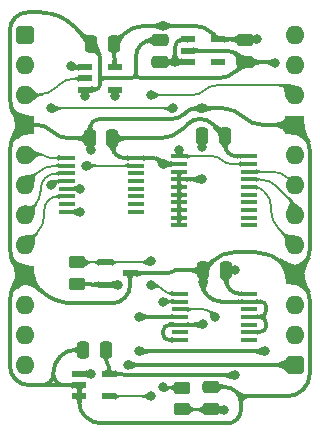
<source format=gtl>
%TF.GenerationSoftware,KiCad,Pcbnew,9.0.7-9.0.7~ubuntu24.04.1*%
%TF.CreationDate,2026-01-21T08:26:23+02:00*%
%TF.ProjectId,Processor Reset Device,50726f63-6573-4736-9f72-205265736574,V0*%
%TF.SameCoordinates,Original*%
%TF.FileFunction,Copper,L1,Top*%
%TF.FilePolarity,Positive*%
%FSLAX46Y46*%
G04 Gerber Fmt 4.6, Leading zero omitted, Abs format (unit mm)*
G04 Created by KiCad (PCBNEW 9.0.7-9.0.7~ubuntu24.04.1) date 2026-01-21 08:26:23*
%MOMM*%
%LPD*%
G01*
G04 APERTURE LIST*
G04 Aperture macros list*
%AMRoundRect*
0 Rectangle with rounded corners*
0 $1 Rounding radius*
0 $2 $3 $4 $5 $6 $7 $8 $9 X,Y pos of 4 corners*
0 Add a 4 corners polygon primitive as box body*
4,1,4,$2,$3,$4,$5,$6,$7,$8,$9,$2,$3,0*
0 Add four circle primitives for the rounded corners*
1,1,$1+$1,$2,$3*
1,1,$1+$1,$4,$5*
1,1,$1+$1,$6,$7*
1,1,$1+$1,$8,$9*
0 Add four rect primitives between the rounded corners*
20,1,$1+$1,$2,$3,$4,$5,0*
20,1,$1+$1,$4,$5,$6,$7,0*
20,1,$1+$1,$6,$7,$8,$9,0*
20,1,$1+$1,$8,$9,$2,$3,0*%
G04 Aperture macros list end*
%TA.AperFunction,SMDPad,CuDef*%
%ADD10R,1.250000X0.600000*%
%TD*%
%TA.AperFunction,SMDPad,CuDef*%
%ADD11R,1.475000X0.450000*%
%TD*%
%TA.AperFunction,SMDPad,CuDef*%
%ADD12RoundRect,0.250000X0.250000X0.475000X-0.250000X0.475000X-0.250000X-0.475000X0.250000X-0.475000X0*%
%TD*%
%TA.AperFunction,SMDPad,CuDef*%
%ADD13RoundRect,0.250000X-0.450000X0.262500X-0.450000X-0.262500X0.450000X-0.262500X0.450000X0.262500X0*%
%TD*%
%TA.AperFunction,SMDPad,CuDef*%
%ADD14RoundRect,0.250000X0.475000X-0.250000X0.475000X0.250000X-0.475000X0.250000X-0.475000X-0.250000X0*%
%TD*%
%TA.AperFunction,SMDPad,CuDef*%
%ADD15RoundRect,0.250000X-0.475000X0.250000X-0.475000X-0.250000X0.475000X-0.250000X0.475000X0.250000X0*%
%TD*%
%TA.AperFunction,SMDPad,CuDef*%
%ADD16R,1.450000X0.450000*%
%TD*%
%TA.AperFunction,SMDPad,CuDef*%
%ADD17R,1.150000X0.600000*%
%TD*%
%TA.AperFunction,ComponentPad*%
%ADD18RoundRect,0.400000X-0.400000X-0.400000X0.400000X-0.400000X0.400000X0.400000X-0.400000X0.400000X0*%
%TD*%
%TA.AperFunction,ComponentPad*%
%ADD19O,1.600000X1.600000*%
%TD*%
%TA.AperFunction,ComponentPad*%
%ADD20R,1.600000X1.600000*%
%TD*%
%TA.AperFunction,ViaPad*%
%ADD21C,0.800000*%
%TD*%
%TA.AperFunction,Conductor*%
%ADD22C,0.380000*%
%TD*%
%TA.AperFunction,Conductor*%
%ADD23C,0.200000*%
%TD*%
G04 APERTURE END LIST*
D10*
%TO.P,IC3,1,B*%
%TO.N,/~{Y0}*%
X5100000Y-2733000D03*
%TO.P,IC3,2,A*%
%TO.N,~{WD}*%
X5100000Y-3683000D03*
%TO.P,IC3,3,GND*%
%TO.N,GND*%
X5100000Y-4633000D03*
%TO.P,IC3,4,Y*%
%TO.N,/~{WD}\u2022~{Y0}*%
X7600000Y-4633000D03*
%TO.P,IC3,5,3V*%
%TO.N,/3.3V*%
X7600000Y-2733000D03*
%TD*%
D11*
%TO.P,IC7,1,1A*%
%TO.N,~{Reset Switch}*%
X13141000Y-21926000D03*
%TO.P,IC7,2,1Y*%
%TO.N,/Reset_{1}*%
X13141000Y-22576000D03*
%TO.P,IC7,3,2A*%
%TO.N,/Reset_{2}*%
X13141000Y-23226000D03*
%TO.P,IC7,4,2Y*%
%TO.N,~{Reset}*%
X13141000Y-23876000D03*
%TO.P,IC7,5,3A*%
%TO.N,GND*%
X13141000Y-24526000D03*
%TO.P,IC7,6,3Y*%
%TO.N,unconnected-(IC7-3Y-Pad6)*%
X13141000Y-25176000D03*
%TO.P,IC7,7,GND*%
%TO.N,GND*%
X13141000Y-25826000D03*
%TO.P,IC7,8,4Y*%
%TO.N,unconnected-(IC7-4Y-Pad8)*%
X19017000Y-25826000D03*
%TO.P,IC7,9,4A*%
%TO.N,GND*%
X19017000Y-25176000D03*
%TO.P,IC7,10,5Y*%
%TO.N,unconnected-(IC7-5Y-Pad10)*%
X19017000Y-24526000D03*
%TO.P,IC7,11,5A*%
%TO.N,GND*%
X19017000Y-23876000D03*
%TO.P,IC7,12,6Y*%
%TO.N,unconnected-(IC7-6Y-Pad12)*%
X19017000Y-23226000D03*
%TO.P,IC7,13,6A*%
%TO.N,GND*%
X19017000Y-22576000D03*
%TO.P,IC7,14,3V*%
%TO.N,/3.3V*%
X19017000Y-21926000D03*
%TD*%
D12*
%TO.P,C9,1*%
%TO.N,/3.3V*%
X7411000Y-8763000D03*
%TO.P,C9,2*%
%TO.N,GND*%
X5511000Y-8763000D03*
%TD*%
D10*
%TO.P,IC2,1,~{RST}*%
%TO.N,~{Reset Switch}*%
X6814000Y-19243000D03*
%TO.P,IC2,2,5V*%
%TO.N,5V*%
X6814000Y-21143000D03*
%TO.P,IC2,3,GND*%
%TO.N,GND*%
X8914000Y-20193000D03*
%TD*%
%TO.P,IC8,1,~{OE}*%
%TO.N,/~{WD}\u2022~{Y0}*%
X4612000Y-28702000D03*
%TO.P,IC8,2,A*%
%TO.N,GND*%
X4612000Y-29652000D03*
%TO.P,IC8,3,GND*%
X4612000Y-30602000D03*
%TO.P,IC8,4,Y*%
%TO.N,~{Reset Switch}*%
X7112000Y-30602000D03*
%TO.P,IC8,5,3V*%
%TO.N,/3.3V*%
X7112000Y-28702000D03*
%TD*%
D12*
%TO.P,C7,1*%
%TO.N,/3.3V*%
X7538000Y-762000D03*
%TO.P,C7,2*%
%TO.N,GND*%
X5638000Y-762000D03*
%TD*%
D13*
%TO.P,R1,1*%
%TO.N,/Reset_{1}*%
X13335000Y-29866189D03*
%TO.P,R1,2*%
%TO.N,/Reset_{2}*%
X13335000Y-31691189D03*
%TD*%
D12*
%TO.P,C6,1*%
%TO.N,/3.3V*%
X6853000Y-26670000D03*
%TO.P,C6,2*%
%TO.N,GND*%
X4953000Y-26670000D03*
%TD*%
D14*
%TO.P,C10,1*%
%TO.N,5V*%
X11430000Y-2331000D03*
%TO.P,C10,2*%
%TO.N,GND*%
X11430000Y-431000D03*
%TD*%
D11*
%TO.P,IC5,1,~{OE1}*%
%TO.N,~{Device Select}*%
X13064000Y-10283000D03*
%TO.P,IC5,2,A0*%
%TO.N,/3.3V*%
X13064000Y-10933000D03*
%TO.P,IC5,3,A1*%
%TO.N,GND*%
X13064000Y-11583000D03*
%TO.P,IC5,4,A2*%
X13064000Y-12233000D03*
%TO.P,IC5,5,A3*%
X13064000Y-12883000D03*
%TO.P,IC5,6,A4*%
X13064000Y-13533000D03*
%TO.P,IC5,7,A5*%
X13064000Y-14183000D03*
%TO.P,IC5,8,A6*%
X13064000Y-14833000D03*
%TO.P,IC5,9,A7*%
X13064000Y-15483000D03*
%TO.P,IC5,10,GND*%
X13064000Y-16133000D03*
%TO.P,IC5,11,Y7*%
%TO.N,unconnected-(IC5-Y7-Pad11)*%
X18940000Y-16133000D03*
%TO.P,IC5,12,Y6*%
%TO.N,unconnected-(IC5-Y6-Pad12)*%
X18940000Y-15483000D03*
%TO.P,IC5,13,Y5*%
%TO.N,unconnected-(IC5-Y5-Pad13)*%
X18940000Y-14833000D03*
%TO.P,IC5,14,Y4*%
%TO.N,unconnected-(IC5-Y4-Pad14)*%
X18940000Y-14183000D03*
%TO.P,IC5,15,Y3*%
%TO.N,unconnected-(IC5-Y3-Pad15)*%
X18940000Y-13533000D03*
%TO.P,IC5,16,Y2*%
%TO.N,H2*%
X18940000Y-12883000D03*
%TO.P,IC5,17,Y1*%
%TO.N,H1*%
X18940000Y-12233000D03*
%TO.P,IC5,18,Y0*%
%TO.N,H0*%
X18940000Y-11583000D03*
%TO.P,IC5,19,~{OE2}*%
%TO.N,~{Device Select}*%
X18940000Y-10933000D03*
%TO.P,IC5,20,3V*%
%TO.N,/3.3V*%
X18940000Y-10283000D03*
%TD*%
D15*
%TO.P,C11,1*%
%TO.N,/3.3V*%
X18669000Y-402000D03*
%TO.P,C11,2*%
%TO.N,GND*%
X18669000Y-2302000D03*
%TD*%
D16*
%TO.P,IC4,1,A0*%
%TO.N,A0*%
X3552000Y-10425000D03*
%TO.P,IC4,2,A1*%
%TO.N,A1*%
X3552000Y-11075000D03*
%TO.P,IC4,3,A2*%
%TO.N,A2*%
X3552000Y-11725000D03*
%TO.P,IC4,4,~{E1}*%
%TO.N,~{Device Select}*%
X3552000Y-12375000D03*
%TO.P,IC4,5,~{E2}*%
%TO.N,A4*%
X3552000Y-13025000D03*
%TO.P,IC4,6,E3*%
%TO.N,A3*%
X3552000Y-13675000D03*
%TO.P,IC4,7,~{Y7}*%
%TO.N,unconnected-(IC4-~{Y7}-Pad7)*%
X3552000Y-14325000D03*
%TO.P,IC4,8,GND*%
%TO.N,GND*%
X3552000Y-14975000D03*
%TO.P,IC4,9,~{Y6}*%
%TO.N,unconnected-(IC4-~{Y6}-Pad9)*%
X9402000Y-14975000D03*
%TO.P,IC4,10,~{Y5}*%
%TO.N,unconnected-(IC4-~{Y5}-Pad10)*%
X9402000Y-14325000D03*
%TO.P,IC4,11,~{Y4}*%
%TO.N,unconnected-(IC4-~{Y4}-Pad11)*%
X9402000Y-13675000D03*
%TO.P,IC4,12,~{Y3}*%
%TO.N,unconnected-(IC4-~{Y3}-Pad12)*%
X9402000Y-13025000D03*
%TO.P,IC4,13,~{Y2}*%
%TO.N,unconnected-(IC4-~{Y2}-Pad13)*%
X9402000Y-12375000D03*
%TO.P,IC4,14,~{Y1}*%
%TO.N,unconnected-(IC4-~{Y1}-Pad14)*%
X9402000Y-11725000D03*
%TO.P,IC4,15,~{Y0}*%
%TO.N,/~{Y0}*%
X9402000Y-11075000D03*
%TO.P,IC4,16,3V*%
%TO.N,/3.3V*%
X9402000Y-10425000D03*
%TD*%
D17*
%TO.P,IC6,1,6VIn*%
%TO.N,5V*%
X13783000Y-386000D03*
%TO.P,IC6,2,GND*%
%TO.N,GND*%
X13783000Y-1336000D03*
%TO.P,IC6,3,EN*%
%TO.N,5V*%
X13783000Y-2286000D03*
%TO.P,IC6,4,ADJ*%
%TO.N,unconnected-(IC6-ADJ-Pad4)*%
X16383000Y-2286000D03*
%TO.P,IC6,5,3.3VOut*%
%TO.N,/3.3V*%
X16383000Y-386000D03*
%TD*%
D13*
%TO.P,R2,1*%
%TO.N,~{Reset Switch}*%
X4445000Y-19257000D03*
%TO.P,R2,2*%
%TO.N,5V*%
X4445000Y-21082000D03*
%TD*%
D12*
%TO.P,C13,1*%
%TO.N,/3.3V*%
X17013000Y-19939000D03*
%TO.P,C13,2*%
%TO.N,GND*%
X15113000Y-19939000D03*
%TD*%
%TO.P,C12,1*%
%TO.N,/3.3V*%
X16936000Y-8578000D03*
%TO.P,C12,2*%
%TO.N,GND*%
X15036000Y-8578000D03*
%TD*%
D18*
%TO.P,J1,1*%
%TO.N,5V*%
X0Y0D03*
D19*
%TO.P,J1,2*%
%TO.N,~{Device Select}*%
X0Y-2540000D03*
%TO.P,J1,3*%
%TO.N,~{WD}*%
X0Y-5080000D03*
D20*
%TO.P,J1,4*%
%TO.N,GND*%
X0Y-7620000D03*
D19*
%TO.P,J1,5*%
%TO.N,A0*%
X0Y-10160000D03*
%TO.P,J1,6*%
%TO.N,A1*%
X0Y-12700000D03*
%TO.P,J1,7*%
%TO.N,A2*%
X0Y-15240000D03*
%TO.P,J1,8*%
%TO.N,A3*%
X0Y-17780000D03*
D20*
%TO.P,J1,9*%
%TO.N,GND*%
X0Y-20320000D03*
D19*
%TO.P,J1,10*%
%TO.N,A4*%
X0Y-22860000D03*
%TO.P,J1,11*%
%TO.N,unconnected-(J1-Pad11)*%
X0Y-25400000D03*
%TO.P,J1,12*%
%TO.N,unconnected-(J1-Pad12)*%
X0Y-27940000D03*
D18*
%TO.P,J1,13*%
%TO.N,5V*%
X22860000Y-27940000D03*
D19*
%TO.P,J1,14*%
%TO.N,unconnected-(J1-Pad14)*%
X22860000Y-25400000D03*
%TO.P,J1,15*%
%TO.N,unconnected-(J1-Pad15)*%
X22860000Y-22860000D03*
D20*
%TO.P,J1,16*%
%TO.N,GND*%
X22860000Y-20320000D03*
D19*
%TO.P,J1,17*%
%TO.N,H2*%
X22860000Y-17780000D03*
%TO.P,J1,18*%
%TO.N,H1*%
X22860000Y-15240000D03*
%TO.P,J1,19*%
%TO.N,H0*%
X22860000Y-12700000D03*
%TO.P,J1,20*%
%TO.N,~{Reset}*%
X22860000Y-10160000D03*
D20*
%TO.P,J1,21*%
%TO.N,GND*%
X22860000Y-7620000D03*
D19*
%TO.P,J1,22*%
%TO.N,~{Reset Switch}*%
X22860000Y-5080000D03*
%TO.P,J1,23*%
%TO.N,unconnected-(J1-Pad23)*%
X22860000Y-2540000D03*
%TO.P,J1,24*%
%TO.N,unconnected-(J1-Pad24)*%
X22860000Y0D03*
%TD*%
D14*
%TO.P,C18,1*%
%TO.N,/Reset_{2}*%
X15738000Y-31712689D03*
%TO.P,C18,2*%
%TO.N,GND*%
X15738000Y-29812689D03*
%TD*%
D21*
%TO.N,/Reset_{2}*%
X16129000Y-23876000D03*
X16832499Y-31750000D03*
%TO.N,/3.3V*%
X17780000Y-28829000D03*
X17780000Y-19939000D03*
X11684000Y762000D03*
X11707544Y-10933001D03*
X19685000Y-381000D03*
%TO.N,GND*%
X15113000Y-20955000D03*
X15113000Y-24511000D03*
X5588000Y-9779000D03*
X4691320Y-14983982D03*
X5080000Y-5207000D03*
X21209000Y-2413000D03*
X14986000Y-12233000D03*
X14986000Y-9525000D03*
X14986000Y-6223000D03*
%TO.N,5V*%
X7874000Y-21143000D03*
X12700000Y-2286000D03*
X8763000Y-27940000D03*
%TO.N,~{Reset Switch}*%
X10668000Y-5080000D03*
X10668000Y-21209000D03*
X10668000Y-19177000D03*
X10668000Y-30607000D03*
%TO.N,~{Device Select}*%
X2236993Y-12690941D03*
X13081000Y-9779000D03*
X2236993Y-6223000D03*
X12573000Y-6223000D03*
%TO.N,/~{Y0}*%
X5207000Y-11075000D03*
X3937000Y-2667000D03*
%TO.N,A4*%
X4700527Y-13024999D03*
%TO.N,~{Reset}*%
X9652000Y-23876000D03*
X9652000Y-26797000D03*
X20320000Y-26797000D03*
%TO.N,/Reset_{1}*%
X11684000Y-29845000D03*
X11684000Y-22606000D03*
%TO.N,/~{WD}\u2022~{Y0}*%
X7620000Y-5207000D03*
X5588000Y-28702000D03*
%TD*%
D22*
%TO.N,5V*%
X12890500Y-576500D02*
G75*
G03*
X12700003Y-1036407I459900J-459900D01*
G01*
X5618500Y-21112500D02*
G75*
G03*
X5692133Y-21142986I73600J73600D01*
G01*
X13350407Y-386000D02*
G75*
G03*
X12890498Y-576498I-7J-650400D01*
G01*
X5618500Y-21112500D02*
G75*
G03*
X5544866Y-21082014I-73600J-73600D01*
G01*
%TO.N,GND*%
X20305000Y-22718000D02*
G75*
G02*
X20446992Y-23060818I-342800J-342800D01*
G01*
X18288000Y-31750000D02*
G75*
G02*
X17145000Y-32893000I-1143000J0D01*
G01*
X6227500Y-4510500D02*
G75*
G02*
X5931758Y-4632983I-295700J295700D01*
G01*
X15036000Y-9439644D02*
G75*
G02*
X15010987Y-9499987I-85400J44D01*
G01*
X15542500Y-22146500D02*
G75*
G03*
X16579404Y-22575998I1036900J1036900D01*
G01*
X1493500Y-29652000D02*
G75*
G03*
X2413000Y-28732500I0J919500D01*
G01*
X2413000Y-28732500D02*
G75*
G03*
X3332500Y-29652000I919500J0D01*
G01*
X-795000Y-29177000D02*
G75*
G03*
X351751Y-29652000I1146754J1146757D01*
G01*
X18288000Y-31168662D02*
G75*
G03*
X17890847Y-30209841I-1355980J2D01*
G01*
X18849662Y-30607000D02*
G75*
G03*
X18288000Y-31168662I38J-561700D01*
G01*
X17890844Y-30209844D02*
G75*
G03*
X18849662Y-30607019I958856J958844D01*
G01*
X9525000Y-3556000D02*
G75*
G03*
X9831605Y-3682998I306600J306600D01*
G01*
X13525499Y-6667499D02*
G75*
G02*
X12452382Y-7111991I-1073099J1073099D01*
G01*
X17714630Y-18415000D02*
G75*
G03*
X15874991Y-19176991I-30J-2601600D01*
G01*
X11865250Y-24707250D02*
G75*
G03*
X11684011Y-25144826I437550J-437550D01*
G01*
X5511000Y-9647552D02*
G75*
G03*
X5549486Y-9740514I131400J-48D01*
G01*
X20447000Y-23303265D02*
G75*
G02*
X20279260Y-23708260I-572700J-35D01*
G01*
X23495000Y-20955000D02*
G75*
G02*
X24129989Y-22488025I-1533000J-1533000D01*
G01*
X5163500Y-32341500D02*
G75*
G03*
X6494938Y-32892998I1331440J1331450D01*
G01*
X20279250Y-25008250D02*
G75*
G02*
X19874265Y-25175986I-404950J404950D01*
G01*
X23495000Y-8255000D02*
G75*
G02*
X24129989Y-9788025I-1533000J-1533000D01*
G01*
X18186000Y-1819000D02*
G75*
G03*
X17019934Y-1335986I-1166100J-1166100D01*
G01*
X21153500Y-2357500D02*
G75*
G03*
X21019511Y-2301995I-134000J-134000D01*
G01*
X12302826Y-24526000D02*
G75*
G03*
X11865242Y-24707242I-26J-618800D01*
G01*
X2349500Y-8191500D02*
G75*
G03*
X3729223Y-8763003I1379730J1379730D01*
G01*
X-635000Y-20955000D02*
G75*
G03*
X-1270002Y-22488025I1533030J-1533030D01*
G01*
X2349500Y-8191500D02*
G75*
G03*
X969776Y-7620004I-1379720J-1379730D01*
G01*
X9271000Y-3556000D02*
G75*
G02*
X8964394Y-3682998I-306600J306600D01*
G01*
X4612000Y-31196000D02*
G75*
G03*
X5032030Y-32210012I1434000J0D01*
G01*
X-634999Y-8255000D02*
G75*
G03*
X-1270001Y-9788025I1533029J-1533030D01*
G01*
X8457500Y-22276500D02*
G75*
G02*
X7355411Y-22733005I-1102100J1102100D01*
G01*
X4156110Y719889D02*
G75*
G03*
X1295000Y1905000I-2861110J-2861109D01*
G01*
X11833500Y-25676500D02*
G75*
G03*
X12194424Y-25825990I360900J360900D01*
G01*
X-1270000Y-28030248D02*
G75*
G03*
X-795000Y-29177000I1621762J4D01*
G01*
X10830262Y-431000D02*
G75*
G03*
X9817511Y-850511I38J-1432300D01*
G01*
X1206500Y-21526500D02*
G75*
G03*
X4119248Y-22732998I2912750J2912760D01*
G01*
X17890844Y-30209844D02*
G75*
G03*
X16932026Y-29812681I-958844J-958856D01*
G01*
X12752605Y-19939000D02*
G75*
G03*
X12445998Y-20065998I-5J-433600D01*
G01*
X-635000Y-20955000D02*
G75*
G03*
X-634998Y-19685000I-635000J635001D01*
G01*
X635000Y-20955000D02*
G75*
G03*
X-635000Y-20955000I-635000J-634999D01*
G01*
X6702500Y-3683000D02*
G75*
G03*
X6350000Y-4035500I0J-352500D01*
G01*
X6350000Y-3330500D02*
G75*
G03*
X6702500Y-3683000I352500J0D01*
G01*
X9817500Y-850500D02*
G75*
G03*
X9397985Y-1863262I1012800J-1012800D01*
G01*
X-628617Y-8248617D02*
G75*
G03*
X-628617Y-6991381I-628618J628618D01*
G01*
X889000Y-7620000D02*
G75*
G03*
X-628617Y-8248617I-2J-2146230D01*
G01*
X-628617Y-6991381D02*
G75*
G03*
X889000Y-7620000I1517617J1517611D01*
G01*
X18478500Y-6921500D02*
G75*
G03*
X20164828Y-7619988I1686300J1686300D01*
G01*
X15105500Y-24518500D02*
G75*
G02*
X15087393Y-24525997I-18100J18100D01*
G01*
X9271000Y-3556000D02*
G75*
G03*
X9397998Y-3249394I-306600J306600D01*
G01*
X9525000Y-3556000D02*
G75*
G03*
X9271000Y-3556000I-127000J-126997D01*
G01*
X9398000Y-3249394D02*
G75*
G03*
X9524998Y-3556002I433600J-6D01*
G01*
X14478000Y-6223000D02*
G75*
G03*
X13610794Y-6582215I0J-1226400D01*
G01*
X12446000Y-20066000D02*
G75*
G02*
X12139394Y-20192998I-306600J306600D01*
G01*
X20279250Y-24043750D02*
G75*
G02*
X20446986Y-24448734I-404950J-404950D01*
G01*
X17978500Y-2992500D02*
G75*
G02*
X16311485Y-3682994I-1667000J1667000D01*
G01*
X6292854Y-7112000D02*
G75*
G03*
X5740034Y-7341034I46J-781800D01*
G01*
X-1270000Y-18151974D02*
G75*
G03*
X-634998Y-19684999I2168030J4D01*
G01*
X23495000Y-19685000D02*
G75*
G03*
X23495000Y-20955000I635000J-635000D01*
G01*
X22225000Y-19685000D02*
G75*
G03*
X23495000Y-19685000I635000J635002D01*
G01*
X6350000Y-4214758D02*
G75*
G02*
X6227502Y-4510502I-418250J-2D01*
G01*
X18478500Y-6921500D02*
G75*
G03*
X16792171Y-6223012I-1686300J-1686300D01*
G01*
X2984499Y-27241499D02*
G75*
G03*
X2413000Y-28621223I1379721J-1379721D01*
G01*
X-825500Y1460500D02*
G75*
G03*
X-1270001Y387382I1073120J-1073120D01*
G01*
X5740000Y-7341000D02*
G75*
G03*
X5510952Y-7893854I552800J-552900D01*
G01*
X8914000Y-21174411D02*
G75*
G02*
X8457497Y-22276497I-1558600J11D01*
G01*
X4254500Y-26670000D02*
G75*
G03*
X3062091Y-27163920I0J-1686300D01*
G01*
X5994000Y-1118000D02*
G75*
G02*
X6350017Y-1977460I-859500J-859500D01*
G01*
X24130000Y-18151974D02*
G75*
G02*
X23495001Y-19685001I-2168040J4D01*
G01*
X23558500Y-30035500D02*
G75*
G02*
X22178776Y-30606990I-1379700J1379700D01*
G01*
X11684000Y-25315575D02*
G75*
G03*
X11833493Y-25676507I510400J-25D01*
G01*
X24130000Y-28655776D02*
G75*
G02*
X23558507Y-30035507I-1951200J-24D01*
G01*
X19874265Y-23876000D02*
G75*
G03*
X20279260Y-23708260I35J572700D01*
G01*
X20279250Y-24043750D02*
G75*
G03*
X19874265Y-23876014I-404950J-404950D01*
G01*
X20279250Y-23708250D02*
G75*
G03*
X20279250Y-24043750I167750J-167750D01*
G01*
X247617Y1905000D02*
G75*
G03*
X-825499Y1460499I3J-1517620D01*
G01*
X15113000Y-21336000D02*
G75*
G03*
X15382410Y-21986404I919800J0D01*
G01*
X-1270000Y-5451974D02*
G75*
G03*
X-634998Y-6984999I2168030J4D01*
G01*
X21907500Y-19367500D02*
G75*
G03*
X19607961Y-18415016I-2299500J-2299500D01*
G01*
X20305000Y-22718000D02*
G75*
G03*
X19962181Y-22576008I-342800J-342800D01*
G01*
X20447000Y-24603265D02*
G75*
G02*
X20279260Y-25008260I-572700J-35D01*
G01*
X3332500Y-29652000D02*
X1493500Y-29652000D01*
X5281999Y-406000D02*
X5994000Y-1118000D01*
X-634999Y-19685000D02*
X635000Y-20955000D01*
X6350000Y-4035500D02*
X6350000Y-3330500D01*
X23495000Y-20955000D02*
X22225000Y-19685000D01*
%TO.N,/3.3V*%
X6982500Y-27810500D02*
G75*
G02*
X7111983Y-28123140I-312600J-312600D01*
G01*
X16540373Y-8182373D02*
G75*
G02*
X16935986Y-9137500I-955173J-955127D01*
G01*
X7711500Y-10124500D02*
G75*
G03*
X8436971Y-10425012I725500J725500D01*
G01*
X19674500Y-391500D02*
G75*
G02*
X19649150Y-402021I-25400J25400D01*
G01*
X6853000Y-27497859D02*
G75*
G03*
X6982488Y-27810512I442100J-41D01*
G01*
X7941500Y-8763000D02*
G75*
G03*
X7411000Y-9293500I0J-530500D01*
G01*
X7569000Y-1936000D02*
G75*
G02*
X7599983Y-2010840I-74800J-74800D01*
G01*
X16936000Y-9282635D02*
G75*
G03*
X17229010Y-9989990I1000400J35D01*
G01*
X7538000Y-1861159D02*
G75*
G03*
X7568988Y-1936012I105800J-41D01*
G01*
X8318500Y-28765500D02*
G75*
G03*
X8165197Y-28702001I-153300J-153300D01*
G01*
X7411000Y-9399028D02*
G75*
G03*
X7711500Y-10124500I1025970J-2D01*
G01*
X17374000Y-21565000D02*
G75*
G03*
X18245531Y-21925987I871500J871500D01*
G01*
X15910527Y-7552527D02*
G75*
G03*
X14847000Y-7112013I-1063527J-1063573D01*
G01*
X10139630Y762000D02*
G75*
G03*
X8300000Y0I0J-2601630D01*
G01*
X17013000Y-20693468D02*
G75*
G03*
X17373991Y-21565009I1232500J-32D01*
G01*
X11453543Y-10679000D02*
G75*
G03*
X10840332Y-10424974I-613243J-613200D01*
G01*
X14847000Y-7112000D02*
G75*
G03*
X13783463Y-7552518I0J-1504100D01*
G01*
X15809000Y188000D02*
G75*
G03*
X14423241Y762017I-1385800J-1385800D01*
G01*
X8318500Y-28765500D02*
G75*
G03*
X8471802Y-28828999I153300J153300D01*
G01*
X13398500Y-7937500D02*
G75*
G02*
X11405566Y-8763003I-1992940J1992940D01*
G01*
X17229000Y-9990000D02*
G75*
G03*
X17936364Y-10283015I707400J707400D01*
G01*
D23*
%TO.N,/~{WD}\u2022~{Y0}*%
X7600000Y-5172857D02*
G75*
G03*
X7609988Y-5197012I34100J-43D01*
G01*
%TO.N,A3*%
X2805004Y-13675000D02*
G75*
G03*
X1988999Y-14012999I-4J-1154000D01*
G01*
X1989000Y-14013000D02*
G75*
G03*
X1651002Y-14829004I816000J-816000D01*
G01*
X1651000Y-15240000D02*
G75*
G02*
X1022382Y-16757617I-2146241J3D01*
G01*
%TO.N,~{WD}*%
X4264500Y-3683000D02*
G75*
G03*
X2838207Y-4273782I0J-2017100D01*
G01*
X2730500Y-4381500D02*
G75*
G02*
X1044171Y-5079998I-1686330J1686340D01*
G01*
%TO.N,/Reset_{1}*%
X11694594Y-29855594D02*
G75*
G03*
X11720171Y-29866204I25606J25594D01*
G01*
X11735213Y-22576000D02*
G75*
G03*
X11698996Y-22590996I-13J-51200D01*
G01*
%TO.N,A1*%
X2588500Y-11075000D02*
G75*
G03*
X943701Y-11756296I0J-2326100D01*
G01*
%TO.N,H0*%
X22301500Y-12141500D02*
G75*
G03*
X20953161Y-11583016I-1348300J-1348300D01*
G01*
%TO.N,A0*%
X1783500Y-10292500D02*
G75*
G03*
X1463616Y-10159993I-319900J-319900D01*
G01*
X1783500Y-10292500D02*
G75*
G03*
X2103383Y-10425007I319900J319900D01*
G01*
%TO.N,/~{Y0}*%
X3970000Y-2700000D02*
G75*
G03*
X4049669Y-2733013I79700J79700D01*
G01*
%TO.N,A2*%
X2672371Y-11725000D02*
G75*
G03*
X1726002Y-12117002I-1J-1338360D01*
G01*
X1726000Y-12117000D02*
G75*
G03*
X1333998Y-13063371I946360J-946370D01*
G01*
X1334000Y-13207500D02*
G75*
G02*
X840085Y-14399914I-1686338J5D01*
G01*
%TO.N,~{Device Select}*%
X2776338Y-12375000D02*
G75*
G03*
X2394966Y-12532973I2J-539340D01*
G01*
X16704000Y-10608000D02*
G75*
G03*
X15919380Y-10283008I-784600J-784600D01*
G01*
X16704000Y-10608000D02*
G75*
G03*
X17488619Y-10932992I784600J784600D01*
G01*
%TO.N,H1*%
X22545691Y-14036691D02*
G75*
G02*
X22860005Y-14795500I-758791J-758809D01*
G01*
X21379103Y-12870103D02*
G75*
G03*
X19841000Y-12232998I-1538103J-1538097D01*
G01*
%TO.N,H2*%
X20208956Y-13214456D02*
G75*
G03*
X19408750Y-12883046I-800156J-800244D01*
G01*
X20828000Y-14790750D02*
G75*
G03*
X21504878Y-16424876I2311000J0D01*
G01*
X20352750Y-13358250D02*
G75*
G02*
X20827998Y-14505604I-1147350J-1147350D01*
G01*
%TO.N,~{Reset Switch}*%
X15221000Y-4680000D02*
G75*
G02*
X14255316Y-5080006I-965700J965700D01*
G01*
X5581000Y-19250000D02*
G75*
G02*
X5564100Y-19257000I-16900J16900D01*
G01*
X22460000Y-4680000D02*
G75*
G03*
X21494316Y-4279994I-965700J-965700D01*
G01*
X16186684Y-4280001D02*
G75*
G03*
X15221005Y-4680005I16J-1365699D01*
G01*
X11527506Y-21433506D02*
G75*
G03*
X10985500Y-21208996I-542006J-541994D01*
G01*
X10665500Y-30604500D02*
G75*
G03*
X10659464Y-30602015I-6000J-6000D01*
G01*
X5597899Y-19243000D02*
G75*
G03*
X5581000Y-19250000I1J-23900D01*
G01*
X10635000Y-19210000D02*
G75*
G02*
X10555330Y-19243013I-79700J79700D01*
G01*
X11661500Y-21567500D02*
G75*
G03*
X12526995Y-21926002I865500J865500D01*
G01*
%TO.N,/Reset_{2}*%
X15804000Y-23551000D02*
G75*
G03*
X15019380Y-23226008I-784600J-784600D01*
G01*
X16813843Y-31731344D02*
G75*
G03*
X16768805Y-31712690I-45043J-45056D01*
G01*
X16129000Y-23876000D02*
X15804000Y-23551000D01*
X15019380Y-23226000D02*
X13141000Y-23226000D01*
X15738000Y-31712689D02*
X13356500Y-31712689D01*
X16768805Y-31712689D02*
X15738000Y-31712689D01*
X16832499Y-31750000D02*
X16813843Y-31731344D01*
D22*
%TO.N,/3.3V*%
X11684000Y762000D02*
X14423241Y761999D01*
X7941500Y-8763000D02*
X11405566Y-8763000D01*
X19649150Y-402000D02*
X18669000Y-402000D01*
X7600000Y-2010840D02*
X7600000Y-2733000D01*
X17013000Y-20693468D02*
X17013000Y-19939000D01*
X16383000Y-386000D02*
X18653000Y-386000D01*
X11707544Y-10933001D02*
X13064000Y-10933000D01*
X10840332Y-10425000D02*
X9402000Y-10425000D01*
X8165197Y-28702000D02*
X7112000Y-28702000D01*
X7112000Y-28123140D02*
X7112000Y-28702000D01*
X17780000Y-28829000D02*
X8471802Y-28829000D01*
X13783472Y-7552527D02*
X13398500Y-7937500D01*
X19674500Y-391500D02*
X19685000Y-381000D01*
X7538000Y-1861159D02*
X7538000Y-762000D01*
X7538000Y-762000D02*
X8300000Y0D01*
X16540373Y-8182373D02*
X15910527Y-7552527D01*
X6853000Y-27497859D02*
X6853000Y-26670000D01*
X16936000Y-9137500D02*
X16936000Y-9282635D01*
X11684000Y762000D02*
X10139630Y762000D01*
X17780000Y-19939000D02*
X17013000Y-19939000D01*
X18245531Y-21926000D02*
X19017000Y-21926000D01*
X17936364Y-10283000D02*
X18940000Y-10283000D01*
X16383000Y-386000D02*
X15809000Y188000D01*
X7411000Y-9293500D02*
X7411000Y-9399028D01*
X11707544Y-10933001D02*
X11453543Y-10679000D01*
X8436971Y-10425000D02*
X9402000Y-10425000D01*
%TO.N,GND*%
X13064000Y-14183000D02*
X13064000Y-13533000D01*
X24130000Y-22488025D02*
X24130000Y-28655776D01*
X2984499Y-27241499D02*
X3062085Y-27163914D01*
X12452382Y-7112000D02*
X6292854Y-7112000D01*
X13064000Y-13533000D02*
X13064000Y-12883000D01*
X15036000Y-9439644D02*
X15036000Y-8578000D01*
X13064000Y-12233000D02*
X14986000Y-12233000D01*
X20447000Y-23060818D02*
X20447000Y-23303265D01*
X21019511Y-2302000D02*
X18669000Y-2302000D01*
X11684000Y-25144826D02*
X11684000Y-25315575D01*
X5080000Y-5207000D02*
X5080000Y-4653000D01*
X7355411Y-22733000D02*
X4119248Y-22733000D01*
X12194424Y-25826000D02*
X13141000Y-25826000D01*
X-1270000Y387382D02*
X-1270000Y-5451974D01*
X5163500Y-32341500D02*
X5032021Y-32210021D01*
X6350000Y-4035500D02*
X6350000Y-4214758D01*
X13141000Y-24526000D02*
X15087393Y-24526000D01*
X1206500Y-21526500D02*
X635000Y-20955000D01*
X15113000Y-20955000D02*
X15113000Y-21336000D01*
X21153500Y-2357500D02*
X21209000Y-2413000D01*
X3332500Y-29652000D02*
X4612000Y-29652000D01*
X1493500Y-29652000D02*
X351751Y-29652000D01*
X16792171Y-6223000D02*
X14986000Y-6223000D01*
X17978500Y-2992500D02*
X18669000Y-2302000D01*
X2413000Y-28732500D02*
X2413000Y-28621223D01*
X9831605Y-3683000D02*
X16311485Y-3683000D01*
X-1270000Y-9788025D02*
X-1270000Y-18151974D01*
X13064000Y-12233000D02*
X13064000Y-12883000D01*
X5281999Y-406000D02*
X4156110Y719889D01*
X23495000Y-8255000D02*
X22860000Y-7620000D01*
X12752605Y-19939000D02*
X15113000Y-19939000D01*
X5549500Y-9740500D02*
X5588000Y-9779000D01*
X19874265Y-25176000D02*
X19017000Y-25176000D01*
X14478000Y-6223000D02*
X14986000Y-6223000D01*
X15542500Y-22146500D02*
X15382407Y-21986407D01*
X24130000Y-9788025D02*
X24130000Y-18151974D01*
X5511000Y-9647552D02*
X5511000Y-8763000D01*
X-634999Y-8255000D02*
X-628617Y-8248617D01*
X9398000Y-1863262D02*
X9398000Y-3249394D01*
X18288000Y-31750000D02*
X18288000Y-31168662D01*
X10830262Y-431000D02*
X11430000Y-431000D01*
X8914000Y-20193000D02*
X12139394Y-20193000D01*
X1295000Y1904999D02*
X247617Y1905000D01*
X13064000Y-14833000D02*
X13064000Y-14183000D01*
X20164828Y-7620000D02*
X22860000Y-7620000D01*
X4691320Y-14983982D02*
X3560982Y-14983982D01*
X8964394Y-3683000D02*
X6702500Y-3683000D01*
X16579404Y-22576000D02*
X19017000Y-22576000D01*
X3729223Y-8763000D02*
X5511000Y-8763000D01*
X13141000Y-24526000D02*
X12302826Y-24526000D01*
X19017000Y-22576000D02*
X19962181Y-22576000D01*
X13064000Y-15483000D02*
X13064000Y-14833000D01*
X17019934Y-1336000D02*
X13783000Y-1336000D01*
X20447000Y-24448734D02*
X20447000Y-24603265D01*
X5931758Y-4633000D02*
X5100000Y-4633000D01*
X13525499Y-6667499D02*
X13610789Y-6582210D01*
X8914000Y-20193000D02*
X8914000Y-21174411D01*
X16932026Y-29812689D02*
X15738000Y-29812689D01*
X17714630Y-18415000D02*
X19607961Y-18415000D01*
X13064000Y-15483000D02*
X13064000Y-16133000D01*
X22225000Y-19685000D02*
X21907500Y-19367500D01*
X4612000Y-30602000D02*
X4612000Y-29652000D01*
X4612000Y-30602000D02*
X4612000Y-31196000D01*
X15875000Y-19177000D02*
X15113000Y-19939000D01*
X15113000Y-24511000D02*
X15105500Y-24518500D01*
X18186000Y-1819000D02*
X18669000Y-2302000D01*
X15113000Y-19939000D02*
X15113000Y-20955000D01*
X969776Y-7620000D02*
X889000Y-7620000D01*
X-628617Y-6991381D02*
X-634999Y-6985000D01*
X19874265Y-23876000D02*
X19017000Y-23876000D01*
X15011000Y-9500000D02*
X14986000Y-9525000D01*
X18849662Y-30607000D02*
X22178776Y-30607000D01*
X6350000Y-3330500D02*
X6350000Y-1977460D01*
X5511000Y-8763000D02*
X5511000Y-7893854D01*
X17145000Y-32893000D02*
X6494938Y-32893000D01*
X4254500Y-26670000D02*
X4953000Y-26670000D01*
X13064000Y-12233000D02*
X13064000Y-11583000D01*
X-1270000Y-22488025D02*
X-1270000Y-28030248D01*
%TO.N,5V*%
X12700000Y-2286000D02*
X13783000Y-2286000D01*
X12700000Y-1036407D02*
X12700000Y-2286000D01*
X8763000Y-27940000D02*
X22860000Y-27940000D01*
X13350407Y-386000D02*
X13783000Y-386000D01*
X6814000Y-21143000D02*
X7874000Y-21143000D01*
X5692133Y-21143000D02*
X6814000Y-21143000D01*
X5544866Y-21082000D02*
X4445000Y-21082000D01*
X12700000Y-2286000D02*
X11475000Y-2286000D01*
D23*
%TO.N,~{Reset Switch}*%
X10659464Y-30602000D02*
X7112000Y-30602000D01*
X10668000Y-21209000D02*
X10985500Y-21209000D01*
X6814000Y-19243000D02*
X5597899Y-19243000D01*
X10668000Y-30607000D02*
X10665500Y-30604500D01*
X21494316Y-4280001D02*
X16186684Y-4280001D01*
X22460000Y-4680000D02*
X22860000Y-5080000D01*
X10668000Y-19177000D02*
X10635000Y-19210000D01*
X12526995Y-21926000D02*
X13141000Y-21926000D01*
X6814000Y-19243000D02*
X10555330Y-19243000D01*
X11527506Y-21433506D02*
X11661500Y-21567500D01*
X5564100Y-19257000D02*
X4445000Y-19257000D01*
X14255316Y-5080000D02*
X10668000Y-5080000D01*
%TO.N,H2*%
X20828000Y-14790750D02*
X20828000Y-14505604D01*
X21504877Y-16424877D02*
X22860000Y-17780000D01*
X19408750Y-12883000D02*
X18940000Y-12883000D01*
X20208956Y-13214456D02*
X20352750Y-13358250D01*
%TO.N,H1*%
X22545691Y-14036691D02*
X21379103Y-12870103D01*
X22860000Y-14795500D02*
X22860000Y-15240000D01*
X19841000Y-12233000D02*
X18940000Y-12233000D01*
%TO.N,~{Device Select}*%
X2236993Y-6223000D02*
X12573000Y-6223000D01*
X15919380Y-10283000D02*
X13064000Y-10283000D01*
X17488619Y-10933000D02*
X18940000Y-10933000D01*
X2236993Y-12690941D02*
X2394963Y-12532970D01*
X2776338Y-12375000D02*
X3552000Y-12375000D01*
X13081000Y-9779000D02*
X13081000Y-10266000D01*
%TO.N,A2*%
X840085Y-14399914D02*
X0Y-15240000D01*
X2672371Y-11725000D02*
X3552000Y-11725000D01*
X1334000Y-13063371D02*
X1334000Y-13207500D01*
%TO.N,/~{Y0}*%
X3970000Y-2700000D02*
X3937000Y-2667000D01*
X4049669Y-2733000D02*
X5100000Y-2733000D01*
X5207000Y-11075000D02*
X9402000Y-11075000D01*
%TO.N,A0*%
X2103383Y-10425000D02*
X3552000Y-10425000D01*
X1463616Y-10160000D02*
X0Y-10160000D01*
%TO.N,H0*%
X20953161Y-11583000D02*
X18940000Y-11583000D01*
X22301500Y-12141500D02*
X22860000Y-12700000D01*
%TO.N,A4*%
X4700527Y-13024999D02*
X3552000Y-13025000D01*
%TO.N,A1*%
X2588500Y-11075000D02*
X3552000Y-11075000D01*
X943702Y-11756297D02*
X0Y-12700000D01*
D22*
%TO.N,~{Reset}*%
X20320000Y-26797000D02*
X9652000Y-26797000D01*
X9652000Y-23876000D02*
X13141000Y-23876000D01*
D23*
%TO.N,/Reset_{1}*%
X11684000Y-29845000D02*
X11694594Y-29855594D01*
X11735213Y-22576000D02*
X13141000Y-22576000D01*
X11720171Y-29866189D02*
X13335000Y-29866189D01*
X11699000Y-22591000D02*
X11684000Y-22606000D01*
%TO.N,~{WD}*%
X4264500Y-3683000D02*
X5100000Y-3683000D01*
X2838212Y-4273787D02*
X2730500Y-4381500D01*
X1044171Y-5080000D02*
X0Y-5080000D01*
%TO.N,A3*%
X2805004Y-13675000D02*
X3552000Y-13675000D01*
X1022382Y-16757617D02*
X0Y-17780000D01*
X1651000Y-14829004D02*
X1651000Y-15240000D01*
%TO.N,/~{WD}\u2022~{Y0}*%
X7600000Y-5172857D02*
X7600000Y-4633000D01*
X7610000Y-5197000D02*
X7620000Y-5207000D01*
X5588000Y-28702000D02*
X4612000Y-28702000D01*
%TD*%
%TA.AperFunction,Conductor*%
%TO.N,5V*%
G36*
X13776661Y-382884D02*
G01*
X13783299Y-388894D01*
X13784393Y-393037D01*
X13804787Y-668102D01*
X13801981Y-676606D01*
X13793984Y-680635D01*
X13789203Y-679992D01*
X13637399Y-626067D01*
X13637394Y-626066D01*
X13628187Y-624395D01*
X13537977Y-608024D01*
X13441898Y-601718D01*
X13441896Y-601718D01*
X13441895Y-601718D01*
X13429418Y-602326D01*
X13335818Y-606891D01*
X13335808Y-606892D01*
X13237198Y-622974D01*
X13133460Y-652057D01*
X13053412Y-684605D01*
X13044457Y-684547D01*
X13039278Y-680268D01*
X12909480Y-486011D01*
X12841994Y-385011D01*
X12840247Y-376228D01*
X12845222Y-368783D01*
X12848035Y-367407D01*
X12948929Y-333948D01*
X12949282Y-333837D01*
X13007455Y-316747D01*
X13130436Y-269973D01*
X13189709Y-226288D01*
X13203853Y-190301D01*
X13210067Y-183857D01*
X13218677Y-183565D01*
X13776661Y-382884D01*
G37*
%TD.AperFunction*%
%TD*%
%TA.AperFunction,Conductor*%
%TO.N,GND*%
G36*
X23653737Y-20051079D02*
G01*
X23659657Y-20057798D01*
X23660285Y-20061376D01*
X23661596Y-20135194D01*
X23676196Y-20288822D01*
X23676196Y-20288825D01*
X23703948Y-20449980D01*
X23703951Y-20449995D01*
X23753168Y-20654320D01*
X23815678Y-20861033D01*
X23905199Y-21110583D01*
X23905204Y-21110594D01*
X24002653Y-21347216D01*
X24109380Y-21578234D01*
X24202582Y-21759074D01*
X24203326Y-21767998D01*
X24197542Y-21774834D01*
X24195210Y-21775735D01*
X23850400Y-21868122D01*
X23841522Y-21866953D01*
X23837554Y-21863184D01*
X23777816Y-21771009D01*
X23757734Y-21746788D01*
X23706051Y-21684453D01*
X23706045Y-21684447D01*
X23706041Y-21684442D01*
X23620720Y-21598704D01*
X23620715Y-21598699D01*
X23620714Y-21598698D01*
X23620710Y-21598694D01*
X23522148Y-21514467D01*
X23412608Y-21434249D01*
X23412605Y-21434247D01*
X23412602Y-21434245D01*
X23176159Y-21297041D01*
X22931982Y-21197644D01*
X22931980Y-21197643D01*
X22693768Y-21139012D01*
X22485764Y-21121438D01*
X22477809Y-21117327D01*
X22475091Y-21108795D01*
X22476234Y-21104650D01*
X22857612Y-20323397D01*
X22864317Y-20317469D01*
X23644802Y-20050514D01*
X23653737Y-20051079D01*
G37*
%TD.AperFunction*%
%TD*%
%TA.AperFunction,Conductor*%
%TO.N,GND*%
G36*
X23653737Y-7351079D02*
G01*
X23659657Y-7357798D01*
X23660285Y-7361376D01*
X23661596Y-7435194D01*
X23676196Y-7588822D01*
X23676196Y-7588825D01*
X23703948Y-7749980D01*
X23703951Y-7749995D01*
X23753168Y-7954320D01*
X23815678Y-8161033D01*
X23905199Y-8410583D01*
X23905204Y-8410594D01*
X24002653Y-8647216D01*
X24109380Y-8878234D01*
X24202582Y-9059074D01*
X24203326Y-9067998D01*
X24197542Y-9074834D01*
X24195210Y-9075735D01*
X23850400Y-9168122D01*
X23841522Y-9166953D01*
X23837554Y-9163184D01*
X23777816Y-9071009D01*
X23757734Y-9046788D01*
X23706051Y-8984453D01*
X23706045Y-8984447D01*
X23706041Y-8984442D01*
X23620720Y-8898704D01*
X23620715Y-8898699D01*
X23620714Y-8898698D01*
X23620710Y-8898694D01*
X23522148Y-8814467D01*
X23412608Y-8734249D01*
X23412605Y-8734247D01*
X23412602Y-8734245D01*
X23176159Y-8597041D01*
X22931982Y-8497644D01*
X22931980Y-8497643D01*
X22693768Y-8439012D01*
X22485764Y-8421438D01*
X22477809Y-8417327D01*
X22475091Y-8408795D01*
X22476234Y-8404650D01*
X22857612Y-7623397D01*
X22864317Y-7617469D01*
X23644802Y-7350514D01*
X23653737Y-7351079D01*
G37*
%TD.AperFunction*%
%TD*%
%TA.AperFunction,Conductor*%
%TO.N,GND*%
G36*
X17862876Y-1354931D02*
G01*
X17864210Y-1355727D01*
X18004148Y-1452376D01*
X18137990Y-1533704D01*
X18271832Y-1615032D01*
X18419666Y-1684790D01*
X18504456Y-1724800D01*
X18697901Y-1784434D01*
X18841419Y-1800346D01*
X18849264Y-1804664D01*
X18851759Y-1813264D01*
X18851094Y-1816060D01*
X18672598Y-2295185D01*
X18666498Y-2301741D01*
X18662140Y-2302789D01*
X17960463Y-2333186D01*
X17952050Y-2330120D01*
X17948268Y-2322003D01*
X17948755Y-2318121D01*
X17953692Y-2301741D01*
X17968725Y-2251856D01*
X17974370Y-2184489D01*
X17968516Y-2117950D01*
X17948337Y-2039471D01*
X17948336Y-2039468D01*
X17916535Y-1964574D01*
X17865371Y-1878747D01*
X17865370Y-1878745D01*
X17806280Y-1802850D01*
X17741670Y-1736520D01*
X17687994Y-1692676D01*
X17683756Y-1684790D01*
X17684971Y-1678307D01*
X17847139Y-1360043D01*
X17853949Y-1354229D01*
X17862876Y-1354931D01*
G37*
%TD.AperFunction*%
%TD*%
%TA.AperFunction,Conductor*%
%TO.N,GND*%
G36*
X-785514Y-20050289D02*
G01*
X-4337Y-20317463D01*
X2379Y-20323380D01*
X125166Y-20574895D01*
X383471Y-21104005D01*
X384021Y-21112943D01*
X378090Y-21119652D01*
X373500Y-21120825D01*
X270153Y-21125624D01*
X270146Y-21125624D01*
X270144Y-21125625D01*
X142835Y-21143082D01*
X142826Y-21143084D01*
X17052Y-21171303D01*
X17032Y-21171309D01*
X-115977Y-21212629D01*
X-115994Y-21212635D01*
X-244878Y-21263885D01*
X-374590Y-21326981D01*
X-374599Y-21326986D01*
X-496995Y-21397980D01*
X-610984Y-21475536D01*
X-610988Y-21475539D01*
X-610993Y-21475543D01*
X-714759Y-21557869D01*
X-878396Y-21721483D01*
X-977377Y-21863575D01*
X-984916Y-21868404D01*
X-990004Y-21868188D01*
X-1334810Y-21775798D01*
X-1341914Y-21770347D01*
X-1343083Y-21761469D01*
X-1342074Y-21758932D01*
X-1332110Y-21740506D01*
X-1332094Y-21740475D01*
X-1140053Y-21341493D01*
X-1140052Y-21341489D01*
X-980237Y-20933878D01*
X-872340Y-20574895D01*
X-814901Y-20279371D01*
X-800973Y-20060617D01*
X-797028Y-20052578D01*
X-788554Y-20049684D01*
X-785514Y-20050289D01*
G37*
%TD.AperFunction*%
%TD*%
%TA.AperFunction,Conductor*%
%TO.N,GND*%
G36*
X-785514Y-7350289D02*
G01*
X-4337Y-7617463D01*
X2379Y-7623380D01*
X125166Y-7874895D01*
X383471Y-8404005D01*
X384021Y-8412943D01*
X378090Y-8419652D01*
X373500Y-8420825D01*
X270153Y-8425624D01*
X270146Y-8425624D01*
X270144Y-8425625D01*
X142835Y-8443082D01*
X142826Y-8443084D01*
X17052Y-8471303D01*
X17032Y-8471309D01*
X-115977Y-8512629D01*
X-115994Y-8512635D01*
X-244878Y-8563885D01*
X-374590Y-8626981D01*
X-374599Y-8626986D01*
X-496995Y-8697980D01*
X-610984Y-8775536D01*
X-610988Y-8775539D01*
X-610993Y-8775543D01*
X-714759Y-8857869D01*
X-878396Y-9021483D01*
X-977377Y-9163575D01*
X-984916Y-9168404D01*
X-990004Y-9168188D01*
X-1334810Y-9075798D01*
X-1341914Y-9070347D01*
X-1343083Y-9061469D01*
X-1342074Y-9058932D01*
X-1332110Y-9040506D01*
X-1332094Y-9040475D01*
X-1140053Y-8641493D01*
X-1140052Y-8641489D01*
X-980237Y-8233878D01*
X-872340Y-7874895D01*
X-814901Y-7579371D01*
X-800973Y-7360617D01*
X-797028Y-7352578D01*
X-788554Y-7349684D01*
X-785514Y-7350289D01*
G37*
%TD.AperFunction*%
%TD*%
%TA.AperFunction,Conductor*%
%TO.N,GND*%
G36*
X10793800Y-7188D02*
G01*
X10795768Y-8240D01*
X11374871Y-393298D01*
X11417897Y-421907D01*
X11422889Y-429342D01*
X11421162Y-438128D01*
X11418956Y-440599D01*
X10871625Y-901612D01*
X10863090Y-904320D01*
X10855139Y-900200D01*
X10853255Y-897083D01*
X10843665Y-873577D01*
X10841105Y-869601D01*
X10814395Y-828121D01*
X10814391Y-828116D01*
X10777715Y-791403D01*
X10777709Y-791397D01*
X10724521Y-757129D01*
X10724519Y-757128D01*
X10664762Y-733499D01*
X10664750Y-733495D01*
X10577882Y-715935D01*
X10577872Y-715934D01*
X10489910Y-711786D01*
X10451407Y-714871D01*
X10390773Y-719731D01*
X10390769Y-719731D01*
X10390766Y-719732D01*
X10319229Y-734256D01*
X10310439Y-732544D01*
X10306476Y-728102D01*
X10144275Y-409770D01*
X10143574Y-400845D01*
X10149389Y-394035D01*
X10151188Y-393300D01*
X10351466Y-330357D01*
X10544807Y-246256D01*
X10674690Y-162029D01*
X10750406Y-80779D01*
X10778497Y-13476D01*
X10784845Y-7164D01*
X10793800Y-7188D01*
G37*
%TD.AperFunction*%
%TD*%
%TA.AperFunction,Conductor*%
%TO.N,GND*%
G36*
X-981410Y-18773057D02*
G01*
X-977443Y-18776824D01*
X-941922Y-18831631D01*
X-920181Y-18865179D01*
X-917724Y-18868969D01*
X-845962Y-18955526D01*
X-760619Y-19041289D01*
X-662058Y-19125521D01*
X-552518Y-19205742D01*
X-316077Y-19342955D01*
X-71911Y-19442356D01*
X162726Y-19500113D01*
X166280Y-19500988D01*
X289017Y-19511358D01*
X374257Y-19518561D01*
X382211Y-19522672D01*
X384929Y-19531204D01*
X383785Y-19535352D01*
X2389Y-20316600D01*
X-4319Y-20322530D01*
X-4330Y-20322534D01*
X-4339Y-20322537D01*
X-784800Y-20589465D01*
X-793737Y-20588900D01*
X-799656Y-20582181D01*
X-800284Y-20578603D01*
X-801599Y-20504524D01*
X-801599Y-20504507D01*
X-816202Y-20350901D01*
X-816206Y-20350872D01*
X-843968Y-20189690D01*
X-893194Y-19985346D01*
X-955707Y-19778630D01*
X-1045214Y-19529131D01*
X-1045219Y-19529117D01*
X-1142651Y-19292545D01*
X-1249317Y-19061671D01*
X-1342469Y-18880939D01*
X-1343213Y-18872015D01*
X-1337429Y-18865179D01*
X-1335101Y-18864279D01*
X-990288Y-18771888D01*
X-981410Y-18773057D01*
G37*
%TD.AperFunction*%
%TD*%
%TA.AperFunction,Conductor*%
%TO.N,GND*%
G36*
X6132633Y-608309D02*
G01*
X6138393Y-615166D01*
X6138914Y-617976D01*
X6144637Y-711623D01*
X6144639Y-711635D01*
X6165464Y-827751D01*
X6165466Y-827760D01*
X6238955Y-1072557D01*
X6238956Y-1072561D01*
X6337014Y-1317414D01*
X6438179Y-1542300D01*
X6507208Y-1695595D01*
X6507481Y-1704546D01*
X6501344Y-1711067D01*
X6498371Y-1711955D01*
X6146499Y-1767696D01*
X6137791Y-1765606D01*
X6134290Y-1761542D01*
X6112755Y-1720166D01*
X6112754Y-1720165D01*
X6023069Y-1609121D01*
X6023066Y-1609118D01*
X5910835Y-1524382D01*
X5910828Y-1524379D01*
X5790235Y-1475000D01*
X5790225Y-1474997D01*
X5665769Y-1461958D01*
X5665762Y-1461959D01*
X5553218Y-1483870D01*
X5544442Y-1482088D01*
X5539498Y-1474622D01*
X5539393Y-1470778D01*
X5540616Y-1461959D01*
X5636828Y-768334D01*
X5641359Y-760612D01*
X5644891Y-758786D01*
X6123712Y-607533D01*
X6132633Y-608309D01*
G37*
%TD.AperFunction*%
%TD*%
%TA.AperFunction,Conductor*%
%TO.N,GND*%
G36*
X23850000Y-18771809D02*
G01*
X24194809Y-18864200D01*
X24201913Y-18869651D01*
X24203082Y-18878529D01*
X24202073Y-18881066D01*
X24192111Y-18899488D01*
X24192095Y-18899519D01*
X24000054Y-19298503D01*
X24000053Y-19298507D01*
X23840237Y-19706120D01*
X23732340Y-20065103D01*
X23674901Y-20360627D01*
X23660973Y-20579380D01*
X23657028Y-20587419D01*
X23648554Y-20590313D01*
X23645511Y-20589707D01*
X22864339Y-20322537D01*
X22857620Y-20316618D01*
X22857611Y-20316600D01*
X22476527Y-19535994D01*
X22475977Y-19527056D01*
X22481908Y-19520347D01*
X22486496Y-19519174D01*
X22589857Y-19514374D01*
X22717166Y-19496917D01*
X22811012Y-19475860D01*
X22842948Y-19468696D01*
X22842953Y-19468694D01*
X22842964Y-19468692D01*
X22975983Y-19427369D01*
X23104882Y-19376112D01*
X23234597Y-19313014D01*
X23356986Y-19242025D01*
X23470993Y-19164456D01*
X23574759Y-19082130D01*
X23738395Y-18918515D01*
X23837377Y-18776421D01*
X23844915Y-18771594D01*
X23850000Y-18771809D01*
G37*
%TD.AperFunction*%
%TD*%
%TA.AperFunction,Conductor*%
%TO.N,GND*%
G36*
X15492657Y-21030491D02*
G01*
X15500093Y-21035481D01*
X15501821Y-21044267D01*
X15501540Y-21045381D01*
X15459182Y-21183942D01*
X15458460Y-21185750D01*
X15403495Y-21295802D01*
X15348358Y-21416911D01*
X15339566Y-21464072D01*
X15339711Y-21516785D01*
X15352049Y-21582810D01*
X15375691Y-21650847D01*
X15375169Y-21659786D01*
X15369116Y-21665496D01*
X15038740Y-21802343D01*
X15029786Y-21802343D01*
X15023588Y-21796323D01*
X14949768Y-21631782D01*
X14885873Y-21507237D01*
X14885699Y-21506882D01*
X14795557Y-21314765D01*
X14794994Y-21313323D01*
X14757930Y-21195487D01*
X14757686Y-21194588D01*
X14723513Y-21045381D01*
X14723367Y-21044743D01*
X14724861Y-21035916D01*
X14732160Y-21030728D01*
X14732405Y-21030674D01*
X15110315Y-20954541D01*
X15114926Y-20954541D01*
X15492657Y-21030491D01*
G37*
%TD.AperFunction*%
%TD*%
%TA.AperFunction,Conductor*%
%TO.N,GND*%
G36*
X-981410Y-6073057D02*
G01*
X-977443Y-6076824D01*
X-941922Y-6131631D01*
X-920181Y-6165179D01*
X-917724Y-6168969D01*
X-845962Y-6255526D01*
X-760619Y-6341289D01*
X-662058Y-6425521D01*
X-552518Y-6505742D01*
X-316077Y-6642955D01*
X-71911Y-6742356D01*
X162726Y-6800113D01*
X166280Y-6800988D01*
X289017Y-6811358D01*
X374257Y-6818561D01*
X382211Y-6822672D01*
X384929Y-6831204D01*
X383785Y-6835352D01*
X2389Y-7616600D01*
X-4319Y-7622530D01*
X-4330Y-7622534D01*
X-4339Y-7622537D01*
X-784800Y-7889465D01*
X-793737Y-7888900D01*
X-799656Y-7882181D01*
X-800284Y-7878603D01*
X-801599Y-7804524D01*
X-801599Y-7804507D01*
X-816202Y-7650901D01*
X-816206Y-7650872D01*
X-843968Y-7489690D01*
X-893194Y-7285346D01*
X-955707Y-7078630D01*
X-1045214Y-6829131D01*
X-1045219Y-6829117D01*
X-1142651Y-6592545D01*
X-1249317Y-6361671D01*
X-1342469Y-6180939D01*
X-1343213Y-6172015D01*
X-1337429Y-6165179D01*
X-1335101Y-6164279D01*
X-990288Y-6071888D01*
X-981410Y-6073057D01*
G37*
%TD.AperFunction*%
%TD*%
%TA.AperFunction,Conductor*%
%TO.N,/3.3V*%
G36*
X7904989Y-8280658D02*
G01*
X7908396Y-8287853D01*
X7910103Y-8305752D01*
X7925209Y-8354985D01*
X7925212Y-8354990D01*
X7950021Y-8398143D01*
X7950027Y-8398152D01*
X7992193Y-8443911D01*
X7992196Y-8443914D01*
X8044176Y-8481490D01*
X8126966Y-8521272D01*
X8215305Y-8548442D01*
X8322558Y-8567500D01*
X8322561Y-8567500D01*
X8322566Y-8567501D01*
X8360848Y-8569881D01*
X8400022Y-8572317D01*
X8408066Y-8576250D01*
X8410995Y-8583994D01*
X8410995Y-8941728D01*
X8407568Y-8950001D01*
X8399731Y-8953420D01*
X8375101Y-8954338D01*
X8364134Y-8954748D01*
X8364130Y-8954748D01*
X8364117Y-8954750D01*
X8201888Y-8981206D01*
X8201882Y-8981207D01*
X8201880Y-8981208D01*
X8201876Y-8981209D01*
X8201874Y-8981210D01*
X8069843Y-9030500D01*
X7979252Y-9094362D01*
X7925501Y-9170537D01*
X7911332Y-9214212D01*
X7908679Y-9238602D01*
X7904378Y-9246456D01*
X7895783Y-9248968D01*
X7888742Y-9245577D01*
X7418173Y-8771239D01*
X7414780Y-8762953D01*
X7418173Y-8754760D01*
X7888444Y-8280723D01*
X7896702Y-8277264D01*
X7904989Y-8280658D01*
G37*
%TD.AperFunction*%
%TD*%
%TA.AperFunction,Conductor*%
%TO.N,/3.3V*%
G36*
X16943026Y-8586882D02*
G01*
X16945473Y-8589071D01*
X17406627Y-9136396D01*
X17409338Y-9144931D01*
X17405219Y-9152882D01*
X17402119Y-9154760D01*
X17373704Y-9166412D01*
X17326953Y-9196695D01*
X17326945Y-9196701D01*
X17289141Y-9234189D01*
X17289137Y-9234194D01*
X17254024Y-9287619D01*
X17254018Y-9287630D01*
X17229660Y-9347152D01*
X17229660Y-9347153D01*
X17211594Y-9430968D01*
X17211592Y-9430982D01*
X17206712Y-9515093D01*
X17206712Y-9515112D01*
X17213190Y-9604427D01*
X17226362Y-9669762D01*
X17224638Y-9678549D01*
X17221393Y-9681802D01*
X16924849Y-9879951D01*
X16916067Y-9881698D01*
X16908621Y-9876723D01*
X16907211Y-9873805D01*
X16840163Y-9665303D01*
X16840163Y-9665301D01*
X16752181Y-9466315D01*
X16729188Y-9430968D01*
X16665582Y-9333184D01*
X16583673Y-9256206D01*
X16583671Y-9256205D01*
X16583670Y-9256204D01*
X16517299Y-9227954D01*
X16511029Y-9221561D01*
X16511116Y-9212607D01*
X16512153Y-9210689D01*
X16541737Y-9166412D01*
X16926798Y-8590109D01*
X16934243Y-8585135D01*
X16943026Y-8586882D01*
G37*
%TD.AperFunction*%
%TD*%
%TA.AperFunction,Conductor*%
%TO.N,/3.3V*%
G36*
X7418053Y-8772085D02*
G01*
X7420816Y-8774478D01*
X7881653Y-9321426D01*
X7884364Y-9329961D01*
X7880245Y-9337912D01*
X7877171Y-9339780D01*
X7849138Y-9351352D01*
X7804570Y-9380691D01*
X7804567Y-9380693D01*
X7769279Y-9416806D01*
X7737555Y-9468129D01*
X7716827Y-9525194D01*
X7716825Y-9525202D01*
X7703559Y-9607031D01*
X7703558Y-9607044D01*
X7703703Y-9689135D01*
X7703704Y-9689148D01*
X7716070Y-9778845D01*
X7716070Y-9778848D01*
X7733482Y-9842803D01*
X7732349Y-9851685D01*
X7728693Y-9855604D01*
X7431999Y-10053848D01*
X7423216Y-10055595D01*
X7415771Y-10050620D01*
X7414547Y-10048236D01*
X7345115Y-9863492D01*
X7345112Y-9863484D01*
X7248782Y-9661960D01*
X7248781Y-9661959D01*
X7248780Y-9661956D01*
X7158321Y-9529523D01*
X7075838Y-9454978D01*
X7075833Y-9454975D01*
X7011295Y-9429338D01*
X7004871Y-9423099D01*
X7004741Y-9414146D01*
X7005677Y-9412290D01*
X7401938Y-8775832D01*
X7409218Y-8770621D01*
X7418053Y-8772085D01*
G37*
%TD.AperFunction*%
%TD*%
%TA.AperFunction,Conductor*%
%TO.N,/3.3V*%
G36*
X11131793Y-10274515D02*
G01*
X11234515Y-10300187D01*
X11235782Y-10300581D01*
X11322118Y-10332988D01*
X11323719Y-10333733D01*
X11452492Y-10405979D01*
X11452980Y-10406270D01*
X11469115Y-10416490D01*
X11599652Y-10486343D01*
X11681297Y-10515225D01*
X11774720Y-10538035D01*
X11781944Y-10543326D01*
X11783426Y-10551655D01*
X11709463Y-10928411D01*
X11704506Y-10935869D01*
X11704465Y-10935897D01*
X11385376Y-11148292D01*
X11376590Y-11150023D01*
X11369153Y-11145035D01*
X11368746Y-11144377D01*
X11334208Y-11084015D01*
X11333532Y-11082627D01*
X11306210Y-11015672D01*
X11305720Y-11014198D01*
X11273583Y-10890665D01*
X11273531Y-10890452D01*
X11259539Y-10829897D01*
X11225431Y-10745915D01*
X11200014Y-10714357D01*
X11200012Y-10714355D01*
X11200011Y-10714354D01*
X11200008Y-10714351D01*
X11165324Y-10687203D01*
X11165314Y-10687197D01*
X11113912Y-10662745D01*
X11113908Y-10662743D01*
X11113901Y-10662741D01*
X11056303Y-10647101D01*
X11049217Y-10641626D01*
X11047894Y-10633527D01*
X11071430Y-10515224D01*
X11117512Y-10283588D01*
X11122487Y-10276145D01*
X11131270Y-10274398D01*
X11131793Y-10274515D01*
G37*
%TD.AperFunction*%
%TD*%
%TA.AperFunction,Conductor*%
%TO.N,~{Device Select}*%
G36*
X2638918Y-12264324D02*
G01*
X2915968Y-12274582D01*
X2924108Y-12278313D01*
X2927234Y-12286274D01*
X2927234Y-12464810D01*
X2923807Y-12473083D01*
X2917140Y-12476399D01*
X2815153Y-12490536D01*
X2815150Y-12490537D01*
X2776116Y-12509115D01*
X2776115Y-12509116D01*
X2745777Y-12534154D01*
X2703247Y-12601384D01*
X2685006Y-12651346D01*
X2683027Y-12654451D01*
X2683087Y-12654491D01*
X2638133Y-12721768D01*
X2626500Y-12780252D01*
X2626500Y-12801417D01*
X2625169Y-12806838D01*
X2575608Y-12901639D01*
X2568738Y-12907383D01*
X2559818Y-12906587D01*
X2558752Y-12905955D01*
X2240048Y-12693642D01*
X2235063Y-12686203D01*
X2235054Y-12686159D01*
X2218407Y-12601381D01*
X2161263Y-12310372D01*
X2163032Y-12301596D01*
X2170490Y-12296639D01*
X2170694Y-12296600D01*
X2318995Y-12271003D01*
X2319795Y-12270895D01*
X2438523Y-12259298D01*
X2439942Y-12259248D01*
X2638918Y-12264324D01*
G37*
%TD.AperFunction*%
%TD*%
%TA.AperFunction,Conductor*%
%TO.N,H1*%
G36*
X22407089Y-13757087D02*
G01*
X22407293Y-13757296D01*
X22690294Y-14054809D01*
X22690425Y-14054947D01*
X22759228Y-14129699D01*
X22759235Y-14129706D01*
X22759238Y-14129709D01*
X22891823Y-14258308D01*
X22948553Y-14313332D01*
X23096735Y-14430062D01*
X23295055Y-14568272D01*
X23299883Y-14575814D01*
X23298101Y-14584359D01*
X22865051Y-15234187D01*
X22857612Y-15239171D01*
X22853024Y-15239173D01*
X22087602Y-15086369D01*
X22080160Y-15081388D01*
X22078419Y-15072604D01*
X22078584Y-15071894D01*
X22115985Y-14931815D01*
X22116410Y-14930532D01*
X22169559Y-14796940D01*
X22170105Y-14795764D01*
X22237605Y-14669501D01*
X22291816Y-14568098D01*
X22393445Y-14375195D01*
X22393447Y-14375192D01*
X22426240Y-14258315D01*
X22421643Y-14150165D01*
X22403551Y-14092708D01*
X22403549Y-14092705D01*
X22403549Y-14092703D01*
X22373191Y-14032852D01*
X22373188Y-14032847D01*
X22373186Y-14032843D01*
X22324329Y-13963691D01*
X22265080Y-13898278D01*
X22262066Y-13889846D01*
X22265478Y-13882152D01*
X22390544Y-13757086D01*
X22398816Y-13753660D01*
X22407089Y-13757087D01*
G37*
%TD.AperFunction*%
%TD*%
%TA.AperFunction,Conductor*%
%TO.N,H2*%
G36*
X19675095Y-12744636D02*
G01*
X19679956Y-12751796D01*
X19683540Y-12768005D01*
X19683541Y-12768009D01*
X19700159Y-12792470D01*
X19700160Y-12792471D01*
X19756104Y-12833477D01*
X19756107Y-12833478D01*
X19756106Y-12833478D01*
X19817366Y-12857621D01*
X19895636Y-12888470D01*
X19915236Y-12894995D01*
X19922002Y-12900860D01*
X19922640Y-12909792D01*
X19922349Y-12910573D01*
X19854916Y-13073392D01*
X19848584Y-13079724D01*
X19840104Y-13079909D01*
X19839453Y-13079672D01*
X19821761Y-13073392D01*
X19809870Y-13069171D01*
X19736515Y-13053780D01*
X19736514Y-13053780D01*
X19694972Y-13064431D01*
X19694971Y-13064431D01*
X19682183Y-13081270D01*
X19679783Y-13094967D01*
X19674980Y-13102524D01*
X19666239Y-13104471D01*
X19664845Y-13104137D01*
X19499858Y-13053780D01*
X18984204Y-12896391D01*
X18977292Y-12890699D01*
X18976430Y-12881785D01*
X18982122Y-12874873D01*
X18985406Y-12873712D01*
X19666324Y-12742832D01*
X19675095Y-12744636D01*
G37*
%TD.AperFunction*%
%TD*%
%TA.AperFunction,Conductor*%
%TO.N,~{Reset Switch}*%
G36*
X21953716Y-4184034D02*
G01*
X22074323Y-4184274D01*
X22074717Y-4184282D01*
X22409881Y-4197780D01*
X22410900Y-4197868D01*
X22663821Y-4230739D01*
X22664423Y-4230832D01*
X23004407Y-4293231D01*
X23011925Y-4298094D01*
X23013802Y-4306850D01*
X23013772Y-4307006D01*
X22861941Y-5075250D01*
X22856975Y-5082702D01*
X22856956Y-5082715D01*
X22205482Y-5517345D01*
X22196698Y-5519086D01*
X22189256Y-5514105D01*
X22188708Y-5513197D01*
X22105264Y-5359589D01*
X22104478Y-5357801D01*
X22048721Y-5195286D01*
X22048337Y-5193889D01*
X22015270Y-5036136D01*
X22015139Y-5035389D01*
X21994212Y-4885881D01*
X21981027Y-4787621D01*
X21947220Y-4630271D01*
X21898357Y-4527086D01*
X21825616Y-4453701D01*
X21797021Y-4437566D01*
X21774938Y-4425106D01*
X21713644Y-4403228D01*
X21632675Y-4387427D01*
X21546969Y-4381533D01*
X21538951Y-4377547D01*
X21536074Y-4369650D01*
X21539287Y-4192381D01*
X21542863Y-4184172D01*
X21551075Y-4180894D01*
X21953716Y-4184034D01*
G37*
%TD.AperFunction*%
%TD*%
%TA.AperFunction,Conductor*%
%TO.N,~{Reset Switch}*%
G36*
X10899912Y-20882802D02*
G01*
X11188173Y-21073022D01*
X11476378Y-21263206D01*
X11481396Y-21270622D01*
X11479699Y-21279415D01*
X11479662Y-21279471D01*
X11380751Y-21427499D01*
X11373305Y-21432474D01*
X11365911Y-21431523D01*
X11267447Y-21383692D01*
X11267438Y-21383689D01*
X11222050Y-21376614D01*
X11222049Y-21376614D01*
X11217638Y-21376969D01*
X11180564Y-21379958D01*
X11180560Y-21379958D01*
X11180560Y-21379959D01*
X11180558Y-21379959D01*
X11180557Y-21379960D01*
X11104170Y-21411046D01*
X11104167Y-21411047D01*
X11028005Y-21463212D01*
X10998615Y-21484538D01*
X10997806Y-21485075D01*
X10878949Y-21557074D01*
X10876558Y-21558176D01*
X10758578Y-21597168D01*
X10749648Y-21596510D01*
X10743798Y-21589730D01*
X10743436Y-21588362D01*
X10718314Y-21463218D01*
X10668128Y-21213223D01*
X10669858Y-21204441D01*
X10883757Y-20886043D01*
X10891215Y-20881087D01*
X10899912Y-20882802D01*
G37*
%TD.AperFunction*%
%TD*%
%TA.AperFunction,Conductor*%
%TO.N,~{Reset Switch}*%
G36*
X12416482Y-21704961D02*
G01*
X13101762Y-21914046D01*
X13108674Y-21919738D01*
X13109538Y-21928651D01*
X13103846Y-21935564D01*
X13101208Y-21936582D01*
X12415118Y-22109589D01*
X12406258Y-22108289D01*
X12400912Y-22101105D01*
X12400847Y-22100834D01*
X12396282Y-22080725D01*
X12376604Y-22053999D01*
X12358533Y-22042803D01*
X12311711Y-22013795D01*
X12269147Y-21999928D01*
X12232510Y-21987993D01*
X12232507Y-21987992D01*
X12232503Y-21987991D01*
X12165244Y-21973238D01*
X12157897Y-21968118D01*
X12156323Y-21959303D01*
X12156619Y-21958211D01*
X12211347Y-21789781D01*
X12217161Y-21782974D01*
X12224100Y-21781813D01*
X12267157Y-21787860D01*
X12267160Y-21787860D01*
X12267167Y-21787861D01*
X12341275Y-21782495D01*
X12385893Y-21755794D01*
X12398799Y-21732506D01*
X12401496Y-21714424D01*
X12406106Y-21706749D01*
X12414794Y-21704580D01*
X12416482Y-21704961D01*
G37*
%TD.AperFunction*%
%TD*%
%TA.AperFunction,Conductor*%
%TO.N,/Reset_{2}*%
G36*
X15593126Y-23266681D02*
G01*
X15782053Y-23349530D01*
X15873114Y-23389208D01*
X15904294Y-23402795D01*
X16026245Y-23442592D01*
X16195959Y-23481168D01*
X16203267Y-23486343D01*
X16204847Y-23494831D01*
X16130862Y-23871595D01*
X16125905Y-23879053D01*
X16125861Y-23879083D01*
X15807105Y-24091114D01*
X15798319Y-24092842D01*
X15790883Y-24087852D01*
X15790323Y-24086918D01*
X15746760Y-24006006D01*
X15745893Y-24003944D01*
X15719212Y-23918407D01*
X15718746Y-23916138D01*
X15702494Y-23758636D01*
X15702456Y-23758184D01*
X15697336Y-23677318D01*
X15674301Y-23586929D01*
X15652089Y-23549300D01*
X15619635Y-23514079D01*
X15592989Y-23494831D01*
X15571041Y-23478976D01*
X15515469Y-23451511D01*
X15509571Y-23444773D01*
X15509843Y-23436547D01*
X15577619Y-23272917D01*
X15583949Y-23266587D01*
X15592904Y-23266587D01*
X15593126Y-23266681D01*
G37*
%TD.AperFunction*%
%TD*%
%TA.AperFunction,Conductor*%
%TO.N,/Reset_{2}*%
G36*
X13873689Y-23006048D02*
G01*
X13879378Y-23012963D01*
X13879440Y-23013175D01*
X13888606Y-23045428D01*
X13888606Y-23045429D01*
X13888608Y-23045431D01*
X13908517Y-23071919D01*
X13953314Y-23100372D01*
X14006999Y-23116740D01*
X14092919Y-23124984D01*
X14100826Y-23129186D01*
X14103500Y-23136631D01*
X14103500Y-23315086D01*
X14100073Y-23323359D01*
X14092613Y-23326758D01*
X14031239Y-23331032D01*
X14031234Y-23331033D01*
X13945875Y-23355009D01*
X13896329Y-23393956D01*
X13883228Y-23419642D01*
X13883228Y-23419643D01*
X13880519Y-23437604D01*
X13875897Y-23445274D01*
X13867205Y-23447428D01*
X13865540Y-23447051D01*
X13381144Y-23299469D01*
X13176733Y-23237191D01*
X13169819Y-23231503D01*
X13168952Y-23222590D01*
X13174641Y-23215675D01*
X13176732Y-23214808D01*
X13864776Y-23005181D01*
X13873689Y-23006048D01*
G37*
%TD.AperFunction*%
%TD*%
%TA.AperFunction,Conductor*%
%TO.N,/Reset_{2}*%
G36*
X13885675Y-31208963D02*
G01*
X13887497Y-31211656D01*
X13931738Y-31301978D01*
X13931739Y-31301979D01*
X13982839Y-31364071D01*
X14044488Y-31419960D01*
X14044491Y-31419962D01*
X14044493Y-31419964D01*
X14127110Y-31477491D01*
X14127114Y-31477493D01*
X14216320Y-31525499D01*
X14216326Y-31525501D01*
X14216334Y-31525506D01*
X14312335Y-31565142D01*
X14405759Y-31593190D01*
X14537395Y-31611298D01*
X14545123Y-31615820D01*
X14547500Y-31622889D01*
X14547500Y-31801270D01*
X14544073Y-31809543D01*
X14536086Y-31812967D01*
X14526326Y-31813205D01*
X14526321Y-31813205D01*
X14441241Y-31823131D01*
X14441223Y-31823134D01*
X14344550Y-31845367D01*
X14344548Y-31845368D01*
X14163067Y-31914218D01*
X14163065Y-31914219D01*
X14023137Y-31999872D01*
X13930871Y-32091086D01*
X13930868Y-32091089D01*
X13930867Y-32091091D01*
X13887732Y-32171495D01*
X13880801Y-32177165D01*
X13871891Y-32176274D01*
X13869582Y-32174649D01*
X13480169Y-31823133D01*
X13343620Y-31699873D01*
X13339776Y-31691787D01*
X13342776Y-31683349D01*
X13343621Y-31682504D01*
X13409663Y-31622889D01*
X13869151Y-31208117D01*
X13877588Y-31205118D01*
X13885675Y-31208963D01*
G37*
%TD.AperFunction*%
%TD*%
%TA.AperFunction,Conductor*%
%TO.N,/Reset_{2}*%
G36*
X15176366Y-31239683D02*
G01*
X15178478Y-31241099D01*
X15728358Y-31703736D01*
X15732483Y-31711685D01*
X15729779Y-31720221D01*
X15728358Y-31721642D01*
X15178849Y-32183966D01*
X15170313Y-32186670D01*
X15162364Y-32182545D01*
X15160782Y-32180102D01*
X15129342Y-32115008D01*
X15129335Y-32114997D01*
X15082623Y-32056075D01*
X15082621Y-32056072D01*
X15024880Y-32003005D01*
X15024871Y-32002999D01*
X14944096Y-31946982D01*
X14944089Y-31946977D01*
X14855655Y-31900205D01*
X14855638Y-31900196D01*
X14855626Y-31900191D01*
X14756550Y-31860375D01*
X14756538Y-31860371D01*
X14659722Y-31832272D01*
X14659712Y-31832270D01*
X14659711Y-31832270D01*
X14642913Y-31830028D01*
X14523152Y-31814043D01*
X14515405Y-31809552D01*
X14513000Y-31802446D01*
X14513000Y-31624107D01*
X14516427Y-31615834D01*
X14524414Y-31612410D01*
X14533019Y-31612201D01*
X14615583Y-31602328D01*
X14709030Y-31580100D01*
X14886335Y-31510310D01*
X15024574Y-31422617D01*
X15116694Y-31328579D01*
X15160579Y-31244629D01*
X15167447Y-31238887D01*
X15176366Y-31239683D01*
G37*
%TD.AperFunction*%
%TD*%
%TA.AperFunction,Conductor*%
%TO.N,/Reset_{2}*%
G36*
X16751445Y-31361966D02*
G01*
X16756764Y-31369170D01*
X16756878Y-31369677D01*
X16832535Y-31745218D01*
X16830809Y-31754005D01*
X16830780Y-31754049D01*
X16617157Y-32072327D01*
X16609701Y-32077287D01*
X16600922Y-32075522D01*
X16600402Y-32075152D01*
X16439998Y-31954302D01*
X16440005Y-31954291D01*
X16439966Y-31954278D01*
X16341570Y-31879630D01*
X16291622Y-31852601D01*
X16291610Y-31852596D01*
X16234106Y-31832424D01*
X16150047Y-31817656D01*
X16150037Y-31817655D01*
X16051357Y-31813194D01*
X16043247Y-31809397D01*
X16040185Y-31801506D01*
X16040185Y-31623596D01*
X16043612Y-31615323D01*
X16051065Y-31611925D01*
X16174640Y-31603252D01*
X16275011Y-31577896D01*
X16353991Y-31541055D01*
X16424277Y-31497161D01*
X16449442Y-31480781D01*
X16450194Y-31480334D01*
X16580339Y-31409874D01*
X16581916Y-31409168D01*
X16658280Y-31381618D01*
X16659410Y-31381275D01*
X16742591Y-31360632D01*
X16751445Y-31361966D01*
G37*
%TD.AperFunction*%
%TD*%
%TA.AperFunction,Conductor*%
%TO.N,/3.3V*%
G36*
X11774170Y1150917D02*
G01*
X11951578Y1101264D01*
X11953215Y1100671D01*
X12081603Y1043056D01*
X12081873Y1042931D01*
X12141113Y1014518D01*
X12141130Y1014511D01*
X12275380Y969820D01*
X12364147Y956726D01*
X12465106Y952471D01*
X12473227Y948698D01*
X12476313Y940781D01*
X12476313Y583091D01*
X12472886Y574818D01*
X12465237Y571408D01*
X12339997Y564716D01*
X12237628Y544994D01*
X12155960Y516027D01*
X12081810Y481038D01*
X12081696Y480985D01*
X11987061Y438219D01*
X11959057Y425564D01*
X11957424Y424968D01*
X11774194Y373126D01*
X11765302Y374171D01*
X11759752Y381199D01*
X11759543Y382060D01*
X11683466Y759691D01*
X11683466Y764308D01*
X11759547Y1141961D01*
X11764541Y1149394D01*
X11773328Y1151120D01*
X11774170Y1150917D01*
G37*
%TD.AperFunction*%
%TD*%
%TA.AperFunction,Conductor*%
%TO.N,/3.3V*%
G36*
X19603975Y7057D02*
G01*
X19609266Y-167D01*
X19609370Y-631D01*
X19685534Y-378689D01*
X19685534Y-383311D01*
X19609417Y-761135D01*
X19604423Y-768568D01*
X19595636Y-770294D01*
X19594953Y-770134D01*
X19422315Y-724435D01*
X19420982Y-723995D01*
X19294149Y-673506D01*
X19293888Y-673399D01*
X19248693Y-654131D01*
X19248686Y-654128D01*
X19106772Y-609788D01*
X19012984Y-596723D01*
X18903927Y-592441D01*
X18895795Y-588692D01*
X18892686Y-580750D01*
X18892686Y-223016D01*
X18896113Y-214743D01*
X18903680Y-211338D01*
X19027913Y-203858D01*
X19129310Y-181895D01*
X19209789Y-149809D01*
X19282147Y-111356D01*
X19282409Y-111223D01*
X19420595Y-42820D01*
X19421922Y-42264D01*
X19503410Y-14017D01*
X19504460Y-13709D01*
X19595125Y8423D01*
X19603975Y7057D01*
G37*
%TD.AperFunction*%
%TD*%
%TA.AperFunction,Conductor*%
%TO.N,/3.3V*%
G36*
X7786050Y-2136427D02*
G01*
X7789477Y-2144700D01*
X7789466Y-2145206D01*
X7788046Y-2177694D01*
X7788043Y-2177752D01*
X7786086Y-2284981D01*
X7786086Y-2284984D01*
X7802470Y-2367574D01*
X7802471Y-2367575D01*
X7837737Y-2414899D01*
X7865007Y-2428237D01*
X7876668Y-2429824D01*
X7884404Y-2434335D01*
X7886684Y-2442994D01*
X7883378Y-2449676D01*
X7608287Y-2725685D01*
X7600019Y-2729126D01*
X7591741Y-2725713D01*
X7591713Y-2725685D01*
X7315986Y-2449039D01*
X7312573Y-2440761D01*
X7316014Y-2432493D01*
X7322330Y-2429242D01*
X7341586Y-2426003D01*
X7371997Y-2406731D01*
X7392879Y-2377764D01*
X7405878Y-2341679D01*
X7414808Y-2258472D01*
X7411957Y-2177743D01*
X7410534Y-2145210D01*
X7413596Y-2136796D01*
X7421712Y-2133011D01*
X7422223Y-2133000D01*
X7777777Y-2133000D01*
X7786050Y-2136427D01*
G37*
%TD.AperFunction*%
%TD*%
%TA.AperFunction,Conductor*%
%TO.N,/3.3V*%
G36*
X17020236Y-19947433D02*
G01*
X17022061Y-19949177D01*
X17483393Y-20497108D01*
X17486100Y-20505644D01*
X17481979Y-20513594D01*
X17478643Y-20515564D01*
X17462636Y-20521720D01*
X17413399Y-20550406D01*
X17372439Y-20586998D01*
X17372438Y-20586999D01*
X17332701Y-20640315D01*
X17332699Y-20640318D01*
X17303116Y-20700731D01*
X17277354Y-20788165D01*
X17264803Y-20877499D01*
X17264802Y-20877509D01*
X17263294Y-20981231D01*
X17271240Y-21057419D01*
X17268690Y-21066003D01*
X17263218Y-21069760D01*
X16922993Y-21180299D01*
X16914066Y-21179597D01*
X16908251Y-21172787D01*
X16907974Y-21171785D01*
X16864159Y-20979819D01*
X16826596Y-20877510D01*
X16796381Y-20795213D01*
X16796381Y-20795212D01*
X16758033Y-20729713D01*
X16719686Y-20664216D01*
X16696141Y-20640315D01*
X16638312Y-20581611D01*
X16638311Y-20581610D01*
X16564253Y-20545071D01*
X16558350Y-20538338D01*
X16558938Y-20529402D01*
X16560145Y-20527460D01*
X17003833Y-19949586D01*
X17011587Y-19945113D01*
X17020236Y-19947433D01*
G37*
%TD.AperFunction*%
%TD*%
%TA.AperFunction,Conductor*%
%TO.N,/3.3V*%
G36*
X18107337Y71129D02*
G01*
X18109113Y69896D01*
X18659358Y-393047D01*
X18663483Y-400996D01*
X18660779Y-409532D01*
X18659358Y-410953D01*
X18111036Y-872278D01*
X18102500Y-874982D01*
X18094551Y-870857D01*
X18092538Y-867405D01*
X18087574Y-854062D01*
X18058071Y-802045D01*
X18018968Y-756574D01*
X18018961Y-756568D01*
X17959133Y-708428D01*
X17959132Y-708427D01*
X17889915Y-669107D01*
X17889904Y-669102D01*
X17786998Y-628659D01*
X17734741Y-615153D01*
X17680213Y-601061D01*
X17666105Y-598933D01*
X17551384Y-581633D01*
X17551389Y-581633D01*
X17455087Y-576581D01*
X17447005Y-572725D01*
X17444000Y-564897D01*
X17444000Y-207605D01*
X17447427Y-199332D01*
X17455604Y-195905D01*
X17462831Y-195847D01*
X17665307Y-178029D01*
X17665310Y-178028D01*
X17665312Y-178028D01*
X17839959Y-135658D01*
X17839959Y-135657D01*
X17839967Y-135656D01*
X17967009Y-76517D01*
X18050799Y-5141D01*
X18091395Y66699D01*
X18098448Y72216D01*
X18107337Y71129D01*
G37*
%TD.AperFunction*%
%TD*%
%TA.AperFunction,Conductor*%
%TO.N,/3.3V*%
G36*
X16959509Y-98405D02*
G01*
X16960670Y-101869D01*
X16964996Y-127584D01*
X16964997Y-127586D01*
X16974633Y-142791D01*
X16984269Y-157998D01*
X17006914Y-174321D01*
X17013236Y-178879D01*
X17049321Y-191878D01*
X17132528Y-200808D01*
X17213257Y-197957D01*
X17245789Y-196534D01*
X17254204Y-199596D01*
X17257989Y-207712D01*
X17258000Y-208223D01*
X17258000Y-563777D01*
X17254573Y-572050D01*
X17246300Y-575477D01*
X17245793Y-575466D01*
X17213257Y-574043D01*
X17106019Y-572086D01*
X17106018Y-572086D01*
X17106015Y-572086D01*
X17023425Y-588470D01*
X16976101Y-623736D01*
X16962762Y-651007D01*
X16960243Y-669516D01*
X16955732Y-677251D01*
X16947072Y-679531D01*
X16943245Y-678315D01*
X16745775Y-575466D01*
X16401922Y-396376D01*
X16396169Y-389516D01*
X16396951Y-380595D01*
X16401922Y-375623D01*
X16943728Y-93432D01*
X16952648Y-92651D01*
X16959509Y-98405D01*
G37*
%TD.AperFunction*%
%TD*%
%TA.AperFunction,Conductor*%
%TO.N,/3.3V*%
G36*
X12339248Y-10711884D02*
G01*
X13028265Y-10921808D01*
X13035180Y-10927497D01*
X13036047Y-10936410D01*
X13030358Y-10943325D01*
X13028265Y-10944192D01*
X12339401Y-11154069D01*
X12330488Y-11153202D01*
X12324799Y-11146287D01*
X12324430Y-11144672D01*
X12322354Y-11131301D01*
X12310817Y-11113190D01*
X12270989Y-11097549D01*
X12270981Y-11097547D01*
X12217821Y-11100709D01*
X12162306Y-11112274D01*
X12161952Y-11112342D01*
X12115232Y-11120580D01*
X12106489Y-11118642D01*
X12101678Y-11111090D01*
X12101500Y-11109058D01*
X12101500Y-10756944D01*
X12104927Y-10748671D01*
X12113200Y-10745244D01*
X12115230Y-10745421D01*
X12162137Y-10753692D01*
X12224161Y-10762782D01*
X12265509Y-10768842D01*
X12265509Y-10768841D01*
X12265511Y-10768842D01*
X12308706Y-10754721D01*
X12321776Y-10736221D01*
X12324300Y-10721141D01*
X12329043Y-10713551D01*
X12337769Y-10711536D01*
X12339248Y-10711884D01*
G37*
%TD.AperFunction*%
%TD*%
%TA.AperFunction,Conductor*%
%TO.N,/3.3V*%
G36*
X11797712Y-10544082D02*
G01*
X11975124Y-10593736D01*
X11976757Y-10594328D01*
X12105179Y-10651959D01*
X12105387Y-10652055D01*
X12164666Y-10680486D01*
X12209241Y-10695324D01*
X12298924Y-10725179D01*
X12298927Y-10725179D01*
X12298929Y-10725180D01*
X12387687Y-10738273D01*
X12488651Y-10742528D01*
X12496771Y-10746301D01*
X12499857Y-10754218D01*
X12499857Y-11111908D01*
X12496430Y-11120181D01*
X12488781Y-11123591D01*
X12363542Y-11130283D01*
X12291551Y-11144153D01*
X12261172Y-11150006D01*
X12261169Y-11150006D01*
X12261169Y-11150007D01*
X12179504Y-11178973D01*
X12179502Y-11178973D01*
X12105388Y-11213946D01*
X12105213Y-11214027D01*
X11982601Y-11269435D01*
X11980968Y-11270031D01*
X11797739Y-11321874D01*
X11788846Y-11320829D01*
X11783296Y-11313801D01*
X11783084Y-11312927D01*
X11707010Y-10935309D01*
X11707010Y-10930692D01*
X11783091Y-10553037D01*
X11788085Y-10545606D01*
X11796872Y-10543880D01*
X11797712Y-10544082D01*
G37*
%TD.AperFunction*%
%TD*%
%TA.AperFunction,Conductor*%
%TO.N,/3.3V*%
G36*
X10122971Y-10204836D02*
G01*
X10128694Y-10211723D01*
X10129079Y-10213391D01*
X10131146Y-10226699D01*
X10139209Y-10239358D01*
X10142683Y-10244811D01*
X10142682Y-10244811D01*
X10182514Y-10260452D01*
X10182514Y-10260451D01*
X10182515Y-10260452D01*
X10235682Y-10257291D01*
X10291205Y-10245723D01*
X10291522Y-10245662D01*
X10338270Y-10237420D01*
X10347011Y-10239358D01*
X10351822Y-10246910D01*
X10352000Y-10248942D01*
X10352000Y-10601056D01*
X10348573Y-10609329D01*
X10340300Y-10612756D01*
X10338269Y-10612578D01*
X10291364Y-10604308D01*
X10187989Y-10589158D01*
X10144793Y-10603279D01*
X10131722Y-10621782D01*
X10129210Y-10636791D01*
X10124464Y-10644385D01*
X10115739Y-10646398D01*
X10114207Y-10646035D01*
X9437061Y-10436175D01*
X9430174Y-10430452D01*
X9429349Y-10421535D01*
X9435072Y-10414648D01*
X9437050Y-10413827D01*
X10114056Y-10204011D01*
X10122971Y-10204836D01*
G37*
%TD.AperFunction*%
%TD*%
%TA.AperFunction,Conductor*%
%TO.N,/3.3V*%
G36*
X7738591Y-28414211D02*
G01*
X7739578Y-28417325D01*
X7743996Y-28443584D01*
X7743997Y-28443586D01*
X7753633Y-28458791D01*
X7763269Y-28473998D01*
X7785914Y-28490321D01*
X7792236Y-28494879D01*
X7828321Y-28507878D01*
X7911528Y-28516808D01*
X7992257Y-28513957D01*
X8024789Y-28512534D01*
X8033204Y-28515596D01*
X8036989Y-28523712D01*
X8037000Y-28524223D01*
X8037000Y-28879777D01*
X8033573Y-28888050D01*
X8025300Y-28891477D01*
X8024793Y-28891466D01*
X7992257Y-28890043D01*
X7885019Y-28888086D01*
X7885018Y-28888086D01*
X7885015Y-28888086D01*
X7802425Y-28904470D01*
X7755101Y-28939736D01*
X7741762Y-28967007D01*
X7739165Y-28986086D01*
X7734653Y-28993822D01*
X7725994Y-28996101D01*
X7722516Y-28995059D01*
X7703792Y-28986086D01*
X7133015Y-28712550D01*
X7127036Y-28705885D01*
X7127521Y-28696944D01*
X7133016Y-28691449D01*
X7722986Y-28408715D01*
X7731925Y-28408231D01*
X7738591Y-28414211D01*
G37*
%TD.AperFunction*%
%TD*%
%TA.AperFunction,Conductor*%
%TO.N,/3.3V*%
G36*
X7297867Y-28123855D02*
G01*
X7301414Y-28132077D01*
X7301402Y-28132790D01*
X7300018Y-28162623D01*
X7297747Y-28257555D01*
X7297747Y-28257562D01*
X7313092Y-28337479D01*
X7313093Y-28337480D01*
X7343615Y-28377931D01*
X7348164Y-28383959D01*
X7375975Y-28397245D01*
X7388544Y-28398904D01*
X7396297Y-28403383D01*
X7398612Y-28412034D01*
X7395300Y-28418762D01*
X7120300Y-28694684D01*
X7112033Y-28698125D01*
X7103754Y-28694712D01*
X7103726Y-28694684D01*
X6828266Y-28418312D01*
X6824853Y-28410034D01*
X6828294Y-28401766D01*
X6834770Y-28398490D01*
X6841654Y-28397428D01*
X6853571Y-28395592D01*
X6853572Y-28395591D01*
X6853575Y-28395591D01*
X6883980Y-28377931D01*
X6904863Y-28351374D01*
X6904862Y-28351374D01*
X6904864Y-28351373D01*
X6917869Y-28318276D01*
X6917869Y-28318275D01*
X6917870Y-28318273D01*
X6926823Y-28241848D01*
X6923985Y-28167479D01*
X6922591Y-28137984D01*
X6925624Y-28129561D01*
X6933726Y-28125747D01*
X6934068Y-28125736D01*
X7289545Y-28120549D01*
X7297867Y-28123855D01*
G37*
%TD.AperFunction*%
%TD*%
%TA.AperFunction,Conductor*%
%TO.N,/3.3V*%
G36*
X17698697Y-28441171D02*
G01*
X17704247Y-28448199D01*
X17704459Y-28449073D01*
X17780534Y-28826689D01*
X17780534Y-28831311D01*
X17704452Y-29208961D01*
X17699458Y-29216394D01*
X17690671Y-29218120D01*
X17689829Y-29217917D01*
X17512420Y-29168264D01*
X17510783Y-29167671D01*
X17382395Y-29110056D01*
X17382125Y-29109931D01*
X17322886Y-29081519D01*
X17322881Y-29081517D01*
X17322877Y-29081515D01*
X17322873Y-29081513D01*
X17322869Y-29081512D01*
X17188619Y-29036821D01*
X17099853Y-29023727D01*
X16998893Y-29019472D01*
X16990772Y-29015699D01*
X16987686Y-29007782D01*
X16987686Y-28650091D01*
X16991113Y-28641818D01*
X16998761Y-28638408D01*
X17124001Y-28631716D01*
X17226370Y-28611994D01*
X17308038Y-28583027D01*
X17382250Y-28548009D01*
X17504945Y-28492562D01*
X17506569Y-28491969D01*
X17689805Y-28440126D01*
X17698697Y-28441171D01*
G37*
%TD.AperFunction*%
%TD*%
%TA.AperFunction,Conductor*%
%TO.N,/3.3V*%
G36*
X8175180Y128104D02*
G01*
X8284570Y15836D01*
X8424910Y-128198D01*
X8428229Y-136514D01*
X8425190Y-144230D01*
X8339084Y-239000D01*
X8206681Y-424217D01*
X8111205Y-612745D01*
X8111204Y-612747D01*
X8111203Y-612750D01*
X8065407Y-762697D01*
X8055509Y-795105D01*
X8039573Y-953458D01*
X8035335Y-961346D01*
X8026760Y-963927D01*
X8023473Y-963103D01*
X7544727Y-765765D01*
X7538384Y-759444D01*
X7537490Y-754648D01*
X7553333Y-136514D01*
X7555435Y-54477D01*
X7559073Y-46296D01*
X7567431Y-43082D01*
X7570805Y-43670D01*
X7603450Y-54478D01*
X7632630Y-64139D01*
X7632631Y-64139D01*
X7632634Y-64140D01*
X7695610Y-73495D01*
X7695614Y-73494D01*
X7695615Y-73495D01*
X7703519Y-73297D01*
X7769840Y-71637D01*
X7842208Y-57878D01*
X7930813Y-26434D01*
X7987715Y3166D01*
X8012071Y15835D01*
X8099705Y76303D01*
X8099709Y76306D01*
X8159056Y128709D01*
X8167526Y131616D01*
X8175180Y128104D01*
G37*
%TD.AperFunction*%
%TD*%
%TA.AperFunction,Conductor*%
%TO.N,/3.3V*%
G36*
X16229213Y-7602225D02*
G01*
X16244892Y-7617357D01*
X16401489Y-7741521D01*
X16559181Y-7829849D01*
X16697993Y-7874728D01*
X16816287Y-7881158D01*
X16903676Y-7856990D01*
X16912562Y-7858088D01*
X16918070Y-7865148D01*
X16918489Y-7867967D01*
X16936500Y-8570658D01*
X16933286Y-8579016D01*
X16929263Y-8581775D01*
X16451689Y-8778638D01*
X16442734Y-8778623D01*
X16436413Y-8772280D01*
X16435570Y-8768793D01*
X16428251Y-8680974D01*
X16408634Y-8587966D01*
X16371065Y-8475328D01*
X16321300Y-8364978D01*
X16244974Y-8230371D01*
X16159939Y-8105733D01*
X16052141Y-7970763D01*
X15959898Y-7871205D01*
X15956790Y-7862808D01*
X15960207Y-7854982D01*
X16212818Y-7602371D01*
X16221090Y-7598945D01*
X16229213Y-7602225D01*
G37*
%TD.AperFunction*%
%TD*%
%TA.AperFunction,Conductor*%
%TO.N,/3.3V*%
G36*
X11602697Y1149828D02*
G01*
X11608247Y1142800D01*
X11608459Y1141926D01*
X11684534Y764311D01*
X11684534Y759689D01*
X11608452Y382038D01*
X11603458Y374605D01*
X11594671Y372879D01*
X11593837Y373080D01*
X11416413Y422737D01*
X11414788Y423325D01*
X11286329Y480973D01*
X11286182Y481041D01*
X11226876Y509485D01*
X11137368Y539281D01*
X11092618Y554178D01*
X11092616Y554178D01*
X11092614Y554179D01*
X11003856Y567272D01*
X10902891Y571527D01*
X10894772Y575300D01*
X10891686Y583217D01*
X10891686Y940908D01*
X10895113Y949181D01*
X10902762Y952591D01*
X11028001Y959283D01*
X11086121Y970481D01*
X11130371Y979006D01*
X11212039Y1007973D01*
X11212040Y1007973D01*
X11286153Y1042945D01*
X11286328Y1043026D01*
X11408941Y1098434D01*
X11410574Y1099030D01*
X11593804Y1150873D01*
X11602697Y1149828D01*
G37*
%TD.AperFunction*%
%TD*%
%TA.AperFunction,Conductor*%
%TO.N,/3.3V*%
G36*
X17508042Y-19455596D02*
G01*
X17511382Y-19462229D01*
X17525881Y-19562603D01*
X17548255Y-19615971D01*
X17577339Y-19658763D01*
X17577342Y-19658767D01*
X17618671Y-19697531D01*
X17641445Y-19710857D01*
X17664220Y-19724185D01*
X17724229Y-19743398D01*
X17769469Y-19747942D01*
X17777358Y-19752178D01*
X17780000Y-19759583D01*
X17780000Y-20118193D01*
X17776573Y-20126466D01*
X17769228Y-20129856D01*
X17735969Y-20132501D01*
X17735967Y-20132501D01*
X17646728Y-20162556D01*
X17575815Y-20221062D01*
X17575812Y-20221066D01*
X17548730Y-20261155D01*
X17548729Y-20261157D01*
X17527462Y-20310478D01*
X17513488Y-20369397D01*
X17513488Y-20369399D01*
X17510023Y-20413557D01*
X17505959Y-20421537D01*
X17497444Y-20424306D01*
X17490053Y-20420882D01*
X17291821Y-20221062D01*
X17020173Y-19947239D01*
X17016780Y-19938953D01*
X17020173Y-19930760D01*
X17491498Y-19455660D01*
X17499755Y-19452202D01*
X17508042Y-19455596D01*
G37*
%TD.AperFunction*%
%TD*%
%TA.AperFunction,Conductor*%
%TO.N,/3.3V*%
G36*
X17563498Y-19614956D02*
G01*
X17642885Y-19733409D01*
X17775647Y-19931505D01*
X17777406Y-19940286D01*
X17775665Y-19944506D01*
X17564963Y-20260792D01*
X17557524Y-20265777D01*
X17548739Y-20264042D01*
X17547772Y-20263323D01*
X17495308Y-20219959D01*
X17494120Y-20218828D01*
X17435545Y-20154642D01*
X17434826Y-20153771D01*
X17330909Y-20014494D01*
X17271969Y-19938000D01*
X17248840Y-19907982D01*
X17221941Y-19893494D01*
X17221939Y-19893494D01*
X17207867Y-19911633D01*
X17203981Y-19953691D01*
X17199808Y-19961613D01*
X17192331Y-19964314D01*
X16835639Y-19964314D01*
X16827366Y-19960887D01*
X16823939Y-19952614D01*
X16823974Y-19951712D01*
X16828983Y-19886908D01*
X16829423Y-19884509D01*
X16846146Y-19827653D01*
X16847534Y-19824620D01*
X16873565Y-19784239D01*
X16876086Y-19781447D01*
X16910689Y-19753775D01*
X16913477Y-19752121D01*
X16956677Y-19734065D01*
X16958789Y-19733410D01*
X17010004Y-19722714D01*
X17011540Y-19722499D01*
X17057354Y-19719168D01*
X17134730Y-19713543D01*
X17287673Y-19702296D01*
X17298949Y-19699696D01*
X17432117Y-19669004D01*
X17548565Y-19610997D01*
X17557496Y-19610377D01*
X17563498Y-19614956D01*
G37*
%TD.AperFunction*%
%TD*%
%TA.AperFunction,Conductor*%
%TO.N,/3.3V*%
G36*
X18292522Y-21704970D02*
G01*
X18980535Y-21914737D01*
X18987449Y-21920427D01*
X18988314Y-21929340D01*
X18982624Y-21936254D01*
X18980410Y-21937157D01*
X18290190Y-22139238D01*
X18281288Y-22138273D01*
X18275849Y-22131843D01*
X18264606Y-22099426D01*
X18264605Y-22099425D01*
X18264605Y-22099424D01*
X18226660Y-22083373D01*
X18226657Y-22083372D01*
X18226656Y-22083372D01*
X18219383Y-22083571D01*
X18175741Y-22084768D01*
X18175740Y-22084768D01*
X18122178Y-22094136D01*
X18121753Y-22094202D01*
X18075111Y-22100604D01*
X18066449Y-22098334D01*
X18061929Y-22090604D01*
X18061963Y-22087188D01*
X18116841Y-21740666D01*
X18121519Y-21733033D01*
X18130226Y-21730942D01*
X18131762Y-21731293D01*
X18161990Y-21740413D01*
X18225202Y-21759005D01*
X18262111Y-21751483D01*
X18274826Y-21733058D01*
X18277535Y-21714472D01*
X18282120Y-21706782D01*
X18290801Y-21704584D01*
X18292522Y-21704970D01*
G37*
%TD.AperFunction*%
%TD*%
%TA.AperFunction,Conductor*%
%TO.N,/3.3V*%
G36*
X18215245Y-10061883D02*
G01*
X18904266Y-10271808D01*
X18911180Y-10277496D01*
X18912047Y-10286409D01*
X18906358Y-10293324D01*
X18904265Y-10294191D01*
X18215401Y-10504069D01*
X18206488Y-10503202D01*
X18200799Y-10496287D01*
X18200430Y-10494672D01*
X18198354Y-10481300D01*
X18198353Y-10481299D01*
X18195192Y-10476338D01*
X18186818Y-10463190D01*
X18186817Y-10463189D01*
X18186816Y-10463188D01*
X18186817Y-10463188D01*
X18146985Y-10447547D01*
X18093821Y-10450708D01*
X18038306Y-10462273D01*
X18037952Y-10462341D01*
X17991232Y-10470579D01*
X17982489Y-10468641D01*
X17977678Y-10461089D01*
X17977500Y-10459057D01*
X17977500Y-10106943D01*
X17980927Y-10098670D01*
X17989200Y-10095243D01*
X17991231Y-10095420D01*
X18038138Y-10103691D01*
X18115667Y-10115053D01*
X18141510Y-10118841D01*
X18141510Y-10118840D01*
X18141511Y-10118841D01*
X18184706Y-10104721D01*
X18197776Y-10086220D01*
X18200300Y-10071145D01*
X18205045Y-10063551D01*
X18213770Y-10061537D01*
X18215245Y-10061883D01*
G37*
%TD.AperFunction*%
%TD*%
%TA.AperFunction,Conductor*%
%TO.N,/3.3V*%
G36*
X16013278Y251995D02*
G01*
X16013486Y251782D01*
X16061893Y200840D01*
X16166280Y93037D01*
X16278595Y523D01*
X16291964Y-10489D01*
X16403623Y-67725D01*
X16492950Y-83476D01*
X16500501Y-88286D01*
X16502439Y-97029D01*
X16501739Y-99444D01*
X16387599Y-377233D01*
X16381285Y-383583D01*
X16373800Y-384101D01*
X15831763Y-241514D01*
X15824634Y-236095D01*
X15823425Y-227222D01*
X15827831Y-220757D01*
X15842096Y-210324D01*
X15858582Y-183709D01*
X15860570Y-156171D01*
X15851172Y-128464D01*
X15810671Y-75558D01*
X15810670Y-75557D01*
X15810662Y-75549D01*
X15762025Y-31063D01*
X15745726Y-16465D01*
X15741850Y-8393D01*
X15744817Y56D01*
X15745241Y504D01*
X15996732Y251995D01*
X16005005Y255422D01*
X16013278Y251995D01*
G37*
%TD.AperFunction*%
%TD*%
%TA.AperFunction,Conductor*%
%TO.N,/3.3V*%
G36*
X8689785Y-10203962D02*
G01*
X9366939Y-10413824D01*
X9373825Y-10419546D01*
X9374650Y-10428463D01*
X9368927Y-10435350D01*
X9366938Y-10436175D01*
X8689945Y-10645987D01*
X8681028Y-10645162D01*
X8675305Y-10638275D01*
X8674920Y-10636606D01*
X8672854Y-10623301D01*
X8672853Y-10623299D01*
X8669692Y-10618338D01*
X8661318Y-10605190D01*
X8661317Y-10605189D01*
X8661316Y-10605188D01*
X8661317Y-10605188D01*
X8621485Y-10589547D01*
X8568321Y-10592708D01*
X8512806Y-10604273D01*
X8512452Y-10604341D01*
X8465732Y-10612579D01*
X8456989Y-10610641D01*
X8452178Y-10603089D01*
X8452000Y-10601057D01*
X8452000Y-10248943D01*
X8455427Y-10240670D01*
X8463700Y-10237243D01*
X8465731Y-10237420D01*
X8512638Y-10245691D01*
X8590167Y-10257053D01*
X8616010Y-10260841D01*
X8616010Y-10260840D01*
X8616011Y-10260841D01*
X8659206Y-10246721D01*
X8672276Y-10228220D01*
X8674789Y-10213207D01*
X8679534Y-10205615D01*
X8688259Y-10203600D01*
X8689785Y-10203962D01*
G37*
%TD.AperFunction*%
%TD*%
%TA.AperFunction,Conductor*%
%TO.N,GND*%
G36*
X13072253Y-13540290D02*
G01*
X13255514Y-13724366D01*
X13272782Y-13741710D01*
X13276191Y-13749991D01*
X13272746Y-13758256D01*
X13266289Y-13761526D01*
X13262300Y-13762146D01*
X13244188Y-13773682D01*
X13228547Y-13813514D01*
X13231708Y-13866678D01*
X13243273Y-13922193D01*
X13243341Y-13922547D01*
X13251579Y-13969268D01*
X13249641Y-13978011D01*
X13242089Y-13982822D01*
X13240057Y-13983000D01*
X12887943Y-13983000D01*
X12879670Y-13979573D01*
X12876243Y-13971300D01*
X12876421Y-13969268D01*
X12884658Y-13922547D01*
X12884691Y-13922362D01*
X12899841Y-13818989D01*
X12885721Y-13775794D01*
X12882731Y-13773682D01*
X12867217Y-13762722D01*
X12861342Y-13761739D01*
X12853748Y-13756993D01*
X12851735Y-13748268D01*
X12854981Y-13741946D01*
X13055710Y-13540326D01*
X13063974Y-13536882D01*
X13072253Y-13540290D01*
G37*
%TD.AperFunction*%
%TD*%
%TA.AperFunction,Conductor*%
%TO.N,GND*%
G36*
X13248330Y-13736427D02*
G01*
X13251757Y-13744700D01*
X13251579Y-13746732D01*
X13243308Y-13793641D01*
X13228158Y-13897010D01*
X13229948Y-13902485D01*
X13242279Y-13940206D01*
X13260780Y-13953276D01*
X13266657Y-13954259D01*
X13274250Y-13959005D01*
X13276265Y-13967730D01*
X13273016Y-13974054D01*
X13072291Y-14175672D01*
X13064026Y-14179117D01*
X13055745Y-14175708D01*
X13055709Y-14175672D01*
X12855217Y-13974289D01*
X12851808Y-13966008D01*
X12855253Y-13957743D01*
X12861713Y-13954473D01*
X12865699Y-13953854D01*
X12866608Y-13953275D01*
X12883810Y-13942318D01*
X12883810Y-13942317D01*
X12883811Y-13942317D01*
X12899452Y-13902485D01*
X12896291Y-13849321D01*
X12896291Y-13849318D01*
X12884726Y-13793806D01*
X12884658Y-13793451D01*
X12876421Y-13746731D01*
X12878359Y-13737989D01*
X12885912Y-13733178D01*
X12887943Y-13733000D01*
X13240057Y-13733000D01*
X13248330Y-13736427D01*
G37*
%TD.AperFunction*%
%TD*%
%TA.AperFunction,Conductor*%
%TO.N,GND*%
G36*
X13248330Y-13086427D02*
G01*
X13251757Y-13094700D01*
X13251579Y-13096732D01*
X13243308Y-13143641D01*
X13228158Y-13247010D01*
X13229948Y-13252485D01*
X13242279Y-13290206D01*
X13260780Y-13303276D01*
X13266657Y-13304259D01*
X13274250Y-13309005D01*
X13276265Y-13317730D01*
X13273016Y-13324054D01*
X13072291Y-13525672D01*
X13064026Y-13529117D01*
X13055745Y-13525708D01*
X13055709Y-13525672D01*
X12855217Y-13324289D01*
X12851808Y-13316008D01*
X12855253Y-13307743D01*
X12861713Y-13304473D01*
X12865699Y-13303854D01*
X12866608Y-13303275D01*
X12883810Y-13292318D01*
X12883810Y-13292317D01*
X12883811Y-13292317D01*
X12899452Y-13252485D01*
X12896291Y-13199321D01*
X12896291Y-13199318D01*
X12884726Y-13143806D01*
X12884658Y-13143451D01*
X12876421Y-13096731D01*
X12878359Y-13087989D01*
X12885912Y-13083178D01*
X12887943Y-13083000D01*
X13240057Y-13083000D01*
X13248330Y-13086427D01*
G37*
%TD.AperFunction*%
%TD*%
%TA.AperFunction,Conductor*%
%TO.N,GND*%
G36*
X13072253Y-12890290D02*
G01*
X13255514Y-13074366D01*
X13272782Y-13091710D01*
X13276191Y-13099991D01*
X13272746Y-13108256D01*
X13266289Y-13111526D01*
X13262300Y-13112146D01*
X13244188Y-13123682D01*
X13228547Y-13163514D01*
X13231708Y-13216678D01*
X13243273Y-13272193D01*
X13243341Y-13272547D01*
X13251579Y-13319268D01*
X13249641Y-13328011D01*
X13242089Y-13332822D01*
X13240057Y-13333000D01*
X12887943Y-13333000D01*
X12879670Y-13329573D01*
X12876243Y-13321300D01*
X12876421Y-13319268D01*
X12884658Y-13272547D01*
X12884691Y-13272362D01*
X12899841Y-13168989D01*
X12885721Y-13125794D01*
X12882731Y-13123682D01*
X12867217Y-13112722D01*
X12861342Y-13111739D01*
X12853748Y-13106993D01*
X12851735Y-13098268D01*
X12854981Y-13091946D01*
X13055710Y-12890326D01*
X13063974Y-12886882D01*
X13072253Y-12890290D01*
G37*
%TD.AperFunction*%
%TD*%
%TA.AperFunction,Conductor*%
%TO.N,GND*%
G36*
X15222996Y-8736113D02*
G01*
X15226415Y-8743956D01*
X15231240Y-8875163D01*
X15231241Y-8875167D01*
X15231241Y-8875173D01*
X15231242Y-8875178D01*
X15245714Y-8981738D01*
X15285619Y-9117282D01*
X15294817Y-9148522D01*
X15316675Y-9211761D01*
X15316935Y-9212619D01*
X15375174Y-9434977D01*
X15373955Y-9443848D01*
X15366820Y-9449259D01*
X15366167Y-9449411D01*
X14988311Y-9525534D01*
X14983689Y-9525534D01*
X14605775Y-9449399D01*
X14598342Y-9444405D01*
X14596616Y-9435618D01*
X14596754Y-9435018D01*
X14622136Y-9336197D01*
X14622572Y-9334846D01*
X14656178Y-9248936D01*
X14656922Y-9247382D01*
X14731686Y-9117258D01*
X14731807Y-9117055D01*
X14782415Y-9033400D01*
X14801797Y-8981738D01*
X14828042Y-8911787D01*
X14828044Y-8911779D01*
X14834077Y-8875178D01*
X14841255Y-8831629D01*
X14845466Y-8743825D01*
X14849286Y-8735726D01*
X14857153Y-8732686D01*
X15214723Y-8732686D01*
X15222996Y-8736113D01*
G37*
%TD.AperFunction*%
%TD*%
%TA.AperFunction,Conductor*%
%TO.N,GND*%
G36*
X13797511Y-12012797D02*
G01*
X13803200Y-12019712D01*
X13803569Y-12021326D01*
X13805646Y-12034699D01*
X13813709Y-12047358D01*
X13817183Y-12052811D01*
X13817182Y-12052811D01*
X13857014Y-12068452D01*
X13857014Y-12068451D01*
X13857015Y-12068452D01*
X13910182Y-12065291D01*
X13965705Y-12053723D01*
X13966022Y-12053662D01*
X14012770Y-12045420D01*
X14021511Y-12047358D01*
X14026322Y-12054910D01*
X14026500Y-12056942D01*
X14026500Y-12409056D01*
X14023073Y-12417329D01*
X14014800Y-12420756D01*
X14012769Y-12420578D01*
X13965864Y-12412308D01*
X13862489Y-12397158D01*
X13819293Y-12411279D01*
X13806222Y-12429782D01*
X13803699Y-12444855D01*
X13798953Y-12452449D01*
X13790228Y-12454462D01*
X13788750Y-12454115D01*
X13310369Y-12308366D01*
X13099733Y-12244191D01*
X13092819Y-12238503D01*
X13091952Y-12229590D01*
X13097641Y-12222675D01*
X13099732Y-12221808D01*
X13788600Y-12011930D01*
X13797511Y-12012797D01*
G37*
%TD.AperFunction*%
%TD*%
%TA.AperFunction,Conductor*%
%TO.N,GND*%
G36*
X14904697Y-11845171D02*
G01*
X14910247Y-11852199D01*
X14910459Y-11853073D01*
X14986534Y-12230689D01*
X14986534Y-12235311D01*
X14910452Y-12612961D01*
X14905458Y-12620394D01*
X14896671Y-12622120D01*
X14895829Y-12621917D01*
X14718420Y-12572264D01*
X14716783Y-12571671D01*
X14588395Y-12514056D01*
X14588125Y-12513931D01*
X14528886Y-12485519D01*
X14528881Y-12485517D01*
X14528877Y-12485515D01*
X14528873Y-12485513D01*
X14528869Y-12485512D01*
X14394619Y-12440821D01*
X14305853Y-12427727D01*
X14204893Y-12423472D01*
X14196772Y-12419699D01*
X14193686Y-12411782D01*
X14193686Y-12054091D01*
X14197113Y-12045818D01*
X14204761Y-12042408D01*
X14330001Y-12035716D01*
X14432370Y-12015994D01*
X14514038Y-11987027D01*
X14588250Y-11952009D01*
X14710945Y-11896562D01*
X14712569Y-11895969D01*
X14895805Y-11844126D01*
X14904697Y-11845171D01*
G37*
%TD.AperFunction*%
%TD*%
%TA.AperFunction,Conductor*%
%TO.N,GND*%
G36*
X19243253Y-1833306D02*
G01*
X19245017Y-1836144D01*
X19245176Y-1836507D01*
X19271684Y-1887277D01*
X19271689Y-1887284D01*
X19307847Y-1931674D01*
X19307848Y-1931675D01*
X19307850Y-1931676D01*
X19307852Y-1931679D01*
X19364293Y-1978792D01*
X19430489Y-2017347D01*
X19430499Y-2017351D01*
X19430503Y-2017353D01*
X19531623Y-2057660D01*
X19531622Y-2057660D01*
X19531627Y-2057661D01*
X19531629Y-2057662D01*
X19637945Y-2085305D01*
X19777954Y-2106163D01*
X19777970Y-2106163D01*
X19777972Y-2106164D01*
X19835715Y-2109068D01*
X19882888Y-2111441D01*
X19890978Y-2115279D01*
X19894000Y-2123126D01*
X19894000Y-2480454D01*
X19890573Y-2488727D01*
X19882456Y-2492153D01*
X19867512Y-2492351D01*
X19866979Y-2492359D01*
X19866978Y-2492359D01*
X19866958Y-2492360D01*
X19668503Y-2512796D01*
X19668497Y-2512797D01*
X19496799Y-2558333D01*
X19496798Y-2558333D01*
X19370949Y-2620695D01*
X19370948Y-2620695D01*
X19287323Y-2695393D01*
X19246518Y-2770386D01*
X19239554Y-2776015D01*
X19230649Y-2775071D01*
X19228709Y-2773747D01*
X18678641Y-2310953D01*
X18674516Y-2303004D01*
X18677220Y-2294468D01*
X18678641Y-2293047D01*
X19226769Y-1831884D01*
X19235304Y-1829181D01*
X19243253Y-1833306D01*
G37*
%TD.AperFunction*%
%TD*%
%TA.AperFunction,Conductor*%
%TO.N,GND*%
G36*
X21128221Y-2024762D02*
G01*
X21133274Y-2032155D01*
X21133293Y-2032247D01*
X21209036Y-2408218D01*
X21207310Y-2417005D01*
X21207281Y-2417049D01*
X20993591Y-2735427D01*
X20986135Y-2740387D01*
X20977356Y-2738622D01*
X20976927Y-2738320D01*
X20973008Y-2735427D01*
X20829028Y-2629131D01*
X20829031Y-2629126D01*
X20829014Y-2629121D01*
X20735157Y-2559627D01*
X20628028Y-2512054D01*
X20542877Y-2497007D01*
X20542867Y-2497006D01*
X20441520Y-2492497D01*
X20433407Y-2488706D01*
X20430340Y-2480809D01*
X20430340Y-2123248D01*
X20433767Y-2114975D01*
X20441577Y-2111557D01*
X20723093Y-2100485D01*
X20942130Y-2060306D01*
X21119422Y-2023107D01*
X21128221Y-2024762D01*
G37*
%TD.AperFunction*%
%TD*%
%TA.AperFunction,Conductor*%
%TO.N,GND*%
G36*
X5108113Y-4640430D02*
G01*
X5108140Y-4640458D01*
X5373992Y-4916668D01*
X5377260Y-4925006D01*
X5373676Y-4933212D01*
X5367293Y-4936353D01*
X5345967Y-4939542D01*
X5313778Y-4957551D01*
X5291461Y-4984582D01*
X5291459Y-4984586D01*
X5277311Y-5018216D01*
X5266765Y-5095521D01*
X5266765Y-5095522D01*
X5268590Y-5169894D01*
X5269539Y-5194856D01*
X5266428Y-5203253D01*
X5258291Y-5206992D01*
X5257847Y-5207000D01*
X4902394Y-5207000D01*
X4894121Y-5203573D01*
X4890694Y-5195300D01*
X4890713Y-5194627D01*
X4892617Y-5161583D01*
X4895555Y-5095516D01*
X4896387Y-5076824D01*
X4883862Y-4997094D01*
X4883862Y-4997093D01*
X4851259Y-4951013D01*
X4851258Y-4951012D01*
X4824499Y-4937752D01*
X4824492Y-4937750D01*
X4813229Y-4936227D01*
X4805490Y-4931723D01*
X4803203Y-4923065D01*
X4806653Y-4916233D01*
X5091569Y-4640168D01*
X5099895Y-4636873D01*
X5108113Y-4640430D01*
G37*
%TD.AperFunction*%
%TD*%
%TA.AperFunction,Conductor*%
%TO.N,GND*%
G36*
X5267201Y-4656427D02*
G01*
X5270610Y-4664055D01*
X5274763Y-4739305D01*
X5274764Y-4739313D01*
X5289499Y-4799961D01*
X5289499Y-4799962D01*
X5289499Y-4799963D01*
X5289500Y-4799964D01*
X5314871Y-4848814D01*
X5351534Y-4899700D01*
X5351543Y-4899712D01*
X5351555Y-4899729D01*
X5405548Y-4974963D01*
X5407588Y-4983683D01*
X5402865Y-4991290D01*
X5402563Y-4991500D01*
X5086520Y-5203623D01*
X5077741Y-5205388D01*
X5073480Y-5203623D01*
X4757436Y-4991500D01*
X4752476Y-4984044D01*
X4754241Y-4975265D01*
X4754430Y-4974992D01*
X4808458Y-4899711D01*
X4869013Y-4803769D01*
X4884877Y-4741896D01*
X4889364Y-4664025D01*
X4893262Y-4655965D01*
X4901045Y-4653000D01*
X5258928Y-4653000D01*
X5267201Y-4656427D01*
G37*
%TD.AperFunction*%
%TD*%
%TA.AperFunction,Conductor*%
%TO.N,GND*%
G36*
X12416329Y-25604912D02*
G01*
X12603671Y-25661993D01*
X13105264Y-25814823D01*
X13112179Y-25820512D01*
X13113046Y-25829425D01*
X13107357Y-25836340D01*
X13105264Y-25837207D01*
X12414438Y-26047667D01*
X12405525Y-26046800D01*
X12399918Y-26040141D01*
X12388719Y-26006191D01*
X12388718Y-26006190D01*
X12388718Y-26006189D01*
X12351171Y-25990540D01*
X12351169Y-25990540D01*
X12343407Y-25991027D01*
X12301047Y-25993689D01*
X12248710Y-26005241D01*
X12248336Y-26005317D01*
X12205363Y-26013342D01*
X12196601Y-26011492D01*
X12191714Y-26003989D01*
X12191517Y-26001647D01*
X12191701Y-25990540D01*
X12197337Y-25649952D01*
X12200900Y-25641739D01*
X12209229Y-25638450D01*
X12211243Y-25638658D01*
X12253159Y-25646725D01*
X12344122Y-25661993D01*
X12385805Y-25648987D01*
X12398788Y-25630269D01*
X12401368Y-25614245D01*
X12406066Y-25606621D01*
X12414778Y-25604553D01*
X12416329Y-25604912D01*
G37*
%TD.AperFunction*%
%TD*%
%TA.AperFunction,Conductor*%
%TO.N,GND*%
G36*
X13874511Y-24305797D02*
G01*
X13880200Y-24312712D01*
X13880569Y-24314326D01*
X13882646Y-24327699D01*
X13882646Y-24327700D01*
X13894183Y-24345811D01*
X13894182Y-24345811D01*
X13934014Y-24361452D01*
X13934014Y-24361451D01*
X13934015Y-24361452D01*
X13987182Y-24358291D01*
X14042705Y-24346723D01*
X14043022Y-24346662D01*
X14089770Y-24338420D01*
X14098511Y-24340358D01*
X14103322Y-24347910D01*
X14103500Y-24349942D01*
X14103500Y-24702056D01*
X14100073Y-24710329D01*
X14091800Y-24713756D01*
X14089769Y-24713578D01*
X14042864Y-24705308D01*
X13939489Y-24690158D01*
X13896293Y-24704279D01*
X13883222Y-24722782D01*
X13880700Y-24737854D01*
X13875955Y-24745448D01*
X13867230Y-24747462D01*
X13865751Y-24747115D01*
X13318634Y-24580424D01*
X13176733Y-24537191D01*
X13169819Y-24531503D01*
X13168952Y-24522590D01*
X13174641Y-24515675D01*
X13176732Y-24514808D01*
X13865600Y-24304930D01*
X13874511Y-24305797D01*
G37*
%TD.AperFunction*%
%TD*%
%TA.AperFunction,Conductor*%
%TO.N,GND*%
G36*
X15031981Y-24122938D02*
G01*
X15037266Y-24130166D01*
X15037368Y-24130621D01*
X15113534Y-24508689D01*
X15113534Y-24513311D01*
X15037427Y-24891085D01*
X15032433Y-24898518D01*
X15023646Y-24900244D01*
X15022917Y-24900072D01*
X14848775Y-24853221D01*
X14847354Y-24852739D01*
X14719977Y-24800206D01*
X14719712Y-24800093D01*
X14670191Y-24778225D01*
X14670180Y-24778220D01*
X14530684Y-24733796D01*
X14530682Y-24733795D01*
X14438457Y-24720725D01*
X14438446Y-24720724D01*
X14331917Y-24716450D01*
X14323788Y-24712694D01*
X14320686Y-24704759D01*
X14320686Y-24347037D01*
X14324113Y-24338764D01*
X14331703Y-24335357D01*
X14456168Y-24328103D01*
X14557813Y-24306781D01*
X14638611Y-24275590D01*
X14711441Y-24238138D01*
X14711659Y-24238030D01*
X14845851Y-24173249D01*
X14847099Y-24172734D01*
X14929753Y-24144329D01*
X14930756Y-24144036D01*
X15023133Y-24121564D01*
X15031981Y-24122938D01*
G37*
%TD.AperFunction*%
%TD*%
%TA.AperFunction,Conductor*%
%TO.N,GND*%
G36*
X793752Y-19994452D02*
G01*
X800081Y-20000787D01*
X800949Y-20004583D01*
X809166Y-20146654D01*
X809167Y-20146661D01*
X831257Y-20288567D01*
X831258Y-20288573D01*
X864974Y-20431355D01*
X864974Y-20431357D01*
X914617Y-20590014D01*
X974964Y-20745709D01*
X974967Y-20745716D01*
X1049592Y-20907557D01*
X1131813Y-21060870D01*
X1131820Y-21060880D01*
X1131822Y-21060884D01*
X1309092Y-21331309D01*
X1465330Y-21513515D01*
X1468114Y-21522026D01*
X1465492Y-21528553D01*
X1238180Y-21805535D01*
X1230283Y-21809757D01*
X1221714Y-21807157D01*
X1221585Y-21807050D01*
X1021962Y-21638377D01*
X1021959Y-21638375D01*
X741115Y-21455994D01*
X741104Y-21455988D01*
X441325Y-21305339D01*
X441319Y-21305336D01*
X154245Y-21199311D01*
X-104751Y-21138930D01*
X-104768Y-21138927D01*
X-314966Y-21121333D01*
X-322924Y-21117228D01*
X-325649Y-21108698D01*
X-324807Y-21105214D01*
X-243306Y-20907557D01*
X-2625Y-20323858D01*
X3695Y-20317518D01*
X3694Y-20317518D01*
X784799Y-19994447D01*
X793752Y-19994452D01*
G37*
%TD.AperFunction*%
%TD*%
%TA.AperFunction,Conductor*%
%TO.N,GND*%
G36*
X4001478Y-29358938D02*
G01*
X4224701Y-29465914D01*
X4590983Y-29641449D01*
X4596963Y-29648115D01*
X4596478Y-29657056D01*
X4590983Y-29662551D01*
X4001015Y-29945283D01*
X3992074Y-29945768D01*
X3985408Y-29939788D01*
X3984421Y-29936673D01*
X3980003Y-29910415D01*
X3980003Y-29910414D01*
X3960731Y-29880003D01*
X3960730Y-29880001D01*
X3931764Y-29859121D01*
X3895676Y-29846121D01*
X3812480Y-29837192D01*
X3812473Y-29837192D01*
X3812472Y-29837192D01*
X3785562Y-29838142D01*
X3731727Y-29840043D01*
X3699211Y-29841465D01*
X3690796Y-29838403D01*
X3687011Y-29830287D01*
X3687000Y-29829776D01*
X3687000Y-29474222D01*
X3690427Y-29465949D01*
X3698700Y-29462522D01*
X3699161Y-29462531D01*
X3731743Y-29463957D01*
X3838981Y-29465914D01*
X3921575Y-29449529D01*
X3968899Y-29414263D01*
X3982237Y-29386993D01*
X3984834Y-29367912D01*
X3989345Y-29360178D01*
X3998005Y-29357898D01*
X4001478Y-29358938D01*
G37*
%TD.AperFunction*%
%TD*%
%TA.AperFunction,Conductor*%
%TO.N,GND*%
G36*
X15076168Y-5834081D02*
G01*
X15253581Y-5883735D01*
X15255214Y-5884327D01*
X15383636Y-5941958D01*
X15383844Y-5942054D01*
X15443123Y-5970485D01*
X15487699Y-5985323D01*
X15577380Y-6015178D01*
X15577383Y-6015178D01*
X15577385Y-6015179D01*
X15666144Y-6028272D01*
X15767108Y-6032527D01*
X15775228Y-6036300D01*
X15778314Y-6044217D01*
X15778314Y-6401908D01*
X15774887Y-6410181D01*
X15767238Y-6413591D01*
X15641998Y-6420283D01*
X15570007Y-6434153D01*
X15539628Y-6440006D01*
X15539625Y-6440006D01*
X15539625Y-6440007D01*
X15457960Y-6468973D01*
X15457958Y-6468973D01*
X15383844Y-6503945D01*
X15383669Y-6504026D01*
X15261058Y-6559434D01*
X15259425Y-6560030D01*
X15076195Y-6611873D01*
X15067302Y-6610828D01*
X15061752Y-6603800D01*
X15061540Y-6602926D01*
X15052898Y-6560030D01*
X14985465Y-6225308D01*
X14985465Y-6220691D01*
X15061547Y-5843036D01*
X15066541Y-5835605D01*
X15075328Y-5833879D01*
X15076168Y-5834081D01*
G37*
%TD.AperFunction*%
%TD*%
%TA.AperFunction,Conductor*%
%TO.N,GND*%
G36*
X18670105Y-2304812D02*
G01*
X18672851Y-2308828D01*
X18869420Y-2786767D01*
X18869397Y-2795721D01*
X18863049Y-2802038D01*
X18859360Y-2802892D01*
X18778862Y-2808139D01*
X18684814Y-2825922D01*
X18684803Y-2825924D01*
X18573205Y-2860462D01*
X18573202Y-2860464D01*
X18464739Y-2906693D01*
X18464715Y-2906705D01*
X18334947Y-2977156D01*
X18334928Y-2977167D01*
X18215388Y-3056082D01*
X18086676Y-3156531D01*
X17992858Y-3242240D01*
X17984439Y-3245290D01*
X17976329Y-3241493D01*
X17975691Y-3240731D01*
X17757796Y-2956764D01*
X17755479Y-2948116D01*
X17758067Y-2942183D01*
X17854426Y-2825850D01*
X17933377Y-2684068D01*
X17973390Y-2550605D01*
X17976481Y-2429424D01*
X17948284Y-2333168D01*
X17949247Y-2324266D01*
X17956223Y-2318652D01*
X17959228Y-2318184D01*
X18661756Y-2301581D01*
X18670105Y-2304812D01*
G37*
%TD.AperFunction*%
%TD*%
%TA.AperFunction,Conductor*%
%TO.N,GND*%
G36*
X13072253Y-12240290D02*
G01*
X13255514Y-12424366D01*
X13272782Y-12441710D01*
X13276191Y-12449991D01*
X13272746Y-12458256D01*
X13266289Y-12461526D01*
X13262300Y-12462146D01*
X13244188Y-12473682D01*
X13228547Y-12513514D01*
X13231708Y-12566678D01*
X13243273Y-12622193D01*
X13243341Y-12622547D01*
X13251579Y-12669268D01*
X13249641Y-12678011D01*
X13242089Y-12682822D01*
X13240057Y-12683000D01*
X12887943Y-12683000D01*
X12879670Y-12679573D01*
X12876243Y-12671300D01*
X12876421Y-12669268D01*
X12884658Y-12622547D01*
X12884691Y-12622362D01*
X12899841Y-12518989D01*
X12885721Y-12475794D01*
X12882731Y-12473682D01*
X12867217Y-12462722D01*
X12861342Y-12461739D01*
X12853748Y-12456993D01*
X12851735Y-12448268D01*
X12854981Y-12441946D01*
X13055710Y-12240326D01*
X13063974Y-12236882D01*
X13072253Y-12240290D01*
G37*
%TD.AperFunction*%
%TD*%
%TA.AperFunction,Conductor*%
%TO.N,GND*%
G36*
X13248330Y-12436427D02*
G01*
X13251757Y-12444700D01*
X13251579Y-12446732D01*
X13243308Y-12493641D01*
X13228158Y-12597010D01*
X13229948Y-12602485D01*
X13242279Y-12640206D01*
X13260780Y-12653276D01*
X13266657Y-12654259D01*
X13274250Y-12659005D01*
X13276265Y-12667730D01*
X13273016Y-12674054D01*
X13072291Y-12875672D01*
X13064026Y-12879117D01*
X13055745Y-12875708D01*
X13055709Y-12875672D01*
X12855217Y-12674289D01*
X12851808Y-12666008D01*
X12855253Y-12657743D01*
X12861713Y-12654473D01*
X12865699Y-12653854D01*
X12866608Y-12653275D01*
X12883810Y-12642318D01*
X12883810Y-12642317D01*
X12883811Y-12642317D01*
X12899452Y-12602485D01*
X12896291Y-12549321D01*
X12896291Y-12549318D01*
X12884726Y-12493806D01*
X12884658Y-12493451D01*
X12876421Y-12446731D01*
X12878359Y-12437989D01*
X12885912Y-12433178D01*
X12887943Y-12433000D01*
X13240057Y-12433000D01*
X13248330Y-12436427D01*
G37*
%TD.AperFunction*%
%TD*%
%TA.AperFunction,Conductor*%
%TO.N,GND*%
G36*
X4931214Y213772D02*
G01*
X4946892Y198642D01*
X4946891Y198642D01*
X5103488Y74480D01*
X5103491Y74478D01*
X5261182Y-13851D01*
X5399994Y-58729D01*
X5518288Y-65159D01*
X5605675Y-40991D01*
X5614563Y-42089D01*
X5620071Y-49149D01*
X5620490Y-51968D01*
X5638500Y-754658D01*
X5635286Y-763016D01*
X5631263Y-765775D01*
X5153689Y-962638D01*
X5144734Y-962623D01*
X5138413Y-956280D01*
X5137570Y-952793D01*
X5130252Y-864974D01*
X5110634Y-771967D01*
X5073065Y-659329D01*
X5023300Y-548979D01*
X4946974Y-414373D01*
X4861939Y-289734D01*
X4754141Y-154764D01*
X4661898Y-55206D01*
X4658790Y-46809D01*
X4662207Y-38983D01*
X4914817Y213626D01*
X4923090Y217053D01*
X4931214Y213772D01*
G37*
%TD.AperFunction*%
%TD*%
%TA.AperFunction,Conductor*%
%TO.N,GND*%
G36*
X14635259Y-19456424D02*
G01*
X14666421Y-19487836D01*
X15105825Y-19930760D01*
X15109219Y-19939047D01*
X15105825Y-19947240D01*
X14635575Y-20421256D01*
X14627316Y-20424716D01*
X14619029Y-20421322D01*
X14615621Y-20414116D01*
X14613979Y-20396736D01*
X14598966Y-20347506D01*
X14598965Y-20347505D01*
X14574243Y-20304347D01*
X14574238Y-20304340D01*
X14532174Y-20258563D01*
X14532169Y-20258559D01*
X14480281Y-20220951D01*
X14480278Y-20220949D01*
X14480275Y-20220947D01*
X14480269Y-20220944D01*
X14397541Y-20181083D01*
X14397538Y-20181082D01*
X14397536Y-20181081D01*
X14309203Y-20153815D01*
X14309199Y-20153814D01*
X14309195Y-20153813D01*
X14201662Y-20134601D01*
X14123962Y-20129692D01*
X14115922Y-20125750D01*
X14113000Y-20118015D01*
X14113000Y-19760279D01*
X14116427Y-19752006D01*
X14124271Y-19748587D01*
X14160174Y-19747274D01*
X14322295Y-19720883D01*
X14454222Y-19671630D01*
X14544762Y-19607771D01*
X14598499Y-19531555D01*
X14612668Y-19487837D01*
X14615322Y-19463401D01*
X14619623Y-19455547D01*
X14628217Y-19453033D01*
X14635259Y-19456424D01*
G37*
%TD.AperFunction*%
%TD*%
%TA.AperFunction,Conductor*%
%TO.N,GND*%
G36*
X19751360Y-24955540D02*
G01*
X19757052Y-24962453D01*
X19757274Y-24963290D01*
X19764800Y-24996626D01*
X19790939Y-25013249D01*
X19825779Y-25011145D01*
X19862021Y-25000632D01*
X19862362Y-25000541D01*
X19889174Y-24993885D01*
X19898028Y-24995217D01*
X19903293Y-25002212D01*
X19994086Y-25341112D01*
X19992917Y-25349990D01*
X19985813Y-25355441D01*
X19981165Y-25355727D01*
X19935722Y-25349375D01*
X19935269Y-25349303D01*
X19902950Y-25343483D01*
X19902944Y-25343482D01*
X19829576Y-25338289D01*
X19817478Y-25337433D01*
X19817477Y-25337433D01*
X19817476Y-25337433D01*
X19817475Y-25337433D01*
X19772383Y-25353986D01*
X19759234Y-25372640D01*
X19759233Y-25372643D01*
X19756757Y-25386944D01*
X19751969Y-25394512D01*
X19743233Y-25396476D01*
X19741837Y-25396145D01*
X19052868Y-25187417D01*
X19045943Y-25181739D01*
X19045063Y-25172828D01*
X19050741Y-25165903D01*
X19052842Y-25165030D01*
X19742448Y-24954676D01*
X19751360Y-24955540D01*
G37*
%TD.AperFunction*%
%TD*%
%TA.AperFunction,Conductor*%
%TO.N,GND*%
G36*
X14904993Y-5834929D02*
G01*
X14910268Y-5842165D01*
X14910365Y-5842604D01*
X14986521Y-6220532D01*
X14986522Y-6225152D01*
X14910424Y-6603094D01*
X14905431Y-6610528D01*
X14896645Y-6612255D01*
X14895924Y-6612086D01*
X14823571Y-6592690D01*
X14822033Y-6592160D01*
X14755878Y-6564106D01*
X14754216Y-6563239D01*
X14652375Y-6499176D01*
X14652267Y-6499107D01*
X14576686Y-6450398D01*
X14576681Y-6450396D01*
X14481835Y-6419373D01*
X14481825Y-6419371D01*
X14418254Y-6415877D01*
X14350947Y-6422382D01*
X14342383Y-6419767D01*
X14338266Y-6412566D01*
X14282298Y-6059198D01*
X14284388Y-6050494D01*
X14291539Y-6045902D01*
X14391162Y-6025800D01*
X14475577Y-5999707D01*
X14602019Y-5940558D01*
X14716135Y-5885744D01*
X14717364Y-5885239D01*
X14799216Y-5857031D01*
X14800259Y-5856726D01*
X14896146Y-5833543D01*
X14904993Y-5834929D01*
G37*
%TD.AperFunction*%
%TD*%
%TA.AperFunction,Conductor*%
%TO.N,GND*%
G36*
X5698446Y-8990113D02*
G01*
X5701838Y-8997481D01*
X5711427Y-9121041D01*
X5739388Y-9220860D01*
X5739389Y-9220863D01*
X5779898Y-9298835D01*
X5827985Y-9367662D01*
X5858621Y-9410178D01*
X5859297Y-9411230D01*
X5929308Y-9534232D01*
X5930112Y-9535958D01*
X5957211Y-9609165D01*
X5957587Y-9610380D01*
X5977329Y-9689068D01*
X5976019Y-9697926D01*
X5968828Y-9703263D01*
X5968292Y-9703385D01*
X5590311Y-9779534D01*
X5585689Y-9779534D01*
X5207640Y-9703372D01*
X5200207Y-9698378D01*
X5198481Y-9689591D01*
X5198587Y-9689119D01*
X5198600Y-9689068D01*
X5217872Y-9610380D01*
X5262581Y-9427839D01*
X5273336Y-9383726D01*
X5302640Y-9263549D01*
X5316203Y-9147091D01*
X5316204Y-9147086D01*
X5316204Y-9147080D01*
X5316205Y-9147073D01*
X5320661Y-8998036D01*
X5324334Y-8989869D01*
X5332356Y-8986686D01*
X5690173Y-8986686D01*
X5698446Y-8990113D01*
G37*
%TD.AperFunction*%
%TD*%
%TA.AperFunction,Conductor*%
%TO.N,GND*%
G36*
X9540591Y-19905211D02*
G01*
X9541578Y-19908325D01*
X9545996Y-19934584D01*
X9545997Y-19934586D01*
X9555633Y-19949791D01*
X9565269Y-19964998D01*
X9587914Y-19981321D01*
X9594236Y-19985879D01*
X9630321Y-19998878D01*
X9713528Y-20007808D01*
X9794257Y-20004957D01*
X9826789Y-20003534D01*
X9835204Y-20006596D01*
X9838989Y-20014712D01*
X9839000Y-20015223D01*
X9839000Y-20370777D01*
X9835573Y-20379050D01*
X9827300Y-20382477D01*
X9826793Y-20382466D01*
X9794257Y-20381043D01*
X9687019Y-20379086D01*
X9687018Y-20379086D01*
X9687015Y-20379086D01*
X9604425Y-20395470D01*
X9557101Y-20430736D01*
X9543762Y-20458007D01*
X9541165Y-20477086D01*
X9536653Y-20484822D01*
X9527994Y-20487101D01*
X9524516Y-20486059D01*
X9505792Y-20477086D01*
X8935015Y-20203550D01*
X8929036Y-20196885D01*
X8929521Y-20187944D01*
X8935016Y-20182449D01*
X9524986Y-19899715D01*
X9533925Y-19899231D01*
X9540591Y-19905211D01*
G37*
%TD.AperFunction*%
%TD*%
%TA.AperFunction,Conductor*%
%TO.N,GND*%
G36*
X13248330Y-14386427D02*
G01*
X13251757Y-14394700D01*
X13251579Y-14396732D01*
X13243308Y-14443641D01*
X13228158Y-14547010D01*
X13229948Y-14552485D01*
X13242279Y-14590206D01*
X13260780Y-14603276D01*
X13266657Y-14604259D01*
X13274250Y-14609005D01*
X13276265Y-14617730D01*
X13273016Y-14624054D01*
X13072291Y-14825672D01*
X13064026Y-14829117D01*
X13055745Y-14825708D01*
X13055709Y-14825672D01*
X12855217Y-14624289D01*
X12851808Y-14616008D01*
X12855253Y-14607743D01*
X12861713Y-14604473D01*
X12865699Y-14603854D01*
X12866608Y-14603275D01*
X12883810Y-14592318D01*
X12883810Y-14592317D01*
X12883811Y-14592317D01*
X12899452Y-14552485D01*
X12896291Y-14499321D01*
X12896291Y-14499318D01*
X12884726Y-14443806D01*
X12884658Y-14443451D01*
X12876421Y-14396731D01*
X12878359Y-14387989D01*
X12885912Y-14383178D01*
X12887943Y-14383000D01*
X13240057Y-14383000D01*
X13248330Y-14386427D01*
G37*
%TD.AperFunction*%
%TD*%
%TA.AperFunction,Conductor*%
%TO.N,GND*%
G36*
X13072253Y-14190290D02*
G01*
X13255514Y-14374366D01*
X13272782Y-14391710D01*
X13276191Y-14399991D01*
X13272746Y-14408256D01*
X13266289Y-14411526D01*
X13262300Y-14412146D01*
X13244188Y-14423682D01*
X13228547Y-14463514D01*
X13231708Y-14516678D01*
X13243273Y-14572193D01*
X13243341Y-14572547D01*
X13251579Y-14619268D01*
X13249641Y-14628011D01*
X13242089Y-14632822D01*
X13240057Y-14633000D01*
X12887943Y-14633000D01*
X12879670Y-14629573D01*
X12876243Y-14621300D01*
X12876421Y-14619268D01*
X12884658Y-14572547D01*
X12884691Y-14572362D01*
X12899841Y-14468989D01*
X12885721Y-14425794D01*
X12882731Y-14423682D01*
X12867217Y-14412722D01*
X12861342Y-14411739D01*
X12853748Y-14406993D01*
X12851735Y-14398268D01*
X12854981Y-14391946D01*
X13055710Y-14190326D01*
X13063974Y-14186882D01*
X13072253Y-14190290D01*
G37*
%TD.AperFunction*%
%TD*%
%TA.AperFunction,Conductor*%
%TO.N,GND*%
G36*
X22076388Y-6836368D02*
G01*
X22082934Y-6842905D01*
X22852711Y-7611722D01*
X22856143Y-7619993D01*
X22852721Y-7628268D01*
X22852711Y-7628278D01*
X22079036Y-8400987D01*
X22070761Y-8404409D01*
X22062490Y-8400977D01*
X22059075Y-8393111D01*
X22058977Y-8390243D01*
X22048683Y-8322353D01*
X22028193Y-8258563D01*
X21994073Y-8191362D01*
X21949844Y-8129478D01*
X21887180Y-8063709D01*
X21815281Y-8005368D01*
X21815279Y-8005367D01*
X21815273Y-8005362D01*
X21722884Y-7946656D01*
X21722878Y-7946653D01*
X21722875Y-7946651D01*
X21625329Y-7898271D01*
X21587790Y-7883962D01*
X21519798Y-7858046D01*
X21519793Y-7858044D01*
X21519789Y-7858043D01*
X21500295Y-7852654D01*
X21417935Y-7829885D01*
X21270238Y-7811289D01*
X21262458Y-7806856D01*
X21260000Y-7799681D01*
X21260000Y-7440565D01*
X21263427Y-7432292D01*
X21270509Y-7428926D01*
X21381299Y-7417611D01*
X21576773Y-7361674D01*
X21753492Y-7275500D01*
X21890478Y-7173249D01*
X21985295Y-7062497D01*
X22041133Y-6945342D01*
X22056552Y-6842904D01*
X22061172Y-6835235D01*
X22069864Y-6833077D01*
X22076388Y-6836368D01*
G37*
%TD.AperFunction*%
%TD*%
%TA.AperFunction,Conductor*%
%TO.N,GND*%
G36*
X4273027Y-14761617D02*
G01*
X4278690Y-14768554D01*
X4279048Y-14770138D01*
X4281173Y-14783925D01*
X4281173Y-14783926D01*
X4281174Y-14783927D01*
X4292787Y-14802355D01*
X4332859Y-14818474D01*
X4386284Y-14815642D01*
X4441998Y-14804327D01*
X4442275Y-14804275D01*
X4488315Y-14796340D01*
X4497048Y-14798312D01*
X4501830Y-14805883D01*
X4502000Y-14807870D01*
X4502000Y-15159803D01*
X4498573Y-15168076D01*
X4490300Y-15171503D01*
X4488079Y-15171290D01*
X4438081Y-15161623D01*
X4338118Y-15144183D01*
X4294792Y-15155950D01*
X4281723Y-15173136D01*
X4281723Y-15173137D01*
X4279300Y-15186918D01*
X4274492Y-15194473D01*
X4265751Y-15196415D01*
X4264313Y-15196068D01*
X3587618Y-14986348D01*
X3580731Y-14980625D01*
X3579906Y-14971708D01*
X3585629Y-14964821D01*
X3587709Y-14963969D01*
X4264120Y-14760716D01*
X4273027Y-14761617D01*
G37*
%TD.AperFunction*%
%TD*%
%TA.AperFunction,Conductor*%
%TO.N,GND*%
G36*
X4610017Y-14596153D02*
G01*
X4615567Y-14603181D01*
X4615779Y-14604055D01*
X4691854Y-14981671D01*
X4691854Y-14986293D01*
X4615772Y-15363943D01*
X4610778Y-15371376D01*
X4601991Y-15373102D01*
X4601149Y-15372899D01*
X4423740Y-15323246D01*
X4422103Y-15322653D01*
X4293715Y-15265038D01*
X4293445Y-15264913D01*
X4234206Y-15236501D01*
X4234201Y-15236499D01*
X4234197Y-15236497D01*
X4234193Y-15236495D01*
X4234189Y-15236494D01*
X4099939Y-15191803D01*
X4011173Y-15178709D01*
X3910213Y-15174454D01*
X3902092Y-15170681D01*
X3899006Y-15162764D01*
X3899006Y-14805073D01*
X3902433Y-14796800D01*
X3910081Y-14793390D01*
X4035321Y-14786698D01*
X4137690Y-14766976D01*
X4173626Y-14754229D01*
X4182245Y-14751173D01*
X4186156Y-14750500D01*
X4296747Y-14750500D01*
X4296748Y-14750500D01*
X4355231Y-14738867D01*
X4421552Y-14694552D01*
X4459234Y-14638157D01*
X4465770Y-14633404D01*
X4601125Y-14595108D01*
X4610017Y-14596153D01*
G37*
%TD.AperFunction*%
%TD*%
%TA.AperFunction,Conductor*%
%TO.N,GND*%
G36*
X18292248Y-22354884D02*
G01*
X18981265Y-22564808D01*
X18988180Y-22570497D01*
X18989047Y-22579410D01*
X18983358Y-22586325D01*
X18981265Y-22587192D01*
X18292401Y-22797069D01*
X18283488Y-22796202D01*
X18277799Y-22789287D01*
X18277430Y-22787672D01*
X18275354Y-22774300D01*
X18275353Y-22774299D01*
X18272192Y-22769338D01*
X18263818Y-22756190D01*
X18263817Y-22756189D01*
X18263816Y-22756188D01*
X18263817Y-22756188D01*
X18223985Y-22740547D01*
X18170821Y-22743708D01*
X18115306Y-22755273D01*
X18114952Y-22755341D01*
X18068232Y-22763579D01*
X18059489Y-22761641D01*
X18054678Y-22754089D01*
X18054500Y-22752057D01*
X18054500Y-22399943D01*
X18057927Y-22391670D01*
X18066200Y-22388243D01*
X18068231Y-22388420D01*
X18115138Y-22396691D01*
X18192667Y-22408053D01*
X18218510Y-22411841D01*
X18218510Y-22411840D01*
X18218511Y-22411841D01*
X18261706Y-22397721D01*
X18274776Y-22379220D01*
X18277300Y-22364141D01*
X18282043Y-22356551D01*
X18290769Y-22354536D01*
X18292248Y-22354884D01*
G37*
%TD.AperFunction*%
%TD*%
%TA.AperFunction,Conductor*%
%TO.N,GND*%
G36*
X5033259Y-8280424D02*
G01*
X5064421Y-8311836D01*
X5503825Y-8754760D01*
X5507219Y-8763047D01*
X5503825Y-8771240D01*
X5033575Y-9245256D01*
X5025316Y-9248716D01*
X5017029Y-9245322D01*
X5013621Y-9238116D01*
X5011979Y-9220736D01*
X4996966Y-9171506D01*
X4996965Y-9171505D01*
X4972243Y-9128347D01*
X4972238Y-9128340D01*
X4930174Y-9082563D01*
X4930169Y-9082559D01*
X4878281Y-9044951D01*
X4878278Y-9044949D01*
X4878275Y-9044947D01*
X4878269Y-9044944D01*
X4795541Y-9005083D01*
X4795538Y-9005082D01*
X4795536Y-9005081D01*
X4707203Y-8977815D01*
X4707199Y-8977814D01*
X4707195Y-8977813D01*
X4599662Y-8958601D01*
X4521962Y-8953692D01*
X4513922Y-8949750D01*
X4511000Y-8942015D01*
X4511000Y-8584279D01*
X4514427Y-8576006D01*
X4522271Y-8572587D01*
X4558174Y-8571274D01*
X4720295Y-8544883D01*
X4852222Y-8495630D01*
X4942762Y-8431771D01*
X4996499Y-8355555D01*
X5010668Y-8311837D01*
X5013322Y-8287401D01*
X5017623Y-8279547D01*
X5026217Y-8277033D01*
X5033259Y-8280424D01*
G37*
%TD.AperFunction*%
%TD*%
%TA.AperFunction,Conductor*%
%TO.N,GND*%
G36*
X12416347Y-24305602D02*
G01*
X13105176Y-24514636D01*
X13112097Y-24520318D01*
X13112974Y-24529230D01*
X13107292Y-24536151D01*
X13105191Y-24537023D01*
X12415954Y-24747202D01*
X12407041Y-24746338D01*
X12401350Y-24739424D01*
X12401053Y-24738225D01*
X12394845Y-24705806D01*
X12372838Y-24689598D01*
X12372837Y-24689598D01*
X12343417Y-24692121D01*
X12312794Y-24703025D01*
X12312257Y-24703202D01*
X12291372Y-24709518D01*
X12282461Y-24708633D01*
X12276786Y-24701706D01*
X12276510Y-24700601D01*
X12208264Y-24357446D01*
X12210011Y-24348664D01*
X12217457Y-24343689D01*
X12221844Y-24343656D01*
X12257519Y-24350193D01*
X12344475Y-24363923D01*
X12358617Y-24359332D01*
X12385845Y-24350494D01*
X12385846Y-24350493D01*
X12390492Y-24343656D01*
X12398793Y-24331442D01*
X12401400Y-24314969D01*
X12406076Y-24307336D01*
X12414783Y-24305244D01*
X12416347Y-24305602D01*
G37*
%TD.AperFunction*%
%TD*%
%TA.AperFunction,Conductor*%
%TO.N,GND*%
G36*
X19752450Y-22355206D02*
G01*
X19758066Y-22361890D01*
X19767438Y-22390512D01*
X19769173Y-22395808D01*
X19806448Y-22411459D01*
X19856209Y-22408309D01*
X19908218Y-22396745D01*
X19908478Y-22396692D01*
X19951099Y-22388674D01*
X19959862Y-22390512D01*
X19964759Y-22398009D01*
X19964960Y-22400357D01*
X19959395Y-22752020D01*
X19955837Y-22760238D01*
X19947511Y-22763534D01*
X19945472Y-22763322D01*
X19903921Y-22755277D01*
X19856730Y-22747281D01*
X19813766Y-22740001D01*
X19813765Y-22740001D01*
X19772187Y-22752926D01*
X19759211Y-22771654D01*
X19756627Y-22787748D01*
X19751932Y-22795373D01*
X19743220Y-22797445D01*
X19741665Y-22797085D01*
X19052735Y-22587177D01*
X19045820Y-22581488D01*
X19044953Y-22572575D01*
X19050642Y-22565660D01*
X19052726Y-22564796D01*
X19743539Y-22354339D01*
X19752450Y-22355206D01*
G37*
%TD.AperFunction*%
%TD*%
%TA.AperFunction,Conductor*%
%TO.N,GND*%
G36*
X13248330Y-15036427D02*
G01*
X13251757Y-15044700D01*
X13251579Y-15046732D01*
X13243308Y-15093641D01*
X13228158Y-15197010D01*
X13229948Y-15202485D01*
X13242279Y-15240206D01*
X13260780Y-15253276D01*
X13266657Y-15254259D01*
X13274250Y-15259005D01*
X13276265Y-15267730D01*
X13273016Y-15274054D01*
X13072291Y-15475672D01*
X13064026Y-15479117D01*
X13055745Y-15475708D01*
X13055709Y-15475672D01*
X12855217Y-15274289D01*
X12851808Y-15266008D01*
X12855253Y-15257743D01*
X12861713Y-15254473D01*
X12865699Y-15253854D01*
X12866608Y-15253275D01*
X12883810Y-15242318D01*
X12883810Y-15242317D01*
X12883811Y-15242317D01*
X12899452Y-15202485D01*
X12896291Y-15149321D01*
X12896291Y-15149318D01*
X12884726Y-15093806D01*
X12884658Y-15093451D01*
X12876421Y-15046731D01*
X12878359Y-15037989D01*
X12885912Y-15033178D01*
X12887943Y-15033000D01*
X13240057Y-15033000D01*
X13248330Y-15036427D01*
G37*
%TD.AperFunction*%
%TD*%
%TA.AperFunction,Conductor*%
%TO.N,GND*%
G36*
X13072253Y-14840290D02*
G01*
X13255514Y-15024366D01*
X13272782Y-15041710D01*
X13276191Y-15049991D01*
X13272746Y-15058256D01*
X13266289Y-15061526D01*
X13262300Y-15062146D01*
X13244188Y-15073682D01*
X13228547Y-15113514D01*
X13231708Y-15166678D01*
X13243273Y-15222193D01*
X13243341Y-15222547D01*
X13251579Y-15269268D01*
X13249641Y-15278011D01*
X13242089Y-15282822D01*
X13240057Y-15283000D01*
X12887943Y-15283000D01*
X12879670Y-15279573D01*
X12876243Y-15271300D01*
X12876421Y-15269268D01*
X12884658Y-15222547D01*
X12884691Y-15222362D01*
X12899841Y-15118989D01*
X12885721Y-15075794D01*
X12882731Y-15073682D01*
X12867217Y-15062722D01*
X12861342Y-15061739D01*
X12853748Y-15056993D01*
X12851735Y-15048268D01*
X12854981Y-15041946D01*
X13055710Y-14840326D01*
X13063974Y-14836882D01*
X13072253Y-14840290D01*
G37*
%TD.AperFunction*%
%TD*%
%TA.AperFunction,Conductor*%
%TO.N,GND*%
G36*
X14359509Y-1048405D02*
G01*
X14360670Y-1051869D01*
X14364996Y-1077584D01*
X14364997Y-1077586D01*
X14374633Y-1092791D01*
X14384269Y-1107998D01*
X14406914Y-1124321D01*
X14413236Y-1128879D01*
X14449321Y-1141878D01*
X14532528Y-1150808D01*
X14613257Y-1147957D01*
X14645789Y-1146534D01*
X14654204Y-1149596D01*
X14657989Y-1157712D01*
X14658000Y-1158223D01*
X14658000Y-1513777D01*
X14654573Y-1522050D01*
X14646300Y-1525477D01*
X14645793Y-1525466D01*
X14613257Y-1524043D01*
X14506019Y-1522086D01*
X14506018Y-1522086D01*
X14506015Y-1522086D01*
X14423425Y-1538470D01*
X14376101Y-1573736D01*
X14362762Y-1601007D01*
X14360243Y-1619516D01*
X14355732Y-1627251D01*
X14347072Y-1629531D01*
X14343245Y-1628315D01*
X14145775Y-1525466D01*
X13801922Y-1346376D01*
X13796169Y-1339516D01*
X13796951Y-1330595D01*
X13801922Y-1325623D01*
X14343728Y-1043432D01*
X14352648Y-1042651D01*
X14359509Y-1048405D01*
G37*
%TD.AperFunction*%
%TD*%
%TA.AperFunction,Conductor*%
%TO.N,GND*%
G36*
X5725846Y-4345570D02*
G01*
X5726916Y-4349258D01*
X5729992Y-4375348D01*
X5729992Y-4375349D01*
X5729993Y-4375352D01*
X5729993Y-4375353D01*
X5743745Y-4406504D01*
X5743747Y-4406508D01*
X5764438Y-4428115D01*
X5790236Y-4441807D01*
X5849838Y-4451991D01*
X5907925Y-4450153D01*
X5928134Y-4449172D01*
X5936562Y-4452193D01*
X5940002Y-4457831D01*
X6031815Y-4800583D01*
X6030645Y-4809461D01*
X6023540Y-4814912D01*
X6020166Y-4815305D01*
X5994779Y-4814551D01*
X5876006Y-4814899D01*
X5791315Y-4833878D01*
X5791313Y-4833878D01*
X5791313Y-4833879D01*
X5774681Y-4846579D01*
X5743135Y-4870668D01*
X5743135Y-4870669D01*
X5729766Y-4897998D01*
X5727188Y-4916679D01*
X5722662Y-4924406D01*
X5713998Y-4926669D01*
X5710552Y-4925635D01*
X5121076Y-4643796D01*
X5115090Y-4637135D01*
X5115567Y-4628193D01*
X5121061Y-4622692D01*
X5710237Y-4340080D01*
X5719178Y-4339593D01*
X5725846Y-4345570D01*
G37*
%TD.AperFunction*%
%TD*%
%TA.AperFunction,Conductor*%
%TO.N,GND*%
G36*
X8922258Y-20200285D02*
G01*
X9110464Y-20389119D01*
X9198013Y-20476960D01*
X9201426Y-20485238D01*
X9197985Y-20493506D01*
X9191668Y-20496757D01*
X9172415Y-20499996D01*
X9172414Y-20499997D01*
X9142001Y-20519269D01*
X9121121Y-20548235D01*
X9108121Y-20584323D01*
X9099192Y-20667518D01*
X9099192Y-20667519D01*
X9102043Y-20748272D01*
X9103466Y-20780789D01*
X9100404Y-20789204D01*
X9092288Y-20792989D01*
X9091777Y-20793000D01*
X8736223Y-20793000D01*
X8727950Y-20789573D01*
X8724523Y-20781300D01*
X8724534Y-20780789D01*
X8725957Y-20748257D01*
X8727914Y-20641019D01*
X8711529Y-20558425D01*
X8676263Y-20511101D01*
X8648991Y-20497762D01*
X8648993Y-20497762D01*
X8637330Y-20496175D01*
X8629595Y-20491664D01*
X8627315Y-20483004D01*
X8630620Y-20476324D01*
X8905714Y-20200313D01*
X8913981Y-20196873D01*
X8922258Y-20200285D01*
G37*
%TD.AperFunction*%
%TD*%
%TA.AperFunction,Conductor*%
%TO.N,GND*%
G36*
X16312450Y-29343829D02*
G01*
X16313965Y-29346136D01*
X16338954Y-29396202D01*
X16338955Y-29396204D01*
X16338956Y-29396205D01*
X16338957Y-29396207D01*
X16374280Y-29441564D01*
X16428761Y-29489161D01*
X16492519Y-29528056D01*
X16589018Y-29568381D01*
X16690369Y-29596029D01*
X16823931Y-29616880D01*
X16923944Y-29622124D01*
X16932025Y-29625979D01*
X16935028Y-29634005D01*
X16929010Y-29992161D01*
X16925445Y-30000375D01*
X16918375Y-30003616D01*
X16847197Y-30010110D01*
X16729457Y-30020852D01*
X16729454Y-30020852D01*
X16729450Y-30020853D01*
X16563863Y-30065021D01*
X16440544Y-30127262D01*
X16357190Y-30203255D01*
X16315485Y-30280961D01*
X16308553Y-30286630D01*
X16299643Y-30285737D01*
X16297646Y-30284383D01*
X15747641Y-29821625D01*
X15743517Y-29813676D01*
X15746221Y-29805139D01*
X15747632Y-29803728D01*
X16295966Y-29342407D01*
X16304502Y-29339704D01*
X16312450Y-29343829D01*
G37*
%TD.AperFunction*%
%TD*%
%TA.AperFunction,Conductor*%
%TO.N,GND*%
G36*
X13248330Y-15686427D02*
G01*
X13251757Y-15694700D01*
X13251579Y-15696732D01*
X13243308Y-15743641D01*
X13228158Y-15847010D01*
X13229948Y-15852485D01*
X13242279Y-15890206D01*
X13260780Y-15903276D01*
X13266657Y-15904259D01*
X13274250Y-15909005D01*
X13276265Y-15917730D01*
X13273016Y-15924054D01*
X13072291Y-16125672D01*
X13064026Y-16129117D01*
X13055745Y-16125708D01*
X13055709Y-16125672D01*
X12855217Y-15924289D01*
X12851808Y-15916008D01*
X12855253Y-15907743D01*
X12861713Y-15904473D01*
X12865699Y-15903854D01*
X12866608Y-15903275D01*
X12883810Y-15892318D01*
X12883810Y-15892317D01*
X12883811Y-15892317D01*
X12899452Y-15852485D01*
X12896291Y-15799321D01*
X12896291Y-15799318D01*
X12884726Y-15743806D01*
X12884658Y-15743451D01*
X12876421Y-15696731D01*
X12878359Y-15687989D01*
X12885912Y-15683178D01*
X12887943Y-15683000D01*
X13240057Y-15683000D01*
X13248330Y-15686427D01*
G37*
%TD.AperFunction*%
%TD*%
%TA.AperFunction,Conductor*%
%TO.N,GND*%
G36*
X13072253Y-15490290D02*
G01*
X13255514Y-15674366D01*
X13272782Y-15691710D01*
X13276191Y-15699991D01*
X13272746Y-15708256D01*
X13266289Y-15711526D01*
X13262300Y-15712146D01*
X13244188Y-15723682D01*
X13228547Y-15763514D01*
X13231708Y-15816678D01*
X13243273Y-15872193D01*
X13243341Y-15872547D01*
X13251579Y-15919268D01*
X13249641Y-15928011D01*
X13242089Y-15932822D01*
X13240057Y-15933000D01*
X12887943Y-15933000D01*
X12879670Y-15929573D01*
X12876243Y-15921300D01*
X12876421Y-15919268D01*
X12884658Y-15872547D01*
X12884691Y-15872362D01*
X12899841Y-15768989D01*
X12885721Y-15725794D01*
X12882731Y-15723682D01*
X12867217Y-15712722D01*
X12861342Y-15711739D01*
X12853748Y-15706993D01*
X12851735Y-15698268D01*
X12854981Y-15691946D01*
X13055710Y-15490326D01*
X13063974Y-15486882D01*
X13072253Y-15490290D01*
G37*
%TD.AperFunction*%
%TD*%
%TA.AperFunction,Conductor*%
%TO.N,GND*%
G36*
X21601750Y-18858957D02*
G01*
X21602755Y-18859665D01*
X21777157Y-18996734D01*
X21777161Y-18996737D01*
X22058441Y-19171601D01*
X22073201Y-19180777D01*
X22388083Y-19333361D01*
X22388091Y-19333364D01*
X22388096Y-19333366D01*
X22686482Y-19440437D01*
X22686483Y-19440437D01*
X22686491Y-19440440D01*
X22952256Y-19501100D01*
X23165191Y-19518696D01*
X23173153Y-19522792D01*
X23175887Y-19531320D01*
X23175091Y-19534700D01*
X22862650Y-20316018D01*
X22856396Y-20322428D01*
X22856374Y-20322437D01*
X22075087Y-20655456D01*
X22066132Y-20655548D01*
X22059736Y-20649281D01*
X22058829Y-20645528D01*
X22045280Y-20456196D01*
X22045280Y-20456193D01*
X22030134Y-20372440D01*
X22019433Y-20313258D01*
X22019431Y-20313251D01*
X22019429Y-20313238D01*
X21982368Y-20170888D01*
X21930586Y-20017470D01*
X21930584Y-20017466D01*
X21930580Y-20017453D01*
X21868874Y-19868484D01*
X21868862Y-19868457D01*
X21795404Y-19718941D01*
X21795388Y-19718912D01*
X21715110Y-19578603D01*
X21715107Y-19578599D01*
X21546126Y-19338910D01*
X21396562Y-19179974D01*
X21393388Y-19171601D01*
X21395175Y-19165733D01*
X21585620Y-18862636D01*
X21592921Y-18857457D01*
X21601750Y-18858957D01*
G37*
%TD.AperFunction*%
%TD*%
%TA.AperFunction,Conductor*%
%TO.N,GND*%
G36*
X4798050Y-30005427D02*
G01*
X4801477Y-30013700D01*
X4801466Y-30014206D01*
X4800046Y-30046694D01*
X4800043Y-30046752D01*
X4798086Y-30153981D01*
X4798086Y-30153984D01*
X4814470Y-30236574D01*
X4814471Y-30236575D01*
X4849737Y-30283899D01*
X4877007Y-30297237D01*
X4888668Y-30298824D01*
X4896404Y-30303335D01*
X4898684Y-30311994D01*
X4895378Y-30318676D01*
X4620287Y-30594685D01*
X4612019Y-30598126D01*
X4603741Y-30594713D01*
X4603713Y-30594685D01*
X4327986Y-30318039D01*
X4324573Y-30309761D01*
X4328014Y-30301493D01*
X4334330Y-30298242D01*
X4353586Y-30295003D01*
X4383997Y-30275731D01*
X4404879Y-30246764D01*
X4417878Y-30210679D01*
X4426808Y-30127472D01*
X4423957Y-30046743D01*
X4422534Y-30014210D01*
X4425596Y-30005796D01*
X4433712Y-30002011D01*
X4434223Y-30002000D01*
X4789777Y-30002000D01*
X4798050Y-30005427D01*
G37*
%TD.AperFunction*%
%TD*%
%TA.AperFunction,Conductor*%
%TO.N,GND*%
G36*
X4620258Y-29659285D02*
G01*
X4808464Y-29848119D01*
X4896013Y-29935960D01*
X4899426Y-29944238D01*
X4895985Y-29952506D01*
X4889668Y-29955757D01*
X4870415Y-29958996D01*
X4870414Y-29958997D01*
X4840001Y-29978269D01*
X4819121Y-30007235D01*
X4806121Y-30043323D01*
X4797192Y-30126518D01*
X4797192Y-30126519D01*
X4800043Y-30207272D01*
X4801466Y-30239789D01*
X4798404Y-30248204D01*
X4790288Y-30251989D01*
X4789777Y-30252000D01*
X4434223Y-30252000D01*
X4425950Y-30248573D01*
X4422523Y-30240300D01*
X4422534Y-30239789D01*
X4423957Y-30207257D01*
X4425914Y-30100019D01*
X4409529Y-30017425D01*
X4374263Y-29970101D01*
X4346991Y-29956762D01*
X4346993Y-29956762D01*
X4335330Y-29955175D01*
X4327595Y-29950664D01*
X4325315Y-29942004D01*
X4328620Y-29935324D01*
X4603714Y-29659313D01*
X4611981Y-29655873D01*
X4620258Y-29659285D01*
G37*
%TD.AperFunction*%
%TD*%
%TA.AperFunction,Conductor*%
%TO.N,GND*%
G36*
X4620244Y-30609287D02*
G01*
X4620272Y-30609315D01*
X4895904Y-30885858D01*
X4899317Y-30894136D01*
X4895876Y-30902404D01*
X4889499Y-30905665D01*
X4870411Y-30908776D01*
X4840001Y-30927442D01*
X4839998Y-30927445D01*
X4819116Y-30955506D01*
X4819115Y-30955507D01*
X4806117Y-30990463D01*
X4797173Y-31071126D01*
X4797173Y-31071130D01*
X4800016Y-31149407D01*
X4801434Y-31180955D01*
X4798382Y-31189373D01*
X4790271Y-31193168D01*
X4789931Y-31193179D01*
X4434445Y-31198814D01*
X4426119Y-31195518D01*
X4422561Y-31187300D01*
X4422571Y-31186599D01*
X4422820Y-31180955D01*
X4423979Y-31154687D01*
X4425984Y-31049451D01*
X4409752Y-30967283D01*
X4409752Y-30967282D01*
X4380000Y-30927445D01*
X4374508Y-30920091D01*
X4347150Y-30906761D01*
X4347148Y-30906760D01*
X4335345Y-30905162D01*
X4327606Y-30900656D01*
X4325321Y-30891998D01*
X4328628Y-30885309D01*
X4603699Y-30609314D01*
X4611965Y-30605874D01*
X4620244Y-30609287D01*
G37*
%TD.AperFunction*%
%TD*%
%TA.AperFunction,Conductor*%
%TO.N,GND*%
G36*
X15750093Y-19048968D02*
G01*
X15859601Y-19161216D01*
X15999987Y-19305114D01*
X16003311Y-19313429D01*
X16000272Y-19321152D01*
X15914112Y-19415983D01*
X15781691Y-19601231D01*
X15686208Y-19789769D01*
X15630509Y-19972123D01*
X15614573Y-20130459D01*
X15610335Y-20138347D01*
X15601760Y-20140928D01*
X15598473Y-20140104D01*
X15594210Y-20138347D01*
X15119727Y-19942765D01*
X15113385Y-19936445D01*
X15112491Y-19931649D01*
X15116128Y-19789774D01*
X15130437Y-19231475D01*
X15134075Y-19223294D01*
X15142433Y-19220080D01*
X15145808Y-19220668D01*
X15207616Y-19241138D01*
X15270594Y-19250500D01*
X15270596Y-19250499D01*
X15270597Y-19250500D01*
X15344806Y-19248653D01*
X15344811Y-19248652D01*
X15344818Y-19248652D01*
X15417179Y-19234904D01*
X15505769Y-19203474D01*
X15587011Y-19161221D01*
X15674633Y-19100767D01*
X15733975Y-19048368D01*
X15742445Y-19045462D01*
X15750093Y-19048968D01*
G37*
%TD.AperFunction*%
%TD*%
%TA.AperFunction,Conductor*%
%TO.N,GND*%
G36*
X15120532Y-19947220D02*
G01*
X15121953Y-19948641D01*
X15583114Y-20496768D01*
X15585818Y-20505304D01*
X15581693Y-20513253D01*
X15578861Y-20515015D01*
X15578487Y-20515178D01*
X15527722Y-20541684D01*
X15527715Y-20541689D01*
X15483325Y-20577847D01*
X15483324Y-20577848D01*
X15436210Y-20634291D01*
X15436206Y-20634295D01*
X15397655Y-20700486D01*
X15397646Y-20700503D01*
X15357339Y-20801623D01*
X15329694Y-20907946D01*
X15308838Y-21047944D01*
X15308835Y-21047972D01*
X15303559Y-21152888D01*
X15299721Y-21160978D01*
X15291874Y-21164000D01*
X14934545Y-21164000D01*
X14926272Y-21160573D01*
X14922846Y-21152456D01*
X14922641Y-21136979D01*
X14922639Y-21136958D01*
X14902203Y-20938503D01*
X14902202Y-20938497D01*
X14890125Y-20892962D01*
X14856667Y-20766800D01*
X14794306Y-20640951D01*
X14794304Y-20640948D01*
X14719606Y-20557323D01*
X14644613Y-20516518D01*
X14638984Y-20509554D01*
X14639928Y-20500649D01*
X14641248Y-20498713D01*
X15104047Y-19948640D01*
X15111996Y-19944516D01*
X15120532Y-19947220D01*
G37*
%TD.AperFunction*%
%TD*%
%TA.AperFunction,Conductor*%
%TO.N,GND*%
G36*
X15300182Y-20166113D02*
G01*
X15303592Y-20173762D01*
X15310283Y-20299001D01*
X15321481Y-20357121D01*
X15330006Y-20401371D01*
X15330007Y-20401373D01*
X15358973Y-20483038D01*
X15358973Y-20483040D01*
X15393945Y-20557153D01*
X15394026Y-20557328D01*
X15449434Y-20679941D01*
X15450030Y-20681574D01*
X15501873Y-20864804D01*
X15500828Y-20873697D01*
X15493800Y-20879247D01*
X15492926Y-20879459D01*
X15115311Y-20955534D01*
X15110689Y-20955534D01*
X14733038Y-20879452D01*
X14725605Y-20874458D01*
X14723879Y-20865671D01*
X14724082Y-20864829D01*
X14773735Y-20687419D01*
X14774325Y-20685788D01*
X14831974Y-20557328D01*
X14832041Y-20557182D01*
X14860485Y-20497876D01*
X14905179Y-20363614D01*
X14918272Y-20274856D01*
X14922528Y-20173893D01*
X14926301Y-20165772D01*
X14934218Y-20162686D01*
X15291909Y-20162686D01*
X15300182Y-20166113D01*
G37*
%TD.AperFunction*%
%TD*%
%TA.AperFunction,Conductor*%
%TO.N,GND*%
G36*
X19751360Y-23655540D02*
G01*
X19757052Y-23662453D01*
X19757274Y-23663290D01*
X19764184Y-23693898D01*
X19764800Y-23696627D01*
X19790940Y-23713253D01*
X19825780Y-23711152D01*
X19861952Y-23700664D01*
X19862380Y-23700548D01*
X19889177Y-23693898D01*
X19898032Y-23695232D01*
X19903296Y-23702226D01*
X19994087Y-24041125D01*
X19992918Y-24050003D01*
X19985814Y-24055454D01*
X19981166Y-24055740D01*
X19935729Y-24049387D01*
X19935276Y-24049315D01*
X19902946Y-24043493D01*
X19902940Y-24043492D01*
X19834426Y-24038642D01*
X19817477Y-24037442D01*
X19817476Y-24037442D01*
X19817474Y-24037442D01*
X19817473Y-24037442D01*
X19772383Y-24053995D01*
X19772382Y-24053995D01*
X19759235Y-24072647D01*
X19759233Y-24072653D01*
X19756757Y-24086955D01*
X19751969Y-24094522D01*
X19743233Y-24096487D01*
X19741837Y-24096156D01*
X19052867Y-23887417D01*
X19045942Y-23881739D01*
X19045062Y-23872828D01*
X19050740Y-23865903D01*
X19052839Y-23865031D01*
X19742448Y-23654676D01*
X19751360Y-23655540D01*
G37*
%TD.AperFunction*%
%TD*%
%TA.AperFunction,Conductor*%
%TO.N,GND*%
G36*
X5380698Y-7599235D02*
G01*
X5710616Y-7735921D01*
X5716947Y-7742252D01*
X5717837Y-7746623D01*
X5718549Y-7825340D01*
X5746527Y-7951876D01*
X5746527Y-7951877D01*
X5802196Y-8057592D01*
X5802197Y-8057593D01*
X5883199Y-8138146D01*
X5978656Y-8185697D01*
X5984533Y-8192454D01*
X5983912Y-8201387D01*
X5982388Y-8203706D01*
X5519574Y-8753287D01*
X5511624Y-8757408D01*
X5503089Y-8754700D01*
X5501670Y-8753280D01*
X5040198Y-8204422D01*
X5037497Y-8195885D01*
X5041624Y-8187938D01*
X5044425Y-8186191D01*
X5088142Y-8166908D01*
X5138236Y-8132432D01*
X5191702Y-8079201D01*
X5236871Y-8016605D01*
X5285285Y-7923261D01*
X5321273Y-7825064D01*
X5352013Y-7699814D01*
X5364632Y-7608442D01*
X5369158Y-7600718D01*
X5377823Y-7598455D01*
X5380698Y-7599235D01*
G37*
%TD.AperFunction*%
%TD*%
%TA.AperFunction,Conductor*%
%TO.N,GND*%
G36*
X4475386Y-26188962D02*
G01*
X4768022Y-26482993D01*
X4945799Y-26661617D01*
X4949206Y-26669898D01*
X4945826Y-26678096D01*
X4476313Y-27152920D01*
X4468059Y-27156394D01*
X4459767Y-27153014D01*
X4456362Y-27145963D01*
X4450927Y-27096112D01*
X4435122Y-27040709D01*
X4435122Y-27040708D01*
X4409116Y-26989562D01*
X4409110Y-26989554D01*
X4376055Y-26948350D01*
X4376054Y-26948349D01*
X4328168Y-26909725D01*
X4276100Y-26883338D01*
X4276096Y-26883336D01*
X4210681Y-26864973D01*
X4160781Y-26860611D01*
X4152838Y-26856476D01*
X4150244Y-26850787D01*
X4094113Y-26496378D01*
X4096204Y-26487672D01*
X4103839Y-26482993D01*
X4104117Y-26482952D01*
X4197688Y-26470803D01*
X4306590Y-26428546D01*
X4387228Y-26364723D01*
X4438355Y-26280535D01*
X4452384Y-26229512D01*
X4455443Y-26196147D01*
X4459611Y-26188222D01*
X4468162Y-26185565D01*
X4475386Y-26188962D01*
G37*
%TD.AperFunction*%
%TD*%
%TA.AperFunction,Conductor*%
%TO.N,GND*%
G36*
X13248330Y-11786427D02*
G01*
X13251757Y-11794700D01*
X13251579Y-11796732D01*
X13243308Y-11843641D01*
X13228158Y-11947010D01*
X13229948Y-11952485D01*
X13242279Y-11990206D01*
X13260780Y-12003276D01*
X13266657Y-12004259D01*
X13274250Y-12009005D01*
X13276265Y-12017730D01*
X13273016Y-12024054D01*
X13072291Y-12225672D01*
X13064026Y-12229117D01*
X13055745Y-12225708D01*
X13055709Y-12225672D01*
X12855217Y-12024289D01*
X12851808Y-12016008D01*
X12855253Y-12007743D01*
X12861713Y-12004473D01*
X12865699Y-12003854D01*
X12866608Y-12003275D01*
X12883810Y-11992318D01*
X12883810Y-11992317D01*
X12883811Y-11992317D01*
X12899452Y-11952485D01*
X12896291Y-11899321D01*
X12896291Y-11899318D01*
X12884726Y-11843806D01*
X12884658Y-11843451D01*
X12876421Y-11796731D01*
X12878359Y-11787989D01*
X12885912Y-11783178D01*
X12887943Y-11783000D01*
X13240057Y-11783000D01*
X13248330Y-11786427D01*
G37*
%TD.AperFunction*%
%TD*%
%TA.AperFunction,Conductor*%
%TO.N,GND*%
G36*
X13072253Y-11590290D02*
G01*
X13255514Y-11774366D01*
X13272782Y-11791710D01*
X13276191Y-11799991D01*
X13272746Y-11808256D01*
X13266289Y-11811526D01*
X13262300Y-11812146D01*
X13244188Y-11823682D01*
X13228547Y-11863514D01*
X13231708Y-11916678D01*
X13243273Y-11972193D01*
X13243341Y-11972547D01*
X13251579Y-12019268D01*
X13249641Y-12028011D01*
X13242089Y-12032822D01*
X13240057Y-12033000D01*
X12887943Y-12033000D01*
X12879670Y-12029573D01*
X12876243Y-12021300D01*
X12876421Y-12019268D01*
X12884658Y-11972547D01*
X12884691Y-11972362D01*
X12899841Y-11868989D01*
X12885721Y-11825794D01*
X12882731Y-11823682D01*
X12867217Y-11812722D01*
X12861342Y-11811739D01*
X12853748Y-11806993D01*
X12851735Y-11798268D01*
X12854981Y-11791946D01*
X13055710Y-11590326D01*
X13063974Y-11586882D01*
X13072253Y-11590290D01*
G37*
%TD.AperFunction*%
%TD*%
%TA.AperFunction,Conductor*%
%TO.N,5V*%
G36*
X13222752Y-1993683D02*
G01*
X13665653Y-2224361D01*
X13764076Y-2275623D01*
X13769830Y-2282484D01*
X13769048Y-2291405D01*
X13764076Y-2296377D01*
X13222272Y-2578566D01*
X13213351Y-2579348D01*
X13206490Y-2573594D01*
X13205330Y-2570134D01*
X13201003Y-2544414D01*
X13181731Y-2514003D01*
X13181730Y-2514001D01*
X13152764Y-2493121D01*
X13116676Y-2480121D01*
X13033480Y-2471192D01*
X13033473Y-2471192D01*
X13033472Y-2471192D01*
X13006562Y-2472142D01*
X12952727Y-2474043D01*
X12920211Y-2475465D01*
X12911796Y-2472403D01*
X12908011Y-2464287D01*
X12908000Y-2463776D01*
X12908000Y-2108222D01*
X12911427Y-2099949D01*
X12919700Y-2096522D01*
X12920161Y-2096531D01*
X12952743Y-2097957D01*
X13059981Y-2099914D01*
X13142575Y-2083529D01*
X13189899Y-2048263D01*
X13203237Y-2020993D01*
X13205756Y-2002481D01*
X13210267Y-1994748D01*
X13218927Y-1992468D01*
X13222752Y-1993683D01*
G37*
%TD.AperFunction*%
%TD*%
%TA.AperFunction,Conductor*%
%TO.N,5V*%
G36*
X12790168Y-1897081D02*
G01*
X12967581Y-1946735D01*
X12969214Y-1947327D01*
X13097636Y-2004958D01*
X13097844Y-2005054D01*
X13157123Y-2033485D01*
X13201699Y-2048323D01*
X13291380Y-2078178D01*
X13291383Y-2078178D01*
X13291385Y-2078179D01*
X13380144Y-2091272D01*
X13481108Y-2095527D01*
X13489228Y-2099300D01*
X13492314Y-2107217D01*
X13492314Y-2464908D01*
X13488887Y-2473181D01*
X13481238Y-2476591D01*
X13355998Y-2483283D01*
X13284007Y-2497153D01*
X13253628Y-2503006D01*
X13253625Y-2503006D01*
X13253625Y-2503007D01*
X13171960Y-2531973D01*
X13171958Y-2531973D01*
X13097844Y-2566945D01*
X13097669Y-2567026D01*
X12975058Y-2622434D01*
X12973425Y-2623030D01*
X12790195Y-2674873D01*
X12781302Y-2673828D01*
X12775752Y-2666800D01*
X12775540Y-2665926D01*
X12766898Y-2623030D01*
X12699465Y-2288308D01*
X12699465Y-2283691D01*
X12775547Y-1906036D01*
X12780541Y-1898605D01*
X12789328Y-1896879D01*
X12790168Y-1897081D01*
G37*
%TD.AperFunction*%
%TD*%
%TA.AperFunction,Conductor*%
%TO.N,5V*%
G36*
X12887182Y-1497113D02*
G01*
X12890592Y-1504762D01*
X12897283Y-1630001D01*
X12908481Y-1688121D01*
X12917006Y-1732371D01*
X12917007Y-1732373D01*
X12945973Y-1814038D01*
X12945973Y-1814040D01*
X12980945Y-1888153D01*
X12981026Y-1888328D01*
X13036434Y-2010941D01*
X13037030Y-2012574D01*
X13088873Y-2195804D01*
X13087828Y-2204697D01*
X13080800Y-2210247D01*
X13079926Y-2210459D01*
X12702311Y-2286534D01*
X12697689Y-2286534D01*
X12320038Y-2210452D01*
X12312605Y-2205458D01*
X12310879Y-2196671D01*
X12311082Y-2195829D01*
X12360735Y-2018419D01*
X12361325Y-2016788D01*
X12418974Y-1888328D01*
X12419041Y-1888182D01*
X12447485Y-1828876D01*
X12492179Y-1694614D01*
X12505272Y-1605856D01*
X12509528Y-1504893D01*
X12513301Y-1496772D01*
X12521218Y-1493686D01*
X12878909Y-1493686D01*
X12887182Y-1497113D01*
G37*
%TD.AperFunction*%
%TD*%
%TA.AperFunction,Conductor*%
%TO.N,5V*%
G36*
X22314001Y-27182686D02*
G01*
X22318399Y-27186382D01*
X22856078Y-27933164D01*
X22858131Y-27941880D01*
X22856078Y-27946836D01*
X22318388Y-28693632D01*
X22310773Y-28698344D01*
X22302057Y-28696291D01*
X22298366Y-28691902D01*
X22247512Y-28587054D01*
X22234168Y-28569717D01*
X22194141Y-28517712D01*
X22194138Y-28517709D01*
X22130376Y-28454030D01*
X22044422Y-28386399D01*
X22044417Y-28386395D01*
X21949299Y-28326643D01*
X21949287Y-28326636D01*
X21831067Y-28267161D01*
X21831051Y-28267154D01*
X21708645Y-28218331D01*
X21652374Y-28200909D01*
X21578664Y-28178089D01*
X21578659Y-28178087D01*
X21578653Y-28178086D01*
X21454204Y-28149971D01*
X21454195Y-28149970D01*
X21361858Y-28140474D01*
X21270503Y-28131080D01*
X21262624Y-28126824D01*
X21260000Y-28119441D01*
X21260000Y-27761109D01*
X21263427Y-27752836D01*
X21271093Y-27749425D01*
X21344431Y-27745628D01*
X21579625Y-27701654D01*
X21811256Y-27621537D01*
X22003921Y-27520617D01*
X22148681Y-27409181D01*
X22248003Y-27292201D01*
X22298375Y-27188118D01*
X22305061Y-27182167D01*
X22314001Y-27182686D01*
G37*
%TD.AperFunction*%
%TD*%
%TA.AperFunction,Conductor*%
%TO.N,5V*%
G36*
X8853168Y-27551081D02*
G01*
X9030581Y-27600735D01*
X9032214Y-27601327D01*
X9160636Y-27658958D01*
X9160844Y-27659054D01*
X9220123Y-27687485D01*
X9264699Y-27702323D01*
X9354380Y-27732178D01*
X9354383Y-27732178D01*
X9354385Y-27732179D01*
X9443144Y-27745272D01*
X9544108Y-27749527D01*
X9552228Y-27753300D01*
X9555314Y-27761217D01*
X9555314Y-28118908D01*
X9551887Y-28127181D01*
X9544238Y-28130591D01*
X9418998Y-28137283D01*
X9347007Y-28151153D01*
X9316628Y-28157006D01*
X9316625Y-28157006D01*
X9316625Y-28157007D01*
X9234960Y-28185973D01*
X9234958Y-28185973D01*
X9160844Y-28220945D01*
X9160669Y-28221026D01*
X9038058Y-28276434D01*
X9036425Y-28277030D01*
X8853195Y-28328873D01*
X8844302Y-28327828D01*
X8838752Y-28320800D01*
X8838540Y-28319926D01*
X8829898Y-28277030D01*
X8762465Y-27942308D01*
X8762465Y-27937691D01*
X8838547Y-27560036D01*
X8843541Y-27552605D01*
X8852328Y-27550879D01*
X8853168Y-27551081D01*
G37*
%TD.AperFunction*%
%TD*%
%TA.AperFunction,Conductor*%
%TO.N,5V*%
G36*
X7440591Y-20855211D02*
G01*
X7441578Y-20858325D01*
X7445996Y-20884584D01*
X7445997Y-20884586D01*
X7455633Y-20899791D01*
X7465269Y-20914998D01*
X7487914Y-20931321D01*
X7494236Y-20935879D01*
X7530321Y-20948878D01*
X7613528Y-20957808D01*
X7694257Y-20954957D01*
X7726789Y-20953534D01*
X7735204Y-20956596D01*
X7738989Y-20964712D01*
X7739000Y-20965223D01*
X7739000Y-21320777D01*
X7735573Y-21329050D01*
X7727300Y-21332477D01*
X7726793Y-21332466D01*
X7694257Y-21331043D01*
X7587019Y-21329086D01*
X7587018Y-21329086D01*
X7587015Y-21329086D01*
X7504425Y-21345470D01*
X7457101Y-21380736D01*
X7443762Y-21408007D01*
X7441165Y-21427086D01*
X7436653Y-21434822D01*
X7427994Y-21437101D01*
X7424516Y-21436059D01*
X7405792Y-21427086D01*
X6835015Y-21153550D01*
X6829036Y-21146885D01*
X6829521Y-21137944D01*
X6835016Y-21132449D01*
X7424986Y-20849715D01*
X7433925Y-20849231D01*
X7440591Y-20855211D01*
G37*
%TD.AperFunction*%
%TD*%
%TA.AperFunction,Conductor*%
%TO.N,5V*%
G36*
X7792697Y-20755171D02*
G01*
X7798247Y-20762199D01*
X7798459Y-20763073D01*
X7874534Y-21140689D01*
X7874534Y-21145311D01*
X7798452Y-21522961D01*
X7793458Y-21530394D01*
X7784671Y-21532120D01*
X7783829Y-21531917D01*
X7606420Y-21482264D01*
X7604783Y-21481671D01*
X7476395Y-21424056D01*
X7476125Y-21423931D01*
X7416886Y-21395519D01*
X7416881Y-21395517D01*
X7416877Y-21395515D01*
X7416873Y-21395513D01*
X7416869Y-21395512D01*
X7282619Y-21350821D01*
X7193853Y-21337727D01*
X7092893Y-21333472D01*
X7084772Y-21329699D01*
X7081686Y-21321782D01*
X7081686Y-20964091D01*
X7085113Y-20955818D01*
X7092761Y-20952408D01*
X7218001Y-20945716D01*
X7320370Y-20925994D01*
X7402038Y-20897027D01*
X7476250Y-20862009D01*
X7598945Y-20806562D01*
X7600569Y-20805969D01*
X7783805Y-20754126D01*
X7792697Y-20755171D01*
G37*
%TD.AperFunction*%
%TD*%
%TA.AperFunction,Conductor*%
%TO.N,5V*%
G36*
X6203478Y-20849938D02*
G01*
X6426701Y-20956914D01*
X6792983Y-21132449D01*
X6798963Y-21139115D01*
X6798478Y-21148056D01*
X6792983Y-21153551D01*
X6203015Y-21436283D01*
X6194074Y-21436768D01*
X6187408Y-21430788D01*
X6186421Y-21427673D01*
X6182003Y-21401415D01*
X6182003Y-21401414D01*
X6162731Y-21371003D01*
X6162730Y-21371001D01*
X6133764Y-21350121D01*
X6097676Y-21337121D01*
X6014480Y-21328192D01*
X6014473Y-21328192D01*
X6014472Y-21328192D01*
X5987562Y-21329142D01*
X5933727Y-21331043D01*
X5901211Y-21332465D01*
X5892796Y-21329403D01*
X5889011Y-21321287D01*
X5889000Y-21320776D01*
X5889000Y-20965222D01*
X5892427Y-20956949D01*
X5900700Y-20953522D01*
X5901161Y-20953531D01*
X5933743Y-20954957D01*
X6040981Y-20956914D01*
X6123575Y-20940529D01*
X6170899Y-20905263D01*
X6184237Y-20877993D01*
X6186834Y-20858912D01*
X6191345Y-20851178D01*
X6200005Y-20848898D01*
X6203478Y-20849938D01*
G37*
%TD.AperFunction*%
%TD*%
%TA.AperFunction,Conductor*%
%TO.N,5V*%
G36*
X12006068Y-1860779D02*
G01*
X12007452Y-1862831D01*
X12030755Y-1906821D01*
X12030757Y-1906824D01*
X12046808Y-1924148D01*
X12071944Y-1951280D01*
X12123536Y-1988302D01*
X12207341Y-2028283D01*
X12207343Y-2028283D01*
X12207344Y-2028284D01*
X12207347Y-2028285D01*
X12300685Y-2057156D01*
X12300687Y-2057156D01*
X12300705Y-2057162D01*
X12365276Y-2067656D01*
X12494400Y-2088643D01*
X12494410Y-2088644D01*
X12494412Y-2088644D01*
X12494418Y-2088645D01*
X12643836Y-2095488D01*
X12651943Y-2099290D01*
X12655000Y-2107176D01*
X12655000Y-2464642D01*
X12651573Y-2472915D01*
X12643648Y-2476337D01*
X12608292Y-2477388D01*
X12420101Y-2504732D01*
X12420096Y-2504733D01*
X12256018Y-2558468D01*
X12133514Y-2629420D01*
X12050733Y-2713162D01*
X12050731Y-2713164D01*
X12050730Y-2713165D01*
X12050729Y-2713167D01*
X12015203Y-2785782D01*
X12009784Y-2796861D01*
X12003070Y-2802786D01*
X11994132Y-2802229D01*
X11991777Y-2800702D01*
X11439719Y-2339946D01*
X11435563Y-2332013D01*
X11438233Y-2323466D01*
X11439677Y-2322016D01*
X11989584Y-1859357D01*
X11998119Y-1856654D01*
X12006068Y-1860779D01*
G37*
%TD.AperFunction*%
%TD*%
%TA.AperFunction,Conductor*%
%TO.N,5V*%
G36*
X12618697Y-1898171D02*
G01*
X12624247Y-1905199D01*
X12624459Y-1906073D01*
X12700534Y-2283689D01*
X12700534Y-2288311D01*
X12624452Y-2665961D01*
X12619458Y-2673394D01*
X12610671Y-2675120D01*
X12609829Y-2674917D01*
X12432420Y-2625264D01*
X12430783Y-2624671D01*
X12302395Y-2567056D01*
X12302125Y-2566931D01*
X12242886Y-2538519D01*
X12242881Y-2538517D01*
X12242877Y-2538515D01*
X12242873Y-2538513D01*
X12242869Y-2538512D01*
X12108619Y-2493821D01*
X12019853Y-2480727D01*
X11918893Y-2476472D01*
X11910772Y-2472699D01*
X11907686Y-2464782D01*
X11907686Y-2107091D01*
X11911113Y-2098818D01*
X11918761Y-2095408D01*
X12044001Y-2088716D01*
X12146370Y-2068994D01*
X12228038Y-2040027D01*
X12302250Y-2005009D01*
X12424945Y-1949562D01*
X12426569Y-1948969D01*
X12609805Y-1897126D01*
X12618697Y-1898171D01*
G37*
%TD.AperFunction*%
%TD*%
%TA.AperFunction,Conductor*%
%TO.N,~{Reset Switch}*%
G36*
X7738033Y-30314479D02*
G01*
X7739084Y-30318025D01*
X7742048Y-30340807D01*
X7742049Y-30340813D01*
X7747758Y-30353574D01*
X7760262Y-30381523D01*
X7789153Y-30415530D01*
X7843689Y-30453401D01*
X7843693Y-30453403D01*
X7906411Y-30479564D01*
X7906416Y-30479566D01*
X7977663Y-30496696D01*
X8026342Y-30501047D01*
X8034277Y-30505197D01*
X8037000Y-30512701D01*
X8037000Y-30690756D01*
X8033573Y-30699029D01*
X8025766Y-30702447D01*
X8014331Y-30702902D01*
X8014329Y-30702902D01*
X7896908Y-30727623D01*
X7807384Y-30773372D01*
X7807383Y-30773373D01*
X7755134Y-30831042D01*
X7740531Y-30888182D01*
X7735162Y-30895349D01*
X7726298Y-30896621D01*
X7724139Y-30895836D01*
X7133016Y-30612551D01*
X7127036Y-30605885D01*
X7127521Y-30596944D01*
X7133016Y-30591449D01*
X7297337Y-30512701D01*
X7722426Y-30308983D01*
X7731367Y-30308499D01*
X7738033Y-30314479D01*
G37*
%TD.AperFunction*%
%TD*%
%TA.AperFunction,Conductor*%
%TO.N,~{Reset Switch}*%
G36*
X10586920Y-30218986D02*
G01*
X10592263Y-30226172D01*
X10592387Y-30226717D01*
X10668036Y-30602218D01*
X10666310Y-30611005D01*
X10666281Y-30611049D01*
X10452458Y-30929625D01*
X10445002Y-30934585D01*
X10436223Y-30932820D01*
X10435981Y-30932653D01*
X10308884Y-30842640D01*
X10208179Y-30772417D01*
X10208169Y-30772411D01*
X10095753Y-30723269D01*
X10095749Y-30723268D01*
X10002065Y-30707158D01*
X10002052Y-30707157D01*
X9886909Y-30702458D01*
X9878782Y-30698697D01*
X9875686Y-30690768D01*
X9875686Y-30512801D01*
X9879113Y-30504528D01*
X9886451Y-30501138D01*
X10010080Y-30491246D01*
X10109757Y-30462427D01*
X10187417Y-30420708D01*
X10255759Y-30371254D01*
X10303248Y-30335959D01*
X10304351Y-30335235D01*
X10425384Y-30265340D01*
X10427127Y-30264519D01*
X10499433Y-30237546D01*
X10500652Y-30237167D01*
X10578061Y-30217682D01*
X10586920Y-30218986D01*
G37*
%TD.AperFunction*%
%TD*%
%TA.AperFunction,Conductor*%
%TO.N,~{Reset Switch}*%
G36*
X6201860Y-18949163D02*
G01*
X6792983Y-19232449D01*
X6798963Y-19239115D01*
X6798478Y-19248056D01*
X6792983Y-19253551D01*
X6203573Y-19536015D01*
X6194632Y-19536500D01*
X6187966Y-19530520D01*
X6186915Y-19526973D01*
X6183951Y-19504187D01*
X6172531Y-19478664D01*
X6165737Y-19463476D01*
X6165735Y-19463474D01*
X6165735Y-19463473D01*
X6136847Y-19429470D01*
X6136846Y-19429469D01*
X6082310Y-19391598D01*
X6082306Y-19391596D01*
X6019588Y-19365435D01*
X6019584Y-19365434D01*
X5948337Y-19348304D01*
X5942785Y-19347807D01*
X5899658Y-19343952D01*
X5891723Y-19339801D01*
X5889000Y-19332298D01*
X5889000Y-19154243D01*
X5892427Y-19145970D01*
X5900232Y-19142553D01*
X5911667Y-19142098D01*
X6029089Y-19117377D01*
X6118619Y-19071625D01*
X6170866Y-19013958D01*
X6185469Y-18956815D01*
X6190837Y-18949650D01*
X6199701Y-18948378D01*
X6201860Y-18949163D01*
G37*
%TD.AperFunction*%
%TD*%
%TA.AperFunction,Conductor*%
%TO.N,~{Reset Switch}*%
G36*
X7440033Y-18955479D02*
G01*
X7441084Y-18959025D01*
X7444048Y-18981807D01*
X7444049Y-18981813D01*
X7449758Y-18994574D01*
X7462262Y-19022523D01*
X7491153Y-19056530D01*
X7545689Y-19094401D01*
X7545693Y-19094403D01*
X7608411Y-19120564D01*
X7608416Y-19120566D01*
X7679663Y-19137696D01*
X7728342Y-19142047D01*
X7736277Y-19146197D01*
X7739000Y-19153701D01*
X7739000Y-19331756D01*
X7735573Y-19340029D01*
X7727766Y-19343447D01*
X7716331Y-19343902D01*
X7716329Y-19343902D01*
X7598908Y-19368623D01*
X7509384Y-19414372D01*
X7509383Y-19414373D01*
X7457134Y-19472042D01*
X7442531Y-19529182D01*
X7437162Y-19536349D01*
X7428298Y-19537621D01*
X7426139Y-19536836D01*
X6835016Y-19253551D01*
X6829036Y-19246885D01*
X6829521Y-19237944D01*
X6835016Y-19232449D01*
X6999337Y-19153701D01*
X7424426Y-18949983D01*
X7433367Y-18949499D01*
X7440033Y-18955479D01*
G37*
%TD.AperFunction*%
%TD*%
%TA.AperFunction,Conductor*%
%TO.N,~{Reset Switch}*%
G36*
X10452285Y-18854167D02*
G01*
X10452764Y-18854829D01*
X10666281Y-19172950D01*
X10668046Y-19181729D01*
X10668036Y-19181781D01*
X10592378Y-19557326D01*
X10587384Y-19564759D01*
X10578597Y-19566485D01*
X10578093Y-19566371D01*
X10481785Y-19542501D01*
X10480642Y-19542155D01*
X10395770Y-19511641D01*
X10394436Y-19511065D01*
X10264788Y-19445168D01*
X10264530Y-19445033D01*
X10192310Y-19406036D01*
X10192309Y-19406035D01*
X10192306Y-19406034D01*
X10064831Y-19360882D01*
X9980676Y-19347735D01*
X9980669Y-19347734D01*
X9980665Y-19347734D01*
X9886859Y-19343503D01*
X9878748Y-19339707D01*
X9875686Y-19331815D01*
X9875686Y-19153873D01*
X9879113Y-19145600D01*
X9886529Y-19142204D01*
X10013402Y-19132894D01*
X10052226Y-19121244D01*
X10110434Y-19103780D01*
X10110439Y-19103778D01*
X10110439Y-19103777D01*
X10110442Y-19103777D01*
X10185358Y-19057447D01*
X10256700Y-18995702D01*
X10290820Y-18964934D01*
X10291447Y-18964409D01*
X10435868Y-18852112D01*
X10444502Y-18849740D01*
X10452285Y-18854167D01*
G37*
%TD.AperFunction*%
%TD*%
%TA.AperFunction,Conductor*%
%TO.N,~{Reset Switch}*%
G36*
X5074389Y-18830177D02*
G01*
X5076106Y-18833856D01*
X5085956Y-18870556D01*
X5085957Y-18870560D01*
X5113999Y-18927013D01*
X5114006Y-18927025D01*
X5148894Y-18973134D01*
X5152335Y-18977681D01*
X5209162Y-19030873D01*
X5273920Y-19075130D01*
X5311190Y-19093832D01*
X5349801Y-19113208D01*
X5349806Y-19113210D01*
X5349812Y-19113213D01*
X5425502Y-19139773D01*
X5536636Y-19156447D01*
X5544306Y-19161063D01*
X5545706Y-19163540D01*
X5613422Y-19327027D01*
X5613422Y-19335982D01*
X5607090Y-19342313D01*
X5604120Y-19343106D01*
X5531233Y-19352575D01*
X5531225Y-19352576D01*
X5531220Y-19352577D01*
X5531217Y-19352577D01*
X5531204Y-19352580D01*
X5444495Y-19375347D01*
X5444488Y-19375349D01*
X5273418Y-19449575D01*
X5273402Y-19449584D01*
X5136073Y-19544397D01*
X5136072Y-19544398D01*
X5136068Y-19544401D01*
X5136068Y-19544402D01*
X5042734Y-19646319D01*
X5042733Y-19646320D01*
X5042733Y-19646321D01*
X5042730Y-19646326D01*
X4997549Y-19736709D01*
X4990785Y-19742577D01*
X4981853Y-19741943D01*
X4979250Y-19740167D01*
X4454984Y-19267221D01*
X4451137Y-19259137D01*
X4454135Y-19250699D01*
X4456105Y-19248956D01*
X5058096Y-18827305D01*
X5066836Y-18825366D01*
X5074389Y-18830177D01*
G37*
%TD.AperFunction*%
%TD*%
%TA.AperFunction,Conductor*%
%TO.N,~{Reset Switch}*%
G36*
X10758093Y-4690946D02*
G01*
X10860217Y-4718558D01*
X10861871Y-4719142D01*
X10948930Y-4757449D01*
X10950799Y-4758484D01*
X11018718Y-4804686D01*
X11080763Y-4846894D01*
X11178356Y-4915665D01*
X11292938Y-4961932D01*
X11368327Y-4975241D01*
X11368336Y-4975241D01*
X11368341Y-4975242D01*
X11449218Y-4979426D01*
X11457303Y-4983275D01*
X11460314Y-4991110D01*
X11460314Y-5169215D01*
X11456887Y-5177488D01*
X11449565Y-5180876D01*
X11325879Y-5190958D01*
X11226285Y-5220312D01*
X11226283Y-5220313D01*
X11148821Y-5262786D01*
X11080709Y-5313146D01*
X11030372Y-5351265D01*
X11029198Y-5352048D01*
X10909352Y-5421858D01*
X10907569Y-5422704D01*
X10835822Y-5449592D01*
X10834578Y-5449981D01*
X10777235Y-5464444D01*
X10757942Y-5469310D01*
X10749083Y-5468011D01*
X10743736Y-5460828D01*
X10743611Y-5460277D01*
X10741458Y-5449592D01*
X10667465Y-5082308D01*
X10667465Y-5077691D01*
X10743569Y-4699927D01*
X10748563Y-4692496D01*
X10757350Y-4690770D01*
X10758093Y-4690946D01*
G37*
%TD.AperFunction*%
%TD*%
%TA.AperFunction,Conductor*%
%TO.N,H2*%
G36*
X21818474Y-16596547D02*
G01*
X21921601Y-16693364D01*
X21921604Y-16693366D01*
X21921606Y-16693368D01*
X22021640Y-16773216D01*
X22113572Y-16831992D01*
X22200664Y-16873356D01*
X22259579Y-16892378D01*
X22286175Y-16900966D01*
X22286177Y-16900966D01*
X22286179Y-16900967D01*
X22373377Y-16918485D01*
X22565873Y-16937876D01*
X22711514Y-16950305D01*
X22712193Y-16950384D01*
X23003923Y-16993573D01*
X23011606Y-16998175D01*
X23013784Y-17006860D01*
X23013688Y-17007418D01*
X22862227Y-17773020D01*
X22857259Y-17780470D01*
X22853020Y-17782227D01*
X22087315Y-17933709D01*
X22078534Y-17931952D01*
X22073566Y-17924502D01*
X22073492Y-17924088D01*
X22036213Y-17686351D01*
X22036123Y-17685616D01*
X22017876Y-17485876D01*
X22017876Y-17485873D01*
X21992748Y-17259645D01*
X21947165Y-17105514D01*
X21908254Y-17026921D01*
X21855073Y-16944227D01*
X21774608Y-16843032D01*
X21676538Y-16738473D01*
X21673379Y-16730095D01*
X21676799Y-16722198D01*
X21802194Y-16596803D01*
X21810466Y-16593377D01*
X21818474Y-16596547D01*
G37*
%TD.AperFunction*%
%TD*%
%TA.AperFunction,Conductor*%
%TO.N,H1*%
G36*
X19673097Y-12012923D02*
G01*
X19678786Y-12019838D01*
X19679146Y-12021391D01*
X19683683Y-12049623D01*
X19683683Y-12049624D01*
X19683684Y-12049625D01*
X19698832Y-12078990D01*
X19730873Y-12107407D01*
X19730874Y-12107407D01*
X19730876Y-12107409D01*
X19769746Y-12123759D01*
X19832106Y-12131691D01*
X19839880Y-12136134D01*
X19842328Y-12143471D01*
X19839678Y-12322012D01*
X19836128Y-12330233D01*
X19828551Y-12333524D01*
X19809582Y-12334452D01*
X19739887Y-12353022D01*
X19694986Y-12391980D01*
X19682185Y-12420966D01*
X19682184Y-12420969D01*
X19679241Y-12444229D01*
X19674803Y-12452006D01*
X19666165Y-12454367D01*
X19664224Y-12453952D01*
X18975735Y-12244178D01*
X18968820Y-12238489D01*
X18967953Y-12229576D01*
X18973642Y-12222661D01*
X18975727Y-12221797D01*
X19664185Y-12012056D01*
X19673097Y-12012923D01*
G37*
%TD.AperFunction*%
%TD*%
%TA.AperFunction,Conductor*%
%TO.N,~{Device Select}*%
G36*
X12491916Y-5834988D02*
G01*
X12497263Y-5842171D01*
X12497388Y-5842722D01*
X12573534Y-6220689D01*
X12573534Y-6225311D01*
X12497430Y-6603070D01*
X12492436Y-6610503D01*
X12483649Y-6612229D01*
X12482906Y-6612053D01*
X12380786Y-6584442D01*
X12379128Y-6583857D01*
X12292069Y-6545550D01*
X12290200Y-6544515D01*
X12160291Y-6456143D01*
X12160209Y-6456086D01*
X12062644Y-6387335D01*
X12062643Y-6387334D01*
X11948062Y-6341068D01*
X11872667Y-6327758D01*
X11872658Y-6327757D01*
X11791781Y-6323573D01*
X11783696Y-6319724D01*
X11780686Y-6311889D01*
X11780686Y-6133784D01*
X11784113Y-6125511D01*
X11791434Y-6122123D01*
X11915120Y-6112042D01*
X12014713Y-6082688D01*
X12092180Y-6040213D01*
X12160236Y-5989894D01*
X12210646Y-5951719D01*
X12211788Y-5950958D01*
X12331652Y-5881138D01*
X12333424Y-5880297D01*
X12405182Y-5853405D01*
X12406411Y-5853021D01*
X12483059Y-5833688D01*
X12491916Y-5834988D01*
G37*
%TD.AperFunction*%
%TD*%
%TA.AperFunction,Conductor*%
%TO.N,~{Device Select}*%
G36*
X2327086Y-5833946D02*
G01*
X2429210Y-5861558D01*
X2430864Y-5862142D01*
X2517923Y-5900449D01*
X2519792Y-5901484D01*
X2587711Y-5947686D01*
X2649756Y-5989894D01*
X2747349Y-6058665D01*
X2861931Y-6104932D01*
X2937320Y-6118241D01*
X2937329Y-6118241D01*
X2937334Y-6118242D01*
X3018211Y-6122426D01*
X3026296Y-6126275D01*
X3029307Y-6134110D01*
X3029307Y-6312215D01*
X3025880Y-6320488D01*
X3018558Y-6323876D01*
X2894872Y-6333958D01*
X2795278Y-6363312D01*
X2795276Y-6363313D01*
X2717814Y-6405786D01*
X2649702Y-6456146D01*
X2599365Y-6494265D01*
X2598191Y-6495048D01*
X2478345Y-6564858D01*
X2476562Y-6565704D01*
X2404815Y-6592592D01*
X2403571Y-6592981D01*
X2346228Y-6607444D01*
X2326935Y-6612310D01*
X2318076Y-6611011D01*
X2312729Y-6603828D01*
X2312604Y-6603277D01*
X2310451Y-6592592D01*
X2236458Y-6225308D01*
X2236458Y-6220691D01*
X2312562Y-5842927D01*
X2317556Y-5835496D01*
X2326343Y-5833770D01*
X2327086Y-5833946D01*
G37*
%TD.AperFunction*%
%TD*%
%TA.AperFunction,Conductor*%
%TO.N,~{Device Select}*%
G36*
X13796689Y-10063048D02*
G01*
X13802378Y-10069963D01*
X13802440Y-10070175D01*
X13811606Y-10102428D01*
X13811606Y-10102429D01*
X13811608Y-10102431D01*
X13831517Y-10128919D01*
X13876314Y-10157372D01*
X13929999Y-10173740D01*
X14015919Y-10181984D01*
X14023826Y-10186186D01*
X14026500Y-10193631D01*
X14026500Y-10372086D01*
X14023073Y-10380359D01*
X14015613Y-10383758D01*
X13954239Y-10388032D01*
X13954234Y-10388033D01*
X13868875Y-10412009D01*
X13819329Y-10450956D01*
X13806228Y-10476642D01*
X13806228Y-10476643D01*
X13803519Y-10494604D01*
X13798897Y-10502274D01*
X13790205Y-10504428D01*
X13788540Y-10504051D01*
X13099734Y-10294191D01*
X13092819Y-10288502D01*
X13091952Y-10279589D01*
X13097641Y-10272674D01*
X13099723Y-10271811D01*
X13787776Y-10062181D01*
X13796689Y-10063048D01*
G37*
%TD.AperFunction*%
%TD*%
%TA.AperFunction,Conductor*%
%TO.N,~{Device Select}*%
G36*
X18215455Y-10711947D02*
G01*
X18596262Y-10827968D01*
X18904265Y-10921808D01*
X18911180Y-10927497D01*
X18912047Y-10936410D01*
X18906358Y-10943325D01*
X18904265Y-10944192D01*
X18216223Y-11153818D01*
X18207310Y-11152951D01*
X18201621Y-11146036D01*
X18201559Y-11145824D01*
X18192393Y-11113571D01*
X18192393Y-11113570D01*
X18172482Y-11087080D01*
X18154430Y-11075614D01*
X18127686Y-11058628D01*
X18127684Y-11058627D01*
X18127682Y-11058626D01*
X18074003Y-11042260D01*
X18073988Y-11042257D01*
X17988082Y-11034014D01*
X17980174Y-11029813D01*
X17977500Y-11022368D01*
X17977500Y-10843913D01*
X17980927Y-10835640D01*
X17988384Y-10832242D01*
X18049760Y-10827968D01*
X18135125Y-10803990D01*
X18184672Y-10765042D01*
X18197772Y-10739356D01*
X18200480Y-10721394D01*
X18205102Y-10713726D01*
X18213794Y-10711571D01*
X18215455Y-10711947D01*
G37*
%TD.AperFunction*%
%TD*%
%TA.AperFunction,Conductor*%
%TO.N,~{Device Select}*%
G36*
X2839883Y-12166065D02*
G01*
X3320168Y-12306616D01*
X3515714Y-12363841D01*
X3522692Y-12369453D01*
X3523657Y-12378356D01*
X3518045Y-12385334D01*
X3515895Y-12386244D01*
X2840972Y-12595664D01*
X2832055Y-12594843D01*
X2826331Y-12587957D01*
X2826017Y-12586704D01*
X2819596Y-12552980D01*
X2804216Y-12525402D01*
X2775732Y-12502144D01*
X2756945Y-12495391D01*
X2742253Y-12490110D01*
X2688852Y-12487350D01*
X2680767Y-12483501D01*
X2678155Y-12478694D01*
X2650301Y-12374742D01*
X2632046Y-12306615D01*
X2633214Y-12297738D01*
X2640319Y-12292287D01*
X2641819Y-12291988D01*
X2677189Y-12287336D01*
X2760153Y-12261052D01*
X2809297Y-12220450D01*
X2822287Y-12194199D01*
X2825036Y-12175586D01*
X2829634Y-12167904D01*
X2838320Y-12165723D01*
X2839883Y-12166065D01*
G37*
%TD.AperFunction*%
%TD*%
%TA.AperFunction,Conductor*%
%TO.N,~{Device Select}*%
G36*
X13178214Y-9836427D02*
G01*
X13181622Y-9844042D01*
X13184987Y-9903747D01*
X13184989Y-9903761D01*
X13206747Y-9990480D01*
X13239081Y-10034468D01*
X13243277Y-10040177D01*
X13267672Y-10053272D01*
X13274497Y-10054347D01*
X13282134Y-10059019D01*
X13284233Y-10067724D01*
X13280809Y-10074314D01*
X13072447Y-10275830D01*
X13064118Y-10279118D01*
X13055904Y-10275554D01*
X12863061Y-10074380D01*
X12859810Y-10066037D01*
X12863411Y-10057838D01*
X12869809Y-10054708D01*
X12880586Y-10053129D01*
X12914697Y-10034470D01*
X12940244Y-10005206D01*
X12960993Y-9961938D01*
X12973405Y-9914857D01*
X12977796Y-9867524D01*
X12980015Y-9843619D01*
X12984192Y-9835698D01*
X12991665Y-9833000D01*
X13169941Y-9833000D01*
X13178214Y-9836427D01*
G37*
%TD.AperFunction*%
%TD*%
%TA.AperFunction,Conductor*%
%TO.N,~{Device Select}*%
G36*
X13087519Y-9782375D02*
G01*
X13402145Y-9993548D01*
X13407105Y-10001003D01*
X13405340Y-10009782D01*
X13404154Y-10011271D01*
X13349247Y-10069737D01*
X13346777Y-10071737D01*
X13282700Y-10110526D01*
X13282425Y-10110687D01*
X13242851Y-10133192D01*
X13242849Y-10133194D01*
X13199114Y-10178328D01*
X13199111Y-10178333D01*
X13185765Y-10215278D01*
X13185764Y-10215283D01*
X13181996Y-10255394D01*
X13177810Y-10263311D01*
X13170347Y-10266000D01*
X12991325Y-10266000D01*
X12983052Y-10262573D01*
X12979716Y-10255755D01*
X12973108Y-10203052D01*
X12973108Y-10203049D01*
X12951489Y-10161431D01*
X12919232Y-10133248D01*
X12879552Y-10110675D01*
X12879296Y-10110525D01*
X12816332Y-10072566D01*
X12813864Y-10070577D01*
X12813071Y-10069737D01*
X12757894Y-10011274D01*
X12754708Y-10002905D01*
X12758372Y-9994734D01*
X12759876Y-9993533D01*
X13074480Y-9782375D01*
X13083259Y-9780611D01*
X13087519Y-9782375D01*
G37*
%TD.AperFunction*%
%TD*%
%TA.AperFunction,Conductor*%
%TO.N,A2*%
G36*
X860170Y-14252241D02*
G01*
X1004117Y-14356824D01*
X1008795Y-14364459D01*
X1007145Y-14372515D01*
X899924Y-14543104D01*
X899923Y-14543106D01*
X842427Y-14690228D01*
X842426Y-14690234D01*
X822032Y-14822807D01*
X822031Y-14822819D01*
X820301Y-14958961D01*
X820300Y-14959010D01*
X817078Y-15149271D01*
X816980Y-15150602D01*
X786258Y-15383702D01*
X781779Y-15391456D01*
X773129Y-15393773D01*
X772388Y-15393651D01*
X7098Y-15242328D01*
X-353Y-15237361D01*
X-2109Y-15233122D01*
X-18445Y-15150602D01*
X-109580Y-14690228D01*
X-153660Y-14467554D01*
X-151905Y-14458773D01*
X-144455Y-14453805D01*
X-143776Y-14453691D01*
X-21278Y-14436950D01*
X-19948Y-14436846D01*
X99876Y-14434503D01*
X101247Y-14434558D01*
X308148Y-14455153D01*
X308445Y-14455188D01*
X373934Y-14463877D01*
X512817Y-14470284D01*
X622232Y-14446260D01*
X675605Y-14419600D01*
X729454Y-14380742D01*
X789233Y-14322626D01*
X844182Y-14254370D01*
X852039Y-14250076D01*
X860170Y-14252241D01*
G37*
%TD.AperFunction*%
%TD*%
%TA.AperFunction,Conductor*%
%TO.N,A2*%
G36*
X2840352Y-11504138D02*
G01*
X3043474Y-11567084D01*
X3516938Y-11713807D01*
X3523825Y-11719530D01*
X3524650Y-11728446D01*
X3518927Y-11735334D01*
X3516938Y-11736159D01*
X2840327Y-11945866D01*
X2831410Y-11945042D01*
X2825687Y-11938154D01*
X2825271Y-11936275D01*
X2821609Y-11909282D01*
X2807444Y-11878997D01*
X2807443Y-11878996D01*
X2807443Y-11878995D01*
X2807442Y-11878994D01*
X2777992Y-11850583D01*
X2742112Y-11834235D01*
X2684025Y-11826337D01*
X2676289Y-11821827D01*
X2673903Y-11814945D01*
X2670860Y-11636384D01*
X2674145Y-11628056D01*
X2682026Y-11624499D01*
X2697068Y-11623817D01*
X2765158Y-11605942D01*
X2809553Y-11567085D01*
X2822319Y-11537731D01*
X2825278Y-11513872D01*
X2829697Y-11506086D01*
X2838329Y-11503703D01*
X2840352Y-11504138D01*
G37*
%TD.AperFunction*%
%TD*%
%TA.AperFunction,Conductor*%
%TO.N,/~{Y0}*%
G36*
X4487860Y-2439163D02*
G01*
X5078983Y-2722449D01*
X5084963Y-2729115D01*
X5084478Y-2738056D01*
X5078983Y-2743551D01*
X4489573Y-3026015D01*
X4480632Y-3026500D01*
X4473966Y-3020520D01*
X4472915Y-3016973D01*
X4469951Y-2994187D01*
X4458531Y-2968664D01*
X4451737Y-2953476D01*
X4451735Y-2953474D01*
X4451735Y-2953473D01*
X4422847Y-2919470D01*
X4422846Y-2919469D01*
X4368310Y-2881598D01*
X4368306Y-2881596D01*
X4305588Y-2855435D01*
X4305584Y-2855434D01*
X4234337Y-2838304D01*
X4228785Y-2837807D01*
X4185658Y-2833952D01*
X4177723Y-2829801D01*
X4175000Y-2822298D01*
X4175000Y-2644243D01*
X4178427Y-2635970D01*
X4186232Y-2632553D01*
X4197667Y-2632098D01*
X4315089Y-2607377D01*
X4404619Y-2561625D01*
X4456866Y-2503958D01*
X4471469Y-2446815D01*
X4476837Y-2439650D01*
X4485701Y-2438378D01*
X4487860Y-2439163D01*
G37*
%TD.AperFunction*%
%TD*%
%TA.AperFunction,Conductor*%
%TO.N,/~{Y0}*%
G36*
X4168620Y-2341412D02*
G01*
X4169081Y-2341738D01*
X4267663Y-2415035D01*
X4268386Y-2415619D01*
X4348298Y-2485702D01*
X4446968Y-2567155D01*
X4494454Y-2593730D01*
X4550296Y-2613799D01*
X4628665Y-2628100D01*
X4718183Y-2632458D01*
X4726280Y-2636283D01*
X4729314Y-2644144D01*
X4729314Y-2821994D01*
X4725887Y-2830267D01*
X4718328Y-2833672D01*
X4594202Y-2841264D01*
X4492915Y-2863549D01*
X4412600Y-2896079D01*
X4340492Y-2935021D01*
X4340174Y-2935186D01*
X4200107Y-3005377D01*
X4198711Y-3005967D01*
X4117795Y-3034132D01*
X4116728Y-3034447D01*
X4026877Y-3056418D01*
X4018027Y-3055054D01*
X4012733Y-3047832D01*
X4012633Y-3047387D01*
X3936963Y-2671780D01*
X3938689Y-2662994D01*
X3938718Y-2662950D01*
X3951341Y-2644144D01*
X4152385Y-2344606D01*
X4159841Y-2339647D01*
X4168620Y-2341412D01*
G37*
%TD.AperFunction*%
%TD*%
%TA.AperFunction,Conductor*%
%TO.N,/~{Y0}*%
G36*
X8690003Y-10854030D02*
G01*
X9366938Y-11063824D01*
X9373825Y-11069547D01*
X9374650Y-11078464D01*
X9368927Y-11085351D01*
X9366937Y-11086176D01*
X8690757Y-11295735D01*
X8681841Y-11294910D01*
X8676118Y-11288022D01*
X8676040Y-11287757D01*
X8666893Y-11255571D01*
X8666893Y-11255570D01*
X8646982Y-11229080D01*
X8628930Y-11217614D01*
X8602186Y-11200628D01*
X8602184Y-11200627D01*
X8602182Y-11200626D01*
X8548503Y-11184260D01*
X8548488Y-11184257D01*
X8462582Y-11176014D01*
X8454674Y-11171813D01*
X8452000Y-11164368D01*
X8452000Y-10985913D01*
X8455427Y-10977640D01*
X8462884Y-10974242D01*
X8524260Y-10969968D01*
X8609625Y-10945990D01*
X8659172Y-10907042D01*
X8672272Y-10881356D01*
X8674970Y-10863461D01*
X8679592Y-10855792D01*
X8688283Y-10853637D01*
X8690003Y-10854030D01*
G37*
%TD.AperFunction*%
%TD*%
%TA.AperFunction,Conductor*%
%TO.N,/~{Y0}*%
G36*
X5297093Y-10685946D02*
G01*
X5399217Y-10713558D01*
X5400871Y-10714142D01*
X5487930Y-10752449D01*
X5489799Y-10753484D01*
X5557718Y-10799686D01*
X5619763Y-10841894D01*
X5717356Y-10910665D01*
X5831938Y-10956932D01*
X5907327Y-10970241D01*
X5907336Y-10970241D01*
X5907341Y-10970242D01*
X5988218Y-10974426D01*
X5996303Y-10978275D01*
X5999314Y-10986110D01*
X5999314Y-11164215D01*
X5995887Y-11172488D01*
X5988565Y-11175876D01*
X5864879Y-11185958D01*
X5765285Y-11215312D01*
X5765283Y-11215313D01*
X5687821Y-11257786D01*
X5619709Y-11308146D01*
X5569372Y-11346265D01*
X5568198Y-11347048D01*
X5448352Y-11416858D01*
X5446569Y-11417704D01*
X5374822Y-11444592D01*
X5373578Y-11444981D01*
X5316235Y-11459444D01*
X5296942Y-11464310D01*
X5288083Y-11463011D01*
X5282736Y-11455828D01*
X5282611Y-11455277D01*
X5280458Y-11444592D01*
X5206465Y-11077308D01*
X5206465Y-11072691D01*
X5282569Y-10694927D01*
X5287563Y-10687496D01*
X5296350Y-10685770D01*
X5297093Y-10685946D01*
G37*
%TD.AperFunction*%
%TD*%
%TA.AperFunction,Conductor*%
%TO.N,A0*%
G36*
X2840002Y-10204030D02*
G01*
X3136728Y-10295990D01*
X3516937Y-10413823D01*
X3523825Y-10419546D01*
X3524650Y-10428462D01*
X3518927Y-10435350D01*
X3516938Y-10436175D01*
X2840758Y-10645735D01*
X2831841Y-10644910D01*
X2826118Y-10638023D01*
X2826040Y-10637757D01*
X2816893Y-10605571D01*
X2816893Y-10605570D01*
X2796982Y-10579080D01*
X2778930Y-10567614D01*
X2752186Y-10550628D01*
X2752184Y-10550627D01*
X2752182Y-10550626D01*
X2698503Y-10534260D01*
X2698488Y-10534257D01*
X2612582Y-10526014D01*
X2604674Y-10521813D01*
X2602000Y-10514368D01*
X2602000Y-10335913D01*
X2605427Y-10327640D01*
X2612884Y-10324242D01*
X2674260Y-10319968D01*
X2759625Y-10295990D01*
X2809172Y-10257042D01*
X2822272Y-10231356D01*
X2822272Y-10231353D01*
X2822273Y-10231353D01*
X2824970Y-10213462D01*
X2829591Y-10205792D01*
X2838283Y-10203637D01*
X2840002Y-10204030D01*
G37*
%TD.AperFunction*%
%TD*%
%TA.AperFunction,Conductor*%
%TO.N,A0*%
G36*
X454081Y-9501477D02*
G01*
X454221Y-9501573D01*
X717274Y-9683387D01*
X890552Y-9801638D01*
X918706Y-9820852D01*
X1016299Y-9877236D01*
X1123319Y-9927804D01*
X1303038Y-9993564D01*
X1303044Y-9993565D01*
X1303053Y-9993569D01*
X1458143Y-10038581D01*
X1537852Y-10061716D01*
X1544842Y-10067313D01*
X1545892Y-10075980D01*
X1499957Y-10247396D01*
X1494506Y-10254501D01*
X1486253Y-10255818D01*
X1366375Y-10230656D01*
X1329640Y-10228182D01*
X1256177Y-10223236D01*
X1256174Y-10223236D01*
X1256171Y-10223236D01*
X1162802Y-10233832D01*
X1162796Y-10233833D01*
X1082509Y-10260452D01*
X1011609Y-10301094D01*
X1011606Y-10301096D01*
X946385Y-10353757D01*
X818107Y-10487163D01*
X818043Y-10487228D01*
X627255Y-10682549D01*
X626078Y-10683602D01*
X454375Y-10817443D01*
X445743Y-10819826D01*
X437954Y-10815408D01*
X437459Y-10814723D01*
X218244Y-10487228D01*
X3392Y-10166252D01*
X1639Y-10157472D01*
X3395Y-10153233D01*
X62561Y-10064911D01*
X437850Y-9504684D01*
X445300Y-9499720D01*
X454081Y-9501477D01*
G37*
%TD.AperFunction*%
%TD*%
%TA.AperFunction,Conductor*%
%TO.N,H0*%
G36*
X19672689Y-11363048D02*
G01*
X19678378Y-11369963D01*
X19678440Y-11370175D01*
X19687606Y-11402428D01*
X19687606Y-11402429D01*
X19687608Y-11402431D01*
X19707517Y-11428919D01*
X19752314Y-11457372D01*
X19805999Y-11473740D01*
X19891919Y-11481984D01*
X19899826Y-11486186D01*
X19902500Y-11493631D01*
X19902500Y-11672086D01*
X19899073Y-11680359D01*
X19891613Y-11683758D01*
X19830239Y-11688032D01*
X19830234Y-11688033D01*
X19744875Y-11712009D01*
X19695329Y-11750956D01*
X19682228Y-11776642D01*
X19682228Y-11776643D01*
X19679519Y-11794604D01*
X19674897Y-11802274D01*
X19666205Y-11804428D01*
X19664540Y-11804051D01*
X19180144Y-11656469D01*
X18975733Y-11594191D01*
X18968819Y-11588503D01*
X18967952Y-11579590D01*
X18973641Y-11572675D01*
X18975732Y-11571808D01*
X19663776Y-11362181D01*
X19672689Y-11363048D01*
G37*
%TD.AperFunction*%
%TD*%
%TA.AperFunction,Conductor*%
%TO.N,A4*%
G36*
X4272158Y-12805088D02*
G01*
X4277881Y-12811975D01*
X4277959Y-12812241D01*
X4287103Y-12844421D01*
X4287105Y-12844425D01*
X4307011Y-12870914D01*
X4307013Y-12870915D01*
X4351809Y-12899370D01*
X4381517Y-12908427D01*
X4405495Y-12915738D01*
X4491421Y-12923983D01*
X4499326Y-12928184D01*
X4502000Y-12935629D01*
X4502000Y-13114085D01*
X4498573Y-13122358D01*
X4491113Y-13125757D01*
X4429739Y-13130031D01*
X4429734Y-13130032D01*
X4344375Y-13154008D01*
X4294829Y-13192955D01*
X4281728Y-13218641D01*
X4281728Y-13218642D01*
X4279029Y-13236538D01*
X4274407Y-13244208D01*
X4265715Y-13246362D01*
X4263997Y-13245969D01*
X3587061Y-13036176D01*
X3580173Y-13030453D01*
X3579348Y-13021537D01*
X3585071Y-13014649D01*
X3587056Y-13013825D01*
X4263243Y-12804263D01*
X4272158Y-12805088D01*
G37*
%TD.AperFunction*%
%TD*%
%TA.AperFunction,Conductor*%
%TO.N,A4*%
G36*
X4619443Y-12636987D02*
G01*
X4624790Y-12644170D01*
X4624915Y-12644721D01*
X4701060Y-13022688D01*
X4701060Y-13027310D01*
X4624957Y-13405069D01*
X4619963Y-13412502D01*
X4611176Y-13414228D01*
X4610433Y-13414052D01*
X4508313Y-13386441D01*
X4506655Y-13385856D01*
X4465335Y-13367675D01*
X4460319Y-13363466D01*
X4421552Y-13305448D01*
X4421551Y-13305447D01*
X4355231Y-13261133D01*
X4296748Y-13249500D01*
X4279262Y-13249500D01*
X4272523Y-13247364D01*
X4190172Y-13189333D01*
X4075589Y-13143067D01*
X4000200Y-13129757D01*
X4000196Y-13129756D01*
X4000192Y-13129756D01*
X4000189Y-13129755D01*
X3919309Y-13125572D01*
X3911224Y-13121723D01*
X3908213Y-13113890D01*
X3908213Y-12935783D01*
X3911640Y-12927511D01*
X3918961Y-12924123D01*
X4042647Y-12914042D01*
X4142239Y-12884687D01*
X4219706Y-12842212D01*
X4273022Y-12802792D01*
X4279978Y-12800500D01*
X4296747Y-12800500D01*
X4296748Y-12800500D01*
X4355231Y-12788867D01*
X4421552Y-12744552D01*
X4461793Y-12684327D01*
X4467408Y-12679876D01*
X4532709Y-12655404D01*
X4533938Y-12655020D01*
X4610586Y-12635687D01*
X4619443Y-12636987D01*
G37*
%TD.AperFunction*%
%TD*%
%TA.AperFunction,Conductor*%
%TO.N,A1*%
G36*
X2840003Y-10854030D02*
G01*
X3516938Y-11063824D01*
X3523825Y-11069547D01*
X3524650Y-11078464D01*
X3518927Y-11085351D01*
X3516937Y-11086176D01*
X2840757Y-11295735D01*
X2831841Y-11294910D01*
X2826118Y-11288022D01*
X2826040Y-11287757D01*
X2816893Y-11255571D01*
X2816893Y-11255570D01*
X2796982Y-11229080D01*
X2778930Y-11217614D01*
X2752186Y-11200628D01*
X2752184Y-11200627D01*
X2752182Y-11200626D01*
X2698503Y-11184260D01*
X2698488Y-11184257D01*
X2612582Y-11176014D01*
X2604674Y-11171813D01*
X2602000Y-11164368D01*
X2602000Y-10985913D01*
X2605427Y-10977640D01*
X2612884Y-10974242D01*
X2674260Y-10969968D01*
X2759625Y-10945990D01*
X2809172Y-10907042D01*
X2822272Y-10881356D01*
X2824970Y-10863461D01*
X2829592Y-10855792D01*
X2838283Y-10853637D01*
X2840003Y-10854030D01*
G37*
%TD.AperFunction*%
%TD*%
%TA.AperFunction,Conductor*%
%TO.N,A1*%
G36*
X999119Y-11579960D02*
G01*
X1107155Y-11720757D01*
X1109473Y-11729406D01*
X1105416Y-11736823D01*
X1025293Y-11804399D01*
X1013004Y-11814764D01*
X1012998Y-11814769D01*
X1012993Y-11814775D01*
X937527Y-11895079D01*
X937514Y-11895096D01*
X883898Y-11972412D01*
X848516Y-12048568D01*
X848512Y-12048578D01*
X827771Y-12125359D01*
X827769Y-12125373D01*
X818044Y-12204634D01*
X817209Y-12377836D01*
X817209Y-12377867D01*
X815433Y-12615631D01*
X815338Y-12617035D01*
X786223Y-12843654D01*
X781769Y-12851423D01*
X773127Y-12853768D01*
X772346Y-12853640D01*
X6893Y-12702129D01*
X-557Y-12697161D01*
X-2313Y-12692922D01*
X-153721Y-11927258D01*
X-151964Y-11918477D01*
X-144513Y-11913510D01*
X-144127Y-11913441D01*
X83872Y-11876584D01*
X84527Y-11876497D01*
X271996Y-11857431D01*
X271997Y-11857446D01*
X272038Y-11857426D01*
X393652Y-11845530D01*
X567231Y-11811765D01*
X651850Y-11781567D01*
X742682Y-11737807D01*
X858119Y-11667613D01*
X982996Y-11577590D01*
X991710Y-11575533D01*
X999119Y-11579960D01*
G37*
%TD.AperFunction*%
%TD*%
%TA.AperFunction,Conductor*%
%TO.N,~{Reset}*%
G36*
X20238697Y-26409171D02*
G01*
X20244247Y-26416199D01*
X20244459Y-26417073D01*
X20320534Y-26794689D01*
X20320534Y-26799311D01*
X20244452Y-27176961D01*
X20239458Y-27184394D01*
X20230671Y-27186120D01*
X20229829Y-27185917D01*
X20052420Y-27136264D01*
X20050783Y-27135671D01*
X19922395Y-27078056D01*
X19922125Y-27077931D01*
X19862886Y-27049519D01*
X19862881Y-27049517D01*
X19862877Y-27049515D01*
X19862873Y-27049513D01*
X19862869Y-27049512D01*
X19728619Y-27004821D01*
X19639853Y-26991727D01*
X19538893Y-26987472D01*
X19530772Y-26983699D01*
X19527686Y-26975782D01*
X19527686Y-26618091D01*
X19531113Y-26609818D01*
X19538761Y-26606408D01*
X19664001Y-26599716D01*
X19766370Y-26579994D01*
X19848038Y-26551027D01*
X19922250Y-26516009D01*
X20044945Y-26460562D01*
X20046569Y-26459969D01*
X20229805Y-26408126D01*
X20238697Y-26409171D01*
G37*
%TD.AperFunction*%
%TD*%
%TA.AperFunction,Conductor*%
%TO.N,~{Reset}*%
G36*
X9742168Y-26408081D02*
G01*
X9919581Y-26457735D01*
X9921214Y-26458327D01*
X10049636Y-26515958D01*
X10049844Y-26516054D01*
X10109123Y-26544485D01*
X10153699Y-26559323D01*
X10243380Y-26589178D01*
X10243383Y-26589178D01*
X10243385Y-26589179D01*
X10332144Y-26602272D01*
X10433108Y-26606527D01*
X10441228Y-26610300D01*
X10444314Y-26618217D01*
X10444314Y-26975908D01*
X10440887Y-26984181D01*
X10433238Y-26987591D01*
X10307998Y-26994283D01*
X10236007Y-27008153D01*
X10205628Y-27014006D01*
X10205625Y-27014006D01*
X10205625Y-27014007D01*
X10123960Y-27042973D01*
X10123958Y-27042973D01*
X10049844Y-27077945D01*
X10049669Y-27078026D01*
X9927058Y-27133434D01*
X9925425Y-27134030D01*
X9742195Y-27185873D01*
X9733302Y-27184828D01*
X9727752Y-27177800D01*
X9727540Y-27176926D01*
X9718898Y-27134030D01*
X9651465Y-26799308D01*
X9651465Y-26794691D01*
X9727547Y-26417036D01*
X9732541Y-26409605D01*
X9741328Y-26407879D01*
X9742168Y-26408081D01*
G37*
%TD.AperFunction*%
%TD*%
%TA.AperFunction,Conductor*%
%TO.N,~{Reset}*%
G36*
X12416248Y-23654884D02*
G01*
X13105265Y-23864808D01*
X13112180Y-23870497D01*
X13113047Y-23879410D01*
X13107358Y-23886325D01*
X13105265Y-23887192D01*
X12416401Y-24097069D01*
X12407488Y-24096202D01*
X12401799Y-24089287D01*
X12401430Y-24087672D01*
X12399354Y-24074300D01*
X12399353Y-24074299D01*
X12396192Y-24069338D01*
X12387818Y-24056190D01*
X12387817Y-24056189D01*
X12387816Y-24056188D01*
X12387817Y-24056188D01*
X12347985Y-24040547D01*
X12294821Y-24043708D01*
X12239306Y-24055273D01*
X12238952Y-24055341D01*
X12192232Y-24063579D01*
X12183489Y-24061641D01*
X12178678Y-24054089D01*
X12178500Y-24052057D01*
X12178500Y-23699943D01*
X12181927Y-23691670D01*
X12190200Y-23688243D01*
X12192231Y-23688420D01*
X12239138Y-23696691D01*
X12316667Y-23708053D01*
X12342510Y-23711841D01*
X12342510Y-23711840D01*
X12342511Y-23711841D01*
X12385706Y-23697721D01*
X12398776Y-23679220D01*
X12401300Y-23664141D01*
X12406043Y-23656551D01*
X12414769Y-23654536D01*
X12416248Y-23654884D01*
G37*
%TD.AperFunction*%
%TD*%
%TA.AperFunction,Conductor*%
%TO.N,~{Reset}*%
G36*
X9742168Y-23487081D02*
G01*
X9919581Y-23536735D01*
X9921214Y-23537327D01*
X10049636Y-23594958D01*
X10049844Y-23595054D01*
X10109123Y-23623485D01*
X10153699Y-23638323D01*
X10243380Y-23668178D01*
X10243383Y-23668178D01*
X10243385Y-23668179D01*
X10332144Y-23681272D01*
X10433108Y-23685527D01*
X10441228Y-23689300D01*
X10444314Y-23697217D01*
X10444314Y-24054908D01*
X10440887Y-24063181D01*
X10433238Y-24066591D01*
X10307998Y-24073283D01*
X10236007Y-24087153D01*
X10205628Y-24093006D01*
X10205625Y-24093006D01*
X10205625Y-24093007D01*
X10123960Y-24121973D01*
X10123958Y-24121973D01*
X10049844Y-24156945D01*
X10049669Y-24157026D01*
X9927058Y-24212434D01*
X9925425Y-24213030D01*
X9742195Y-24264873D01*
X9733302Y-24263828D01*
X9727752Y-24256800D01*
X9727540Y-24255926D01*
X9718898Y-24213030D01*
X9651465Y-23878308D01*
X9651465Y-23873691D01*
X9727547Y-23496036D01*
X9732541Y-23488605D01*
X9741328Y-23486879D01*
X9742168Y-23487081D01*
G37*
%TD.AperFunction*%
%TD*%
%TA.AperFunction,Conductor*%
%TO.N,/Reset_{1}*%
G36*
X12416455Y-22354947D02*
G01*
X12797262Y-22470968D01*
X13105265Y-22564808D01*
X13112180Y-22570497D01*
X13113047Y-22579410D01*
X13107358Y-22586325D01*
X13105265Y-22587192D01*
X12417223Y-22796818D01*
X12408310Y-22795951D01*
X12402621Y-22789036D01*
X12402559Y-22788824D01*
X12393393Y-22756571D01*
X12393393Y-22756570D01*
X12373482Y-22730080D01*
X12355430Y-22718614D01*
X12328686Y-22701628D01*
X12328684Y-22701627D01*
X12328682Y-22701626D01*
X12275003Y-22685260D01*
X12274988Y-22685257D01*
X12189082Y-22677014D01*
X12181174Y-22672813D01*
X12178500Y-22665368D01*
X12178500Y-22486913D01*
X12181927Y-22478640D01*
X12189384Y-22475242D01*
X12250760Y-22470968D01*
X12336125Y-22446990D01*
X12385672Y-22408042D01*
X12398772Y-22382356D01*
X12401480Y-22364394D01*
X12406102Y-22356726D01*
X12414794Y-22354571D01*
X12416455Y-22354947D01*
G37*
%TD.AperFunction*%
%TD*%
%TA.AperFunction,Conductor*%
%TO.N,/Reset_{1}*%
G36*
X11774001Y-22216800D02*
G01*
X11873704Y-22242750D01*
X11875131Y-22243221D01*
X11961371Y-22278008D01*
X11963019Y-22278829D01*
X12093147Y-22356978D01*
X12093313Y-22357080D01*
X12180844Y-22412215D01*
X12300514Y-22458015D01*
X12300516Y-22458015D01*
X12300518Y-22458016D01*
X12300516Y-22458016D01*
X12345628Y-22465591D01*
X12379337Y-22471252D01*
X12465186Y-22475455D01*
X12473282Y-22479282D01*
X12476314Y-22487141D01*
X12476314Y-22664996D01*
X12472887Y-22673269D01*
X12465332Y-22676674D01*
X12332550Y-22684835D01*
X12332545Y-22684836D01*
X12231253Y-22711289D01*
X12150989Y-22755287D01*
X12150986Y-22755289D01*
X12070428Y-22816691D01*
X12070310Y-22816780D01*
X11916079Y-22931274D01*
X11907394Y-22933454D01*
X11899711Y-22928854D01*
X11899390Y-22928400D01*
X11685718Y-22610049D01*
X11683953Y-22601270D01*
X11683963Y-22601218D01*
X11706945Y-22487141D01*
X11759592Y-22225812D01*
X11764586Y-22218381D01*
X11773373Y-22216655D01*
X11774001Y-22216800D01*
G37*
%TD.AperFunction*%
%TD*%
%TA.AperFunction,Conductor*%
%TO.N,/Reset_{1}*%
G36*
X12798132Y-29381202D02*
G01*
X12800644Y-29382933D01*
X12804369Y-29386295D01*
X13326378Y-29857504D01*
X13330223Y-29865591D01*
X13327223Y-29874029D01*
X13326378Y-29874874D01*
X12800846Y-30349262D01*
X12792408Y-30352262D01*
X12784321Y-30348417D01*
X12782502Y-30345729D01*
X12745968Y-30271182D01*
X12697166Y-30211334D01*
X12637393Y-30157426D01*
X12554877Y-30100880D01*
X12464980Y-30053654D01*
X12464979Y-30053653D01*
X12464976Y-30053652D01*
X12464973Y-30053650D01*
X12365675Y-30013854D01*
X12365658Y-30013848D01*
X12268828Y-29985735D01*
X12132651Y-29967544D01*
X12124904Y-29963052D01*
X12122500Y-29955947D01*
X12122500Y-29777478D01*
X12125927Y-29769205D01*
X12133780Y-29765786D01*
X12152798Y-29765107D01*
X12237218Y-29753500D01*
X12331686Y-29729574D01*
X12509269Y-29656979D01*
X12647214Y-29567041D01*
X12739021Y-29471142D01*
X12782390Y-29386293D01*
X12789206Y-29380488D01*
X12798132Y-29381202D01*
G37*
%TD.AperFunction*%
%TD*%
%TA.AperFunction,Conductor*%
%TO.N,/Reset_{1}*%
G36*
X11915681Y-29519320D02*
G01*
X11916045Y-29519574D01*
X12061982Y-29626052D01*
X12061994Y-29626061D01*
X12061993Y-29626061D01*
X12152474Y-29691719D01*
X12161132Y-29698002D01*
X12271053Y-29745891D01*
X12359342Y-29761152D01*
X12359341Y-29761152D01*
X12364502Y-29761374D01*
X12465118Y-29765706D01*
X12473235Y-29769485D01*
X12476314Y-29777395D01*
X12476314Y-29955335D01*
X12472887Y-29963608D01*
X12465491Y-29967002D01*
X12341970Y-29976282D01*
X12341964Y-29976284D01*
X12241980Y-30003365D01*
X12241968Y-30003370D01*
X12163675Y-30042637D01*
X12094361Y-30089313D01*
X12057272Y-30115174D01*
X12056299Y-30115784D01*
X11931100Y-30185933D01*
X11929413Y-30186709D01*
X11855221Y-30213947D01*
X11854027Y-30214315D01*
X11773924Y-30234341D01*
X11765066Y-30233023D01*
X11759735Y-30225828D01*
X11759616Y-30225301D01*
X11683963Y-29849781D01*
X11685689Y-29840994D01*
X11685718Y-29840950D01*
X11728375Y-29777395D01*
X11899447Y-29522513D01*
X11906902Y-29517555D01*
X11915681Y-29519320D01*
G37*
%TD.AperFunction*%
%TD*%
%TA.AperFunction,Conductor*%
%TO.N,~{WD}*%
G36*
X4489983Y-3390180D02*
G01*
X5078981Y-3672434D01*
X5084961Y-3679100D01*
X5084476Y-3688041D01*
X5078982Y-3693536D01*
X4490641Y-3975499D01*
X4481699Y-3975984D01*
X4475033Y-3970005D01*
X4473907Y-3965687D01*
X4473144Y-3953581D01*
X4473143Y-3953577D01*
X4473143Y-3953575D01*
X4461263Y-3907181D01*
X4461262Y-3907179D01*
X4461261Y-3907174D01*
X4440352Y-3869094D01*
X4437443Y-3866090D01*
X4403906Y-3831457D01*
X4403903Y-3831455D01*
X4403902Y-3831454D01*
X4361201Y-3805419D01*
X4358379Y-3804458D01*
X4310868Y-3788292D01*
X4310860Y-3788290D01*
X4276218Y-3784190D01*
X4268405Y-3779814D01*
X4265894Y-3772753D01*
X4263102Y-3593000D01*
X4266400Y-3584674D01*
X4272785Y-3581293D01*
X4333849Y-3570623D01*
X4408788Y-3529634D01*
X4457154Y-3467643D01*
X4470269Y-3428717D01*
X4473289Y-3399525D01*
X4477549Y-3391650D01*
X4486131Y-3389093D01*
X4489983Y-3390180D01*
G37*
%TD.AperFunction*%
%TD*%
%TA.AperFunction,Conductor*%
%TO.N,~{WD}*%
G36*
X453917Y-4421722D02*
G01*
X454294Y-4421985D01*
X554389Y-4494841D01*
X555077Y-4495382D01*
X648247Y-4574494D01*
X648888Y-4575081D01*
X801065Y-4725104D01*
X801092Y-4725167D01*
X801111Y-4725149D01*
X906611Y-4830304D01*
X1019200Y-4916333D01*
X1134020Y-4963172D01*
X1201683Y-4974115D01*
X1226102Y-4974523D01*
X1277977Y-4975393D01*
X1277982Y-4975392D01*
X1277994Y-4975393D01*
X1301064Y-4972809D01*
X1373711Y-4964675D01*
X1373713Y-4964674D01*
X1373717Y-4964674D01*
X1473132Y-4942622D01*
X1481950Y-4944176D01*
X1486966Y-4951016D01*
X1532906Y-5122475D01*
X1531737Y-5131353D01*
X1525033Y-5136689D01*
X1269469Y-5215009D01*
X1269465Y-5215010D01*
X1082628Y-5295542D01*
X936357Y-5384948D01*
X791611Y-5493259D01*
X753280Y-5522783D01*
X752978Y-5523009D01*
X454277Y-5738103D01*
X445561Y-5740156D01*
X437945Y-5735445D01*
X437735Y-5735143D01*
X89303Y-5215009D01*
X3395Y-5086766D01*
X1638Y-5077985D01*
X3391Y-5073749D01*
X437687Y-4424936D01*
X445136Y-4419968D01*
X453917Y-4421722D01*
G37*
%TD.AperFunction*%
%TD*%
%TA.AperFunction,Conductor*%
%TO.N,A3*%
G36*
X2839787Y-13465817D02*
G01*
X3515750Y-13663895D01*
X3522726Y-13669510D01*
X3523688Y-13678413D01*
X3518073Y-13685389D01*
X3515926Y-13686298D01*
X2840888Y-13895691D01*
X2831971Y-13894869D01*
X2826247Y-13887982D01*
X2826048Y-13887255D01*
X2818348Y-13854922D01*
X2801051Y-13828888D01*
X2788464Y-13820295D01*
X2764952Y-13804243D01*
X2764950Y-13804242D01*
X2722120Y-13791695D01*
X2722121Y-13791695D01*
X2654031Y-13788966D01*
X2645902Y-13785210D01*
X2643025Y-13779558D01*
X2624294Y-13685389D01*
X2608261Y-13604784D01*
X2610008Y-13596003D01*
X2617453Y-13591028D01*
X2618279Y-13590894D01*
X2670272Y-13584450D01*
X2758593Y-13557281D01*
X2809187Y-13517356D01*
X2822273Y-13492255D01*
X2824938Y-13475234D01*
X2829603Y-13467592D01*
X2838307Y-13465486D01*
X2839787Y-13465817D01*
G37*
%TD.AperFunction*%
%TD*%
%TA.AperFunction,Conductor*%
%TO.N,A3*%
G36*
X958662Y-16695854D02*
G01*
X1086084Y-16819363D01*
X1089640Y-16827582D01*
X1086633Y-16835596D01*
X1006954Y-16924017D01*
X941235Y-17011720D01*
X941230Y-17011729D01*
X893934Y-17092743D01*
X861979Y-17169464D01*
X861978Y-17169467D01*
X861978Y-17169468D01*
X831748Y-17319633D01*
X831747Y-17319641D01*
X825854Y-17481481D01*
X819268Y-17678837D01*
X819170Y-17680011D01*
X786291Y-17923743D01*
X781789Y-17931484D01*
X773132Y-17933774D01*
X772425Y-17933657D01*
X6991Y-17782238D01*
X-459Y-17777270D01*
X-2216Y-17773031D01*
X-153646Y-17007629D01*
X-151890Y-16998848D01*
X-144439Y-16993880D01*
X-143690Y-16993757D01*
X100046Y-16961976D01*
X101296Y-16961882D01*
X216693Y-16959414D01*
X303561Y-16957557D01*
X303579Y-16957556D01*
X303596Y-16957556D01*
X495613Y-16950836D01*
X632701Y-16918544D01*
X701606Y-16887334D01*
X773681Y-16842892D01*
X858171Y-16776306D01*
X942437Y-16695795D01*
X950786Y-16692558D01*
X958662Y-16695854D01*
G37*
%TD.AperFunction*%
%TD*%
%TA.AperFunction,Conductor*%
%TO.N,/~{WD}\u2022~{Y0}*%
G36*
X7697734Y-4636427D02*
G01*
X7701097Y-4643482D01*
X7708580Y-4715002D01*
X7708582Y-4715009D01*
X7732327Y-4771228D01*
X7732328Y-4771230D01*
X7768242Y-4811767D01*
X7813333Y-4846718D01*
X7813369Y-4846746D01*
X7871284Y-4892004D01*
X7872892Y-4893526D01*
X7943847Y-4974764D01*
X7946708Y-4983250D01*
X7942732Y-4991273D01*
X7941555Y-4992176D01*
X7626520Y-5203623D01*
X7617741Y-5205388D01*
X7613480Y-5203623D01*
X7297893Y-4991806D01*
X7292933Y-4984350D01*
X7294698Y-4975571D01*
X7295208Y-4974870D01*
X7346631Y-4909560D01*
X7347629Y-4908449D01*
X7362850Y-4893526D01*
X7400807Y-4856310D01*
X7436426Y-4821975D01*
X7481457Y-4754203D01*
X7495182Y-4702479D01*
X7499245Y-4643890D01*
X7503236Y-4635874D01*
X7510917Y-4633000D01*
X7689461Y-4633000D01*
X7697734Y-4636427D01*
G37*
%TD.AperFunction*%
%TD*%
%TA.AperFunction,Conductor*%
%TO.N,/~{WD}\u2022~{Y0}*%
G36*
X5238033Y-28414479D02*
G01*
X5239084Y-28418025D01*
X5242048Y-28440807D01*
X5242049Y-28440813D01*
X5247758Y-28453574D01*
X5260262Y-28481523D01*
X5289153Y-28515530D01*
X5343689Y-28553401D01*
X5343693Y-28553403D01*
X5406411Y-28579564D01*
X5406416Y-28579566D01*
X5477663Y-28596696D01*
X5526342Y-28601047D01*
X5534277Y-28605197D01*
X5537000Y-28612701D01*
X5537000Y-28790756D01*
X5533573Y-28799029D01*
X5525766Y-28802447D01*
X5514331Y-28802902D01*
X5514329Y-28802902D01*
X5396908Y-28827623D01*
X5307384Y-28873372D01*
X5307383Y-28873373D01*
X5255134Y-28931042D01*
X5240531Y-28988182D01*
X5235162Y-28995349D01*
X5226298Y-28996621D01*
X5224139Y-28995836D01*
X4633016Y-28712551D01*
X4627036Y-28705885D01*
X4627521Y-28696944D01*
X4633016Y-28691449D01*
X4797337Y-28612701D01*
X5222426Y-28408983D01*
X5231367Y-28408499D01*
X5238033Y-28414479D01*
G37*
%TD.AperFunction*%
%TD*%
%TA.AperFunction,Conductor*%
%TO.N,/~{WD}\u2022~{Y0}*%
G36*
X5506916Y-28313988D02*
G01*
X5512263Y-28321171D01*
X5512388Y-28321722D01*
X5588534Y-28699689D01*
X5588534Y-28704311D01*
X5512430Y-29082070D01*
X5507436Y-29089503D01*
X5498649Y-29091229D01*
X5497906Y-29091053D01*
X5395786Y-29063442D01*
X5394128Y-29062857D01*
X5307069Y-29024550D01*
X5305200Y-29023515D01*
X5175291Y-28935143D01*
X5175209Y-28935086D01*
X5077644Y-28866335D01*
X5077643Y-28866334D01*
X4963062Y-28820068D01*
X4887667Y-28806758D01*
X4887658Y-28806757D01*
X4806781Y-28802573D01*
X4798696Y-28798724D01*
X4795686Y-28790889D01*
X4795686Y-28612784D01*
X4799113Y-28604511D01*
X4806434Y-28601123D01*
X4930120Y-28591042D01*
X5029713Y-28561688D01*
X5107180Y-28519213D01*
X5175236Y-28468894D01*
X5225646Y-28430719D01*
X5226788Y-28429958D01*
X5346652Y-28360138D01*
X5348424Y-28359297D01*
X5420182Y-28332405D01*
X5421411Y-28332021D01*
X5498059Y-28312688D01*
X5506916Y-28313988D01*
G37*
%TD.AperFunction*%
%TD*%
M02*

</source>
